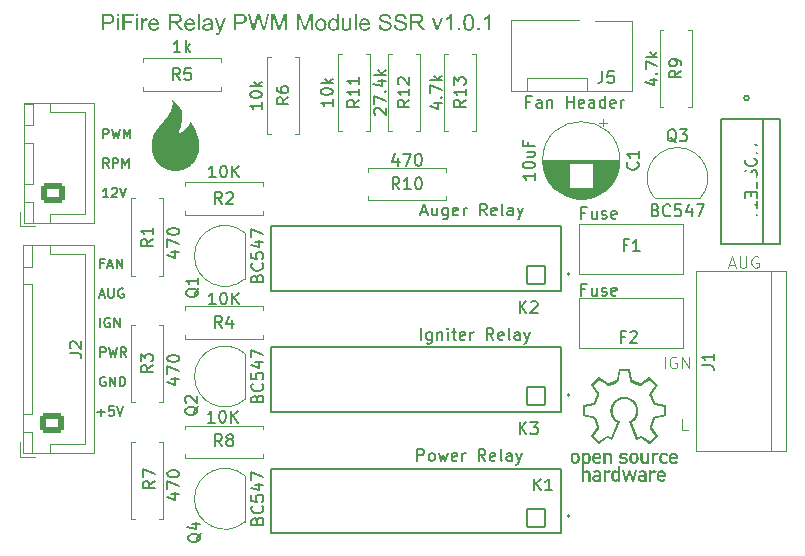
<source format=gto>
G04 #@! TF.GenerationSoftware,KiCad,Pcbnew,9.0.6*
G04 #@! TF.CreationDate,2025-12-27T08:39:55-07:00*
G04 #@! TF.ProjectId,pifire-relay-pwm-module-SSR,70696669-7265-42d7-9265-6c61792d7077,rev?*
G04 #@! TF.SameCoordinates,Original*
G04 #@! TF.FileFunction,Legend,Top*
G04 #@! TF.FilePolarity,Positive*
%FSLAX46Y46*%
G04 Gerber Fmt 4.6, Leading zero omitted, Abs format (unit mm)*
G04 Created by KiCad (PCBNEW 9.0.6) date 2025-12-27 08:39:55*
%MOMM*%
%LPD*%
G01*
G04 APERTURE LIST*
G04 Aperture macros list*
%AMRoundRect*
0 Rectangle with rounded corners*
0 $1 Rounding radius*
0 $2 $3 $4 $5 $6 $7 $8 $9 X,Y pos of 4 corners*
0 Add a 4 corners polygon primitive as box body*
4,1,4,$2,$3,$4,$5,$6,$7,$8,$9,$2,$3,0*
0 Add four circle primitives for the rounded corners*
1,1,$1+$1,$2,$3*
1,1,$1+$1,$4,$5*
1,1,$1+$1,$6,$7*
1,1,$1+$1,$8,$9*
0 Add four rect primitives between the rounded corners*
20,1,$1+$1,$2,$3,$4,$5,0*
20,1,$1+$1,$4,$5,$6,$7,0*
20,1,$1+$1,$6,$7,$8,$9,0*
20,1,$1+$1,$8,$9,$2,$3,0*%
G04 Aperture macros list end*
%ADD10C,0.000000*%
%ADD11C,0.100000*%
%ADD12C,0.150000*%
%ADD13C,0.120000*%
%ADD14C,0.127000*%
%ADD15C,0.200000*%
%ADD16C,0.152400*%
%ADD17C,1.600000*%
%ADD18O,1.600000X1.600000*%
%ADD19RoundRect,0.102000X0.754000X0.754000X-0.754000X0.754000X-0.754000X-0.754000X0.754000X-0.754000X0*%
%ADD20C,1.712000*%
%ADD21C,3.200000*%
%ADD22R,1.500000X1.050000*%
%ADD23O,1.500000X1.050000*%
%ADD24C,2.000000*%
%ADD25C,1.100000*%
%ADD26R,1.730000X2.030000*%
%ADD27O,1.730000X2.030000*%
%ADD28RoundRect,0.250000X0.725000X-0.600000X0.725000X0.600000X-0.725000X0.600000X-0.725000X-0.600000X0*%
%ADD29O,1.950000X1.700000*%
%ADD30R,3.000000X3.000000*%
%ADD31C,3.000000*%
%ADD32C,1.651000*%
%ADD33R,1.050000X1.500000*%
%ADD34O,1.050000X1.500000*%
%ADD35R,1.600000X1.600000*%
G04 APERTURE END LIST*
D10*
G36*
X76976875Y-62750000D02*
G01*
X76990238Y-62750546D01*
X77003258Y-62751439D01*
X77015940Y-62752669D01*
X77028287Y-62754221D01*
X77040305Y-62756083D01*
X77051999Y-62758242D01*
X77063371Y-62760686D01*
X77074428Y-62763402D01*
X77085173Y-62766377D01*
X77095611Y-62769599D01*
X77105747Y-62773055D01*
X77115584Y-62776731D01*
X77125128Y-62780616D01*
X77134382Y-62784697D01*
X77143352Y-62788960D01*
X77160457Y-62797985D01*
X77176476Y-62807589D01*
X77191447Y-62817671D01*
X77205405Y-62828128D01*
X77218386Y-62838860D01*
X77230425Y-62849764D01*
X77241560Y-62860738D01*
X77251825Y-62871682D01*
X77265025Y-62886802D01*
X77277233Y-62902064D01*
X77288470Y-62917655D01*
X77298753Y-62933762D01*
X77308103Y-62950571D01*
X77316538Y-62968270D01*
X77324079Y-62987045D01*
X77330743Y-63007082D01*
X77336552Y-63028570D01*
X77341523Y-63051695D01*
X77345677Y-63076643D01*
X77349032Y-63103601D01*
X77351608Y-63132756D01*
X77353424Y-63164295D01*
X77354499Y-63198405D01*
X77354854Y-63235273D01*
X77354499Y-63272449D01*
X77353424Y-63306831D01*
X77351608Y-63338609D01*
X77349032Y-63367971D01*
X77345677Y-63395106D01*
X77341523Y-63420204D01*
X77336552Y-63443454D01*
X77330743Y-63465044D01*
X77324079Y-63485164D01*
X77316538Y-63504003D01*
X77308103Y-63521749D01*
X77298753Y-63538592D01*
X77288470Y-63554722D01*
X77277233Y-63570326D01*
X77265025Y-63585594D01*
X77251825Y-63600716D01*
X77241560Y-63611658D01*
X77230425Y-63622629D01*
X77218386Y-63633528D01*
X77205405Y-63644252D01*
X77191447Y-63654702D01*
X77176476Y-63664774D01*
X77160457Y-63674369D01*
X77143352Y-63683384D01*
X77125128Y-63691718D01*
X77105746Y-63699270D01*
X77085173Y-63705938D01*
X77063371Y-63711622D01*
X77040305Y-63716218D01*
X77015940Y-63719627D01*
X76990238Y-63721747D01*
X76963164Y-63722476D01*
X76949463Y-63722292D01*
X76936109Y-63721747D01*
X76923098Y-63720855D01*
X76910424Y-63719627D01*
X76898084Y-63718078D01*
X76886072Y-63716218D01*
X76874385Y-63714062D01*
X76863019Y-63711622D01*
X76851967Y-63708910D01*
X76841227Y-63705939D01*
X76830794Y-63702721D01*
X76820662Y-63699270D01*
X76810829Y-63695598D01*
X76801288Y-63691718D01*
X76792036Y-63687643D01*
X76783069Y-63683384D01*
X76765969Y-63674369D01*
X76749953Y-63664775D01*
X76734984Y-63654702D01*
X76721028Y-63644253D01*
X76708048Y-63633528D01*
X76696009Y-63622629D01*
X76684875Y-63611658D01*
X76674610Y-63600716D01*
X76661409Y-63585595D01*
X76649197Y-63570328D01*
X76637955Y-63554726D01*
X76627665Y-63538600D01*
X76618308Y-63521759D01*
X76609863Y-63504016D01*
X76602313Y-63485181D01*
X76595638Y-63465063D01*
X76589820Y-63443475D01*
X76584839Y-63420227D01*
X76580677Y-63395129D01*
X76577314Y-63367993D01*
X76574731Y-63338628D01*
X76572910Y-63306846D01*
X76571831Y-63272458D01*
X76571475Y-63235273D01*
X76762663Y-63235273D01*
X76762798Y-63260119D01*
X76763217Y-63282759D01*
X76763938Y-63303361D01*
X76764981Y-63322093D01*
X76766365Y-63339121D01*
X76768110Y-63354614D01*
X76770234Y-63368740D01*
X76772757Y-63381667D01*
X76775697Y-63393561D01*
X76779075Y-63404592D01*
X76782909Y-63414926D01*
X76787219Y-63424731D01*
X76792024Y-63434175D01*
X76797343Y-63443427D01*
X76803195Y-63452653D01*
X76809600Y-63462021D01*
X76815218Y-63469297D01*
X76821548Y-63476321D01*
X76828553Y-63483062D01*
X76836191Y-63489492D01*
X76844426Y-63495580D01*
X76853217Y-63501296D01*
X76862525Y-63506610D01*
X76872313Y-63511492D01*
X76882540Y-63515911D01*
X76893167Y-63519839D01*
X76904157Y-63523245D01*
X76915469Y-63526099D01*
X76927065Y-63528371D01*
X76938905Y-63530031D01*
X76950951Y-63531049D01*
X76963164Y-63531395D01*
X76975394Y-63531048D01*
X76987454Y-63530029D01*
X76999303Y-63528366D01*
X77010906Y-63526092D01*
X77022221Y-63523234D01*
X77033213Y-63519825D01*
X77043841Y-63515894D01*
X77054068Y-63511472D01*
X77063856Y-63506588D01*
X77073165Y-63501272D01*
X77081958Y-63495556D01*
X77090196Y-63489470D01*
X77097841Y-63483043D01*
X77104855Y-63476305D01*
X77111199Y-63469288D01*
X77114107Y-63465684D01*
X77116834Y-63462021D01*
X77123238Y-63452653D01*
X77129086Y-63443430D01*
X77134400Y-63434188D01*
X77139198Y-63424760D01*
X77143500Y-63414982D01*
X77147325Y-63404689D01*
X77150694Y-63393716D01*
X77153625Y-63381898D01*
X77156137Y-63369070D01*
X77158252Y-63355067D01*
X77159987Y-63339723D01*
X77161364Y-63322874D01*
X77162400Y-63304355D01*
X77163116Y-63284000D01*
X77163666Y-63237125D01*
X77163531Y-63212278D01*
X77163116Y-63189634D01*
X77162400Y-63169028D01*
X77161364Y-63150291D01*
X77159987Y-63133256D01*
X77158252Y-63117756D01*
X77156137Y-63103623D01*
X77153625Y-63090691D01*
X77150694Y-63078792D01*
X77147325Y-63067759D01*
X77143500Y-63057425D01*
X77139198Y-63047622D01*
X77134400Y-63038183D01*
X77129086Y-63028940D01*
X77123238Y-63019727D01*
X77116834Y-63010377D01*
X77111199Y-63003101D01*
X77104855Y-62996077D01*
X77097841Y-62989335D01*
X77090196Y-62982905D01*
X77081958Y-62976817D01*
X77073165Y-62971102D01*
X77063856Y-62965788D01*
X77054068Y-62960906D01*
X77043841Y-62956486D01*
X77033213Y-62952558D01*
X77022221Y-62949152D01*
X77010906Y-62946298D01*
X76999303Y-62944026D01*
X76987454Y-62942367D01*
X76975394Y-62941349D01*
X76963164Y-62941003D01*
X76950951Y-62941349D01*
X76938905Y-62942369D01*
X76927065Y-62944031D01*
X76915469Y-62946306D01*
X76904157Y-62949163D01*
X76893167Y-62952572D01*
X76882540Y-62956503D01*
X76872313Y-62960926D01*
X76862525Y-62965810D01*
X76853217Y-62971125D01*
X76844426Y-62976841D01*
X76836191Y-62982928D01*
X76828553Y-62989355D01*
X76821548Y-62996092D01*
X76815218Y-63003110D01*
X76812317Y-63006714D01*
X76809600Y-63010377D01*
X76803195Y-63019727D01*
X76797343Y-63028937D01*
X76792024Y-63038171D01*
X76787219Y-63047593D01*
X76782909Y-63057369D01*
X76779075Y-63067662D01*
X76775697Y-63078637D01*
X76772757Y-63090460D01*
X76770234Y-63103294D01*
X76768110Y-63117303D01*
X76766365Y-63132654D01*
X76764981Y-63149509D01*
X76763938Y-63168034D01*
X76763217Y-63188393D01*
X76762663Y-63235273D01*
X76571475Y-63235273D01*
X76571831Y-63198406D01*
X76572910Y-63164298D01*
X76574731Y-63132761D01*
X76577314Y-63103608D01*
X76580677Y-63076653D01*
X76584839Y-63051709D01*
X76589820Y-63028587D01*
X76595638Y-63007102D01*
X76602313Y-62987066D01*
X76609863Y-62968293D01*
X76618308Y-62950594D01*
X76627665Y-62933784D01*
X76637955Y-62917674D01*
X76649197Y-62902079D01*
X76661409Y-62886810D01*
X76674610Y-62871682D01*
X76684875Y-62860738D01*
X76696009Y-62849764D01*
X76708048Y-62838860D01*
X76721028Y-62828129D01*
X76734985Y-62817671D01*
X76749953Y-62807590D01*
X76765969Y-62797985D01*
X76783069Y-62788960D01*
X76801288Y-62780616D01*
X76820662Y-62773055D01*
X76841227Y-62766378D01*
X76863019Y-62760686D01*
X76886073Y-62756083D01*
X76910424Y-62752669D01*
X76936110Y-62750546D01*
X76963164Y-62749815D01*
X76976875Y-62750000D01*
G37*
G36*
X76298902Y-64927177D02*
G01*
X76302659Y-64927177D01*
X76518135Y-64261909D01*
X76656830Y-64261909D01*
X76872306Y-64927177D01*
X76876169Y-64927177D01*
X77057832Y-64261909D01*
X77260291Y-64261909D01*
X76956761Y-65212028D01*
X76788010Y-65212028D01*
X76589361Y-64546706D01*
X76585604Y-64546706D01*
X76386955Y-65212028D01*
X76218309Y-65212028D01*
X75914726Y-64261909D01*
X76117080Y-64261909D01*
X76298902Y-64927177D01*
G37*
G36*
X77709131Y-63327030D02*
G01*
X77709366Y-63338990D01*
X77710063Y-63350628D01*
X77711213Y-63361941D01*
X77712806Y-63372925D01*
X77714833Y-63383576D01*
X77717285Y-63393890D01*
X77720150Y-63403863D01*
X77723421Y-63413491D01*
X77727087Y-63422772D01*
X77731138Y-63431700D01*
X77735566Y-63440273D01*
X77740360Y-63448485D01*
X77745510Y-63456335D01*
X77751008Y-63463817D01*
X77756844Y-63470928D01*
X77763007Y-63477663D01*
X77769488Y-63484021D01*
X77776278Y-63489995D01*
X77783368Y-63495584D01*
X77790746Y-63500782D01*
X77798405Y-63505586D01*
X77806333Y-63509992D01*
X77814522Y-63513997D01*
X77822962Y-63517596D01*
X77831643Y-63520787D01*
X77840556Y-63523564D01*
X77849692Y-63525924D01*
X77859039Y-63527864D01*
X77868589Y-63529379D01*
X77878333Y-63530466D01*
X77888260Y-63531122D01*
X77898361Y-63531341D01*
X77908303Y-63531122D01*
X77918082Y-63530466D01*
X77927686Y-63529379D01*
X77937106Y-63527864D01*
X77946333Y-63525924D01*
X77955356Y-63523564D01*
X77964165Y-63520787D01*
X77972750Y-63517596D01*
X77981102Y-63513997D01*
X77989210Y-63509992D01*
X77997064Y-63505586D01*
X78004656Y-63500782D01*
X78011973Y-63495584D01*
X78019008Y-63489995D01*
X78025749Y-63484021D01*
X78032187Y-63477663D01*
X78038312Y-63470928D01*
X78044113Y-63463817D01*
X78049582Y-63456335D01*
X78054708Y-63448485D01*
X78059481Y-63440273D01*
X78063890Y-63431700D01*
X78067928Y-63422772D01*
X78071582Y-63413491D01*
X78074843Y-63403863D01*
X78077703Y-63393890D01*
X78080149Y-63383576D01*
X78082173Y-63372925D01*
X78083764Y-63361941D01*
X78084913Y-63350628D01*
X78085610Y-63338990D01*
X78085845Y-63327030D01*
X78085845Y-62761085D01*
X78276927Y-62761085D01*
X78276927Y-63711311D01*
X78085845Y-63711311D01*
X78085845Y-63610028D01*
X78082141Y-63610028D01*
X78070593Y-63623639D01*
X78058448Y-63636373D01*
X78045725Y-63648230D01*
X78032443Y-63659209D01*
X78018623Y-63669311D01*
X78004283Y-63678535D01*
X77989443Y-63686882D01*
X77974124Y-63694350D01*
X77958345Y-63700941D01*
X77942125Y-63706653D01*
X77925485Y-63711487D01*
X77908443Y-63715442D01*
X77891020Y-63718519D01*
X77873236Y-63720717D01*
X77855109Y-63722036D01*
X77836660Y-63722475D01*
X77822557Y-63722141D01*
X77808377Y-63721139D01*
X77779928Y-63717143D01*
X77751589Y-63710507D01*
X77737545Y-63706205D01*
X77723633Y-63701249D01*
X77709884Y-63695644D01*
X77696335Y-63689390D01*
X77683018Y-63682490D01*
X77669970Y-63674947D01*
X77657223Y-63666764D01*
X77644812Y-63657941D01*
X77632772Y-63648483D01*
X77621137Y-63638391D01*
X77609941Y-63627668D01*
X77599219Y-63616316D01*
X77589004Y-63604337D01*
X77579331Y-63591735D01*
X77570236Y-63578510D01*
X77561750Y-63564667D01*
X77553911Y-63550206D01*
X77546750Y-63535131D01*
X77540304Y-63519444D01*
X77534605Y-63503148D01*
X77529689Y-63486244D01*
X77525590Y-63468735D01*
X77522342Y-63450624D01*
X77519980Y-63431912D01*
X77518537Y-63412604D01*
X77518049Y-63392699D01*
X77518049Y-62761085D01*
X77709131Y-62761085D01*
X77709131Y-63327030D01*
G37*
G36*
X79305529Y-64251038D02*
G01*
X79324924Y-64252391D01*
X79344098Y-64254631D01*
X79363022Y-64257746D01*
X79381669Y-64261725D01*
X79400010Y-64266555D01*
X79418018Y-64272224D01*
X79435664Y-64278720D01*
X79452920Y-64286032D01*
X79469758Y-64294147D01*
X79486150Y-64303053D01*
X79502068Y-64312738D01*
X79517483Y-64323190D01*
X79532368Y-64334398D01*
X79546694Y-64346349D01*
X79560433Y-64359030D01*
X79573558Y-64372432D01*
X79586039Y-64386540D01*
X79597850Y-64401343D01*
X79608961Y-64416830D01*
X79619345Y-64432988D01*
X79628974Y-64449805D01*
X79637819Y-64467269D01*
X79645852Y-64485368D01*
X79653046Y-64504091D01*
X79659372Y-64523424D01*
X79664801Y-64543357D01*
X79669307Y-64563877D01*
X79672860Y-64584971D01*
X79675433Y-64606629D01*
X79676997Y-64628839D01*
X79677525Y-64651587D01*
X79677525Y-64809120D01*
X79085440Y-64809120D01*
X79085718Y-64823470D01*
X79086545Y-64837371D01*
X79087909Y-64850821D01*
X79089801Y-64863820D01*
X79092208Y-64876369D01*
X79095120Y-64888466D01*
X79098526Y-64900111D01*
X79102415Y-64911304D01*
X79106776Y-64922044D01*
X79111598Y-64932332D01*
X79116871Y-64942166D01*
X79122582Y-64951547D01*
X79128722Y-64960473D01*
X79135279Y-64968946D01*
X79142243Y-64976963D01*
X79149602Y-64984526D01*
X79157345Y-64991633D01*
X79165462Y-64998284D01*
X79173942Y-65004479D01*
X79182773Y-65010217D01*
X79191945Y-65015498D01*
X79201447Y-65020322D01*
X79211267Y-65024689D01*
X79221395Y-65028597D01*
X79231820Y-65032047D01*
X79242531Y-65035038D01*
X79253517Y-65037570D01*
X79264767Y-65039643D01*
X79276270Y-65041255D01*
X79288015Y-65042407D01*
X79299992Y-65043099D01*
X79312188Y-65043330D01*
X79325931Y-65042937D01*
X79339768Y-65041770D01*
X79353657Y-65039840D01*
X79367557Y-65037161D01*
X79381427Y-65033747D01*
X79395225Y-65029611D01*
X79408910Y-65024766D01*
X79422440Y-65019226D01*
X79435774Y-65013004D01*
X79448871Y-65006112D01*
X79461689Y-64998566D01*
X79474187Y-64990377D01*
X79486324Y-64981559D01*
X79498057Y-64972126D01*
X79509347Y-64962090D01*
X79520150Y-64951466D01*
X79658845Y-65069576D01*
X79640950Y-65089214D01*
X79622431Y-65107385D01*
X79603320Y-65124119D01*
X79583650Y-65139441D01*
X79563454Y-65153380D01*
X79542764Y-65165963D01*
X79521614Y-65177217D01*
X79500036Y-65187170D01*
X79478063Y-65195850D01*
X79455728Y-65203283D01*
X79433063Y-65209497D01*
X79410102Y-65214520D01*
X79386876Y-65218379D01*
X79363420Y-65221102D01*
X79339766Y-65222715D01*
X79315946Y-65223247D01*
X79279084Y-65222098D01*
X79241856Y-65218456D01*
X79204639Y-65212023D01*
X79167814Y-65202504D01*
X79131758Y-65189602D01*
X79114137Y-65181789D01*
X79096850Y-65173020D01*
X79079945Y-65163256D01*
X79063470Y-65152462D01*
X79047470Y-65140600D01*
X79031995Y-65127633D01*
X79017091Y-65113523D01*
X79002805Y-65098235D01*
X78989185Y-65081730D01*
X78976278Y-65063972D01*
X78964131Y-65044923D01*
X78952793Y-65024548D01*
X78942309Y-65002808D01*
X78932728Y-64979667D01*
X78924097Y-64955087D01*
X78916463Y-64929032D01*
X78909874Y-64901464D01*
X78904377Y-64872347D01*
X78900019Y-64841643D01*
X78896847Y-64809315D01*
X78894909Y-64775327D01*
X78894253Y-64739641D01*
X78894855Y-64705759D01*
X78896634Y-64673315D01*
X78898668Y-64651639D01*
X79085440Y-64651639D01*
X79486443Y-64651639D01*
X79485698Y-64638309D01*
X79484511Y-64625375D01*
X79482890Y-64612840D01*
X79480844Y-64600704D01*
X79478382Y-64588971D01*
X79475512Y-64577642D01*
X79472243Y-64566717D01*
X79468584Y-64556200D01*
X79464542Y-64546092D01*
X79460127Y-64536395D01*
X79455347Y-64527110D01*
X79450211Y-64518239D01*
X79444727Y-64509783D01*
X79438905Y-64501746D01*
X79432752Y-64494127D01*
X79426277Y-64486930D01*
X79419489Y-64480156D01*
X79412396Y-64473805D01*
X79405008Y-64467882D01*
X79397332Y-64462386D01*
X79389378Y-64457320D01*
X79381153Y-64452685D01*
X79372667Y-64448483D01*
X79363928Y-64444717D01*
X79354944Y-64441387D01*
X79345725Y-64438495D01*
X79336279Y-64436043D01*
X79326614Y-64434034D01*
X79316739Y-64432468D01*
X79306663Y-64431347D01*
X79296394Y-64430673D01*
X79285941Y-64430448D01*
X79275483Y-64430673D01*
X79265200Y-64431347D01*
X79255100Y-64432468D01*
X79245193Y-64434034D01*
X79235490Y-64436043D01*
X79225999Y-64438495D01*
X79216731Y-64441387D01*
X79207695Y-64444716D01*
X79198901Y-64448483D01*
X79190357Y-64452685D01*
X79182075Y-64457319D01*
X79174063Y-64462386D01*
X79166331Y-64467881D01*
X79158889Y-64473805D01*
X79151746Y-64480155D01*
X79144912Y-64486930D01*
X79138397Y-64494127D01*
X79132210Y-64501745D01*
X79126361Y-64509783D01*
X79120859Y-64518238D01*
X79115714Y-64527109D01*
X79110936Y-64536395D01*
X79106534Y-64546092D01*
X79102519Y-64556200D01*
X79098898Y-64566717D01*
X79095683Y-64577641D01*
X79092883Y-64588971D01*
X79090507Y-64600704D01*
X79088565Y-64612839D01*
X79087067Y-64625375D01*
X79086022Y-64638309D01*
X79085440Y-64651639D01*
X78898668Y-64651639D01*
X78899546Y-64642283D01*
X78903550Y-64612641D01*
X78908602Y-64584365D01*
X78914660Y-64557430D01*
X78921682Y-64531814D01*
X78929625Y-64507492D01*
X78938447Y-64484441D01*
X78948104Y-64462638D01*
X78958555Y-64442058D01*
X78969756Y-64422678D01*
X78981666Y-64404474D01*
X78994242Y-64387422D01*
X79007440Y-64371500D01*
X79021220Y-64356683D01*
X79035537Y-64342947D01*
X79050350Y-64330269D01*
X79065617Y-64318625D01*
X79081293Y-64307991D01*
X79097338Y-64298345D01*
X79113707Y-64289661D01*
X79130360Y-64281917D01*
X79147253Y-64275088D01*
X79164344Y-64269152D01*
X79181590Y-64264084D01*
X79198948Y-64259860D01*
X79216377Y-64256458D01*
X79251274Y-64252021D01*
X79285941Y-64250584D01*
X79305529Y-64251038D01*
G37*
G36*
X79549249Y-62750016D02*
G01*
X79562510Y-62750616D01*
X79575595Y-62751607D01*
X79588504Y-62752980D01*
X79613793Y-62756842D01*
X79638372Y-62762140D01*
X79662239Y-62768810D01*
X79685391Y-62776791D01*
X79707824Y-62786017D01*
X79729535Y-62796427D01*
X79750521Y-62807958D01*
X79770780Y-62820547D01*
X79790307Y-62834129D01*
X79809099Y-62848644D01*
X79827154Y-62864027D01*
X79844469Y-62880215D01*
X79861039Y-62897146D01*
X79876862Y-62914756D01*
X79736315Y-63040327D01*
X79727303Y-63029637D01*
X79717819Y-63019378D01*
X79707878Y-63009586D01*
X79697492Y-63000296D01*
X79686677Y-62991545D01*
X79675446Y-62983367D01*
X79663813Y-62975799D01*
X79651794Y-62968877D01*
X79639401Y-62962635D01*
X79626648Y-62957110D01*
X79613551Y-62952337D01*
X79600122Y-62948351D01*
X79586377Y-62945190D01*
X79572329Y-62942887D01*
X79557992Y-62941480D01*
X79543381Y-62941003D01*
X79514964Y-62942042D01*
X79488082Y-62945192D01*
X79475229Y-62947573D01*
X79462775Y-62950499D01*
X79450725Y-62953977D01*
X79439085Y-62958010D01*
X79427860Y-62962607D01*
X79417054Y-62967772D01*
X79406673Y-62973511D01*
X79396722Y-62979830D01*
X79387206Y-62986735D01*
X79378130Y-62994232D01*
X79369500Y-63002327D01*
X79361321Y-63011025D01*
X79353597Y-63020332D01*
X79346335Y-63030254D01*
X79339538Y-63040798D01*
X79333213Y-63051968D01*
X79327364Y-63063770D01*
X79321997Y-63076211D01*
X79317116Y-63089297D01*
X79312727Y-63103032D01*
X79308835Y-63117423D01*
X79305446Y-63132476D01*
X79302564Y-63148197D01*
X79300194Y-63164591D01*
X79297012Y-63199423D01*
X79295943Y-63237019D01*
X79296211Y-63256006D01*
X79297013Y-63274308D01*
X79298343Y-63291929D01*
X79300196Y-63308874D01*
X79302567Y-63325150D01*
X79305450Y-63340761D01*
X79308841Y-63355713D01*
X79312735Y-63370012D01*
X79317125Y-63383663D01*
X79322007Y-63396672D01*
X79327376Y-63409043D01*
X79333227Y-63420783D01*
X79339554Y-63431897D01*
X79346352Y-63442391D01*
X79353616Y-63452269D01*
X79361341Y-63461537D01*
X79369522Y-63470202D01*
X79378153Y-63478268D01*
X79387229Y-63485740D01*
X79396745Y-63492625D01*
X79406697Y-63498928D01*
X79417077Y-63504654D01*
X79427883Y-63509808D01*
X79439108Y-63514397D01*
X79450747Y-63518426D01*
X79462795Y-63521899D01*
X79475247Y-63524823D01*
X79488097Y-63527203D01*
X79501341Y-63529045D01*
X79514973Y-63530354D01*
X79528988Y-63531135D01*
X79543381Y-63531394D01*
X79550720Y-63531274D01*
X79557992Y-63530917D01*
X79565194Y-63530327D01*
X79572327Y-63529509D01*
X79586372Y-63527207D01*
X79600115Y-63524045D01*
X79613540Y-63520060D01*
X79626634Y-63515287D01*
X79639383Y-63509762D01*
X79651774Y-63503520D01*
X79663792Y-63496598D01*
X79675423Y-63489030D01*
X79686653Y-63480852D01*
X79697470Y-63472101D01*
X79707858Y-63462811D01*
X79717804Y-63453019D01*
X79727294Y-63442760D01*
X79736315Y-63432069D01*
X79876862Y-63557640D01*
X79861048Y-63575223D01*
X79844486Y-63592131D01*
X79827178Y-63608300D01*
X79809129Y-63623668D01*
X79790340Y-63638171D01*
X79770816Y-63651746D01*
X79750560Y-63664328D01*
X79729574Y-63675856D01*
X79707862Y-63686264D01*
X79685427Y-63695491D01*
X79662273Y-63703472D01*
X79638401Y-63710144D01*
X79613817Y-63715444D01*
X79588522Y-63719308D01*
X79562519Y-63721673D01*
X79535813Y-63722475D01*
X79494844Y-63720834D01*
X79454349Y-63715843D01*
X79414628Y-63707399D01*
X79375979Y-63695401D01*
X79357151Y-63688037D01*
X79338703Y-63679746D01*
X79320672Y-63670516D01*
X79303097Y-63660333D01*
X79286015Y-63649185D01*
X79269462Y-63637059D01*
X79253477Y-63623943D01*
X79238097Y-63609822D01*
X79223360Y-63594686D01*
X79209302Y-63578521D01*
X79195961Y-63561314D01*
X79183374Y-63543052D01*
X79171580Y-63523724D01*
X79160614Y-63503315D01*
X79150516Y-63481813D01*
X79141322Y-63459206D01*
X79133069Y-63435481D01*
X79125795Y-63410624D01*
X79119538Y-63384624D01*
X79114334Y-63357467D01*
X79110222Y-63329141D01*
X79107239Y-63299633D01*
X79105421Y-63268929D01*
X79104807Y-63237019D01*
X79105421Y-63204958D01*
X79107239Y-63174114D01*
X79110222Y-63144474D01*
X79114334Y-63116024D01*
X79119538Y-63088751D01*
X79125795Y-63062642D01*
X79133069Y-63037685D01*
X79141322Y-63013866D01*
X79150516Y-62991172D01*
X79160614Y-62969590D01*
X79171580Y-62949107D01*
X79183374Y-62929711D01*
X79195961Y-62911387D01*
X79209302Y-62894124D01*
X79223360Y-62877908D01*
X79238097Y-62862726D01*
X79253477Y-62848564D01*
X79269462Y-62835411D01*
X79286015Y-62823253D01*
X79303097Y-62812077D01*
X79320672Y-62801870D01*
X79338703Y-62792618D01*
X79357151Y-62784310D01*
X79375979Y-62776931D01*
X79395151Y-62770469D01*
X79414628Y-62764911D01*
X79434373Y-62760244D01*
X79454349Y-62756455D01*
X79474519Y-62753530D01*
X79494844Y-62751457D01*
X79535813Y-62749815D01*
X79549249Y-62750016D01*
G37*
G36*
X77687398Y-64251579D02*
G01*
X77728596Y-64254479D01*
X77767825Y-64259448D01*
X77786661Y-64262744D01*
X77804956Y-64266600D01*
X77822694Y-64271030D01*
X77839859Y-64276048D01*
X77856435Y-64281667D01*
X77872406Y-64287903D01*
X77887755Y-64294768D01*
X77902467Y-64302277D01*
X77916524Y-64310445D01*
X77929912Y-64319284D01*
X77942613Y-64328810D01*
X77954613Y-64339036D01*
X77965893Y-64349976D01*
X77976439Y-64361644D01*
X77986234Y-64374055D01*
X77995263Y-64387222D01*
X78003508Y-64401160D01*
X78010954Y-64415882D01*
X78017584Y-64431403D01*
X78023383Y-64447736D01*
X78028334Y-64464896D01*
X78032421Y-64482897D01*
X78035628Y-64501752D01*
X78037939Y-64521476D01*
X78039337Y-64542083D01*
X78039807Y-64563587D01*
X78039807Y-65212028D01*
X77848566Y-65212028D01*
X77848566Y-65127679D01*
X77844862Y-65127679D01*
X77837163Y-65139575D01*
X77828792Y-65150642D01*
X77819696Y-65160889D01*
X77809820Y-65170324D01*
X77799109Y-65178956D01*
X77787508Y-65186793D01*
X77774963Y-65193843D01*
X77761419Y-65200116D01*
X77746821Y-65205618D01*
X77731115Y-65210360D01*
X77714246Y-65214349D01*
X77696160Y-65217594D01*
X77676802Y-65220103D01*
X77656116Y-65221884D01*
X77634050Y-65222947D01*
X77610547Y-65223299D01*
X77590952Y-65222934D01*
X77571880Y-65221849D01*
X77553337Y-65220059D01*
X77535329Y-65217582D01*
X77517863Y-65214431D01*
X77500946Y-65210624D01*
X77484585Y-65206175D01*
X77468784Y-65201102D01*
X77453552Y-65195419D01*
X77438895Y-65189142D01*
X77424819Y-65182287D01*
X77411331Y-65174870D01*
X77398437Y-65166907D01*
X77386144Y-65158413D01*
X77374458Y-65149404D01*
X77363386Y-65139896D01*
X77352934Y-65129905D01*
X77343110Y-65119447D01*
X77333919Y-65108537D01*
X77325368Y-65097191D01*
X77317463Y-65085425D01*
X77310212Y-65073255D01*
X77303620Y-65060696D01*
X77297695Y-65047764D01*
X77292442Y-65034476D01*
X77287868Y-65020846D01*
X77283980Y-65006891D01*
X77280784Y-64992626D01*
X77278287Y-64978068D01*
X77276496Y-64963231D01*
X77275416Y-64948133D01*
X77275055Y-64932787D01*
X77275258Y-64923420D01*
X77455077Y-64923420D01*
X77455677Y-64935257D01*
X77457506Y-64946849D01*
X77460603Y-64958125D01*
X77465010Y-64969012D01*
X77467717Y-64974287D01*
X77470768Y-64979439D01*
X77474166Y-64984458D01*
X77477918Y-64989335D01*
X77482027Y-64994062D01*
X77486500Y-64998628D01*
X77491342Y-65003026D01*
X77496557Y-65007247D01*
X77502151Y-65011281D01*
X77508129Y-65015119D01*
X77514496Y-65018754D01*
X77521257Y-65022174D01*
X77528417Y-65025373D01*
X77535981Y-65028340D01*
X77543955Y-65031068D01*
X77552344Y-65033546D01*
X77570385Y-65037719D01*
X77590147Y-65040788D01*
X77611669Y-65042682D01*
X77634994Y-65043330D01*
X77663641Y-65043104D01*
X77689904Y-65042317D01*
X77713855Y-65040800D01*
X77735569Y-65038386D01*
X77745610Y-65036790D01*
X77755120Y-65034906D01*
X77764107Y-65032715D01*
X77772582Y-65030194D01*
X77780553Y-65027324D01*
X77788029Y-65024082D01*
X77795021Y-65020448D01*
X77801536Y-65016401D01*
X77807585Y-65011921D01*
X77813176Y-65006985D01*
X77818320Y-65001574D01*
X77823024Y-64995665D01*
X77827299Y-64989239D01*
X77831153Y-64982275D01*
X77834597Y-64974750D01*
X77837639Y-64966645D01*
X77840288Y-64957939D01*
X77842554Y-64948609D01*
X77844445Y-64938637D01*
X77845973Y-64928000D01*
X77847144Y-64916677D01*
X77847970Y-64904648D01*
X77848458Y-64891892D01*
X77848619Y-64878387D01*
X77848618Y-64878387D01*
X77848618Y-64809014D01*
X77620018Y-64809014D01*
X77609652Y-64809145D01*
X77599635Y-64809537D01*
X77589967Y-64810184D01*
X77580646Y-64811085D01*
X77571671Y-64812233D01*
X77563040Y-64813627D01*
X77554753Y-64815262D01*
X77546807Y-64817134D01*
X77539202Y-64819240D01*
X77531936Y-64821576D01*
X77525007Y-64824137D01*
X77518414Y-64826921D01*
X77512157Y-64829923D01*
X77506233Y-64833140D01*
X77500641Y-64836567D01*
X77495380Y-64840202D01*
X77490448Y-64844039D01*
X77485845Y-64848077D01*
X77481568Y-64852310D01*
X77477616Y-64856735D01*
X77473989Y-64861347D01*
X77470684Y-64866145D01*
X77467700Y-64871122D01*
X77465036Y-64876277D01*
X77462691Y-64881604D01*
X77460663Y-64887101D01*
X77458950Y-64892763D01*
X77457552Y-64898586D01*
X77456467Y-64904567D01*
X77455694Y-64910703D01*
X77455231Y-64916988D01*
X77455077Y-64923420D01*
X77275258Y-64923420D01*
X77275362Y-64918628D01*
X77276284Y-64904620D01*
X77277819Y-64890782D01*
X77279967Y-64877133D01*
X77282726Y-64863695D01*
X77286094Y-64850485D01*
X77290072Y-64837524D01*
X77294658Y-64824832D01*
X77299850Y-64812427D01*
X77305649Y-64800330D01*
X77312052Y-64788560D01*
X77319059Y-64777137D01*
X77326668Y-64766080D01*
X77334879Y-64755408D01*
X77343690Y-64745143D01*
X77353100Y-64735302D01*
X77363109Y-64725906D01*
X77373715Y-64716974D01*
X77384917Y-64708525D01*
X77396714Y-64700581D01*
X77409105Y-64693159D01*
X77422089Y-64686280D01*
X77435665Y-64679963D01*
X77449831Y-64674227D01*
X77464587Y-64669094D01*
X77479932Y-64664581D01*
X77495864Y-64660708D01*
X77512383Y-64657496D01*
X77529486Y-64654964D01*
X77547175Y-64653130D01*
X77565446Y-64652016D01*
X77584300Y-64651640D01*
X77848566Y-64651640D01*
X77848566Y-64552316D01*
X77847880Y-64536132D01*
X77847017Y-64528537D01*
X77845802Y-64521267D01*
X77844232Y-64514318D01*
X77842302Y-64507685D01*
X77840009Y-64501362D01*
X77837349Y-64495346D01*
X77834319Y-64489631D01*
X77830914Y-64484213D01*
X77827131Y-64479087D01*
X77822966Y-64474248D01*
X77818415Y-64469691D01*
X77813474Y-64465412D01*
X77808140Y-64461406D01*
X77802409Y-64457668D01*
X77796277Y-64454194D01*
X77789741Y-64450978D01*
X77775439Y-64445303D01*
X77759472Y-64440606D01*
X77741812Y-64436848D01*
X77722426Y-64433991D01*
X77701286Y-64431998D01*
X77678361Y-64430830D01*
X77653621Y-64430449D01*
X77635604Y-64430674D01*
X77618760Y-64431364D01*
X77603033Y-64432546D01*
X77588363Y-64434242D01*
X77581407Y-64435290D01*
X77574694Y-64436477D01*
X77568216Y-64437804D01*
X77561967Y-64439275D01*
X77555939Y-64440894D01*
X77550125Y-64442662D01*
X77544517Y-64444584D01*
X77539109Y-64446661D01*
X77533893Y-64448898D01*
X77528863Y-64451297D01*
X77524010Y-64453862D01*
X77519327Y-64456595D01*
X77514808Y-64459499D01*
X77510445Y-64462578D01*
X77506231Y-64465834D01*
X77502158Y-64469271D01*
X77498220Y-64472891D01*
X77494409Y-64476699D01*
X77490718Y-64480696D01*
X77487140Y-64484885D01*
X77483667Y-64489271D01*
X77480293Y-64493855D01*
X77477010Y-64498642D01*
X77473810Y-64503633D01*
X77323844Y-64389333D01*
X77337922Y-64371084D01*
X77352757Y-64354294D01*
X77368357Y-64338923D01*
X77384730Y-64324933D01*
X77401883Y-64312285D01*
X77419825Y-64300940D01*
X77438564Y-64290859D01*
X77458107Y-64282004D01*
X77478462Y-64274336D01*
X77499638Y-64267816D01*
X77521642Y-64262406D01*
X77544482Y-64258066D01*
X77568165Y-64254758D01*
X77592701Y-64252443D01*
X77618097Y-64251083D01*
X77644360Y-64250638D01*
X77687398Y-64251579D01*
G37*
G36*
X73846239Y-64251579D02*
G01*
X73887443Y-64254479D01*
X73926677Y-64259448D01*
X73945514Y-64262744D01*
X73963810Y-64266600D01*
X73981549Y-64271030D01*
X73998715Y-64276048D01*
X74015291Y-64281667D01*
X74031262Y-64287903D01*
X74046610Y-64294768D01*
X74061321Y-64302277D01*
X74075378Y-64310445D01*
X74088764Y-64319284D01*
X74101464Y-64328810D01*
X74113462Y-64339036D01*
X74124741Y-64349976D01*
X74135286Y-64361644D01*
X74145079Y-64374055D01*
X74154106Y-64387222D01*
X74162349Y-64401160D01*
X74169794Y-64415882D01*
X74176422Y-64431403D01*
X74182220Y-64447736D01*
X74187170Y-64464896D01*
X74191255Y-64482897D01*
X74194462Y-64501752D01*
X74196772Y-64521476D01*
X74198169Y-64542083D01*
X74198639Y-64563587D01*
X74198639Y-65212028D01*
X74007451Y-65212028D01*
X74007451Y-65127679D01*
X74003694Y-65127679D01*
X73996005Y-65139575D01*
X73987644Y-65150642D01*
X73978558Y-65160889D01*
X73968691Y-65170324D01*
X73957988Y-65178956D01*
X73946394Y-65186793D01*
X73933856Y-65193843D01*
X73920317Y-65200116D01*
X73905724Y-65205618D01*
X73890021Y-65210360D01*
X73873154Y-65214349D01*
X73855067Y-65217594D01*
X73835706Y-65220103D01*
X73815017Y-65221884D01*
X73792944Y-65222947D01*
X73769432Y-65223299D01*
X73749838Y-65222934D01*
X73730766Y-65221849D01*
X73712223Y-65220059D01*
X73694217Y-65217582D01*
X73676752Y-65214431D01*
X73659837Y-65210624D01*
X73643477Y-65206175D01*
X73627678Y-65201102D01*
X73612448Y-65195419D01*
X73597793Y-65189142D01*
X73583719Y-65182287D01*
X73570233Y-65174870D01*
X73557341Y-65166907D01*
X73545051Y-65158413D01*
X73533367Y-65149404D01*
X73522298Y-65139896D01*
X73511849Y-65129905D01*
X73502027Y-65119447D01*
X73492838Y-65108537D01*
X73484290Y-65097191D01*
X73476388Y-65085425D01*
X73469138Y-65073255D01*
X73462549Y-65060696D01*
X73456625Y-65047764D01*
X73451374Y-65034476D01*
X73446802Y-65020846D01*
X73442915Y-65006891D01*
X73439721Y-64992626D01*
X73437225Y-64978068D01*
X73435434Y-64963231D01*
X73434355Y-64948133D01*
X73433993Y-64932787D01*
X73434197Y-64923420D01*
X73613857Y-64923420D01*
X73614457Y-64935257D01*
X73616286Y-64946849D01*
X73619383Y-64958125D01*
X73623791Y-64969012D01*
X73626498Y-64974287D01*
X73629549Y-64979439D01*
X73632948Y-64984458D01*
X73636700Y-64989335D01*
X73640811Y-64994062D01*
X73645285Y-64998628D01*
X73650127Y-65003026D01*
X73655344Y-65007247D01*
X73660939Y-65011281D01*
X73666918Y-65015119D01*
X73673287Y-65018754D01*
X73680049Y-65022174D01*
X73687212Y-65025373D01*
X73694778Y-65028340D01*
X73702755Y-65031068D01*
X73711146Y-65033546D01*
X73729194Y-65037719D01*
X73748962Y-65040788D01*
X73770493Y-65042682D01*
X73793827Y-65043330D01*
X73822474Y-65043104D01*
X73848736Y-65042317D01*
X73872687Y-65040800D01*
X73894401Y-65038386D01*
X73904443Y-65036790D01*
X73913952Y-65034906D01*
X73922940Y-65032715D01*
X73931414Y-65030194D01*
X73939385Y-65027324D01*
X73946862Y-65024082D01*
X73953853Y-65020448D01*
X73960369Y-65016401D01*
X73966417Y-65011921D01*
X73972009Y-65006985D01*
X73977152Y-65001574D01*
X73981856Y-64995665D01*
X73986131Y-64989239D01*
X73989986Y-64982275D01*
X73993429Y-64974750D01*
X73996471Y-64966645D01*
X73999120Y-64957939D01*
X74001386Y-64948609D01*
X74003278Y-64938637D01*
X74004805Y-64928000D01*
X74005977Y-64916677D01*
X74006802Y-64904648D01*
X74007290Y-64891892D01*
X74007451Y-64878387D01*
X74007451Y-64809014D01*
X73778851Y-64809014D01*
X73768480Y-64809145D01*
X73758459Y-64809537D01*
X73748786Y-64810184D01*
X73739461Y-64811085D01*
X73730483Y-64812233D01*
X73721849Y-64813627D01*
X73713558Y-64815262D01*
X73705610Y-64817134D01*
X73698001Y-64819240D01*
X73690733Y-64821576D01*
X73683802Y-64824137D01*
X73677207Y-64826921D01*
X73670948Y-64829923D01*
X73665022Y-64833140D01*
X73659429Y-64836567D01*
X73654166Y-64840202D01*
X73649234Y-64844039D01*
X73644629Y-64848077D01*
X73640351Y-64852310D01*
X73636399Y-64856735D01*
X73632771Y-64861347D01*
X73629465Y-64866145D01*
X73626481Y-64871122D01*
X73623817Y-64876277D01*
X73621471Y-64881604D01*
X73619443Y-64887101D01*
X73617730Y-64892763D01*
X73616332Y-64898586D01*
X73615247Y-64904567D01*
X73614474Y-64910703D01*
X73614011Y-64916988D01*
X73613857Y-64923420D01*
X73434197Y-64923420D01*
X73434301Y-64918628D01*
X73435222Y-64904620D01*
X73436756Y-64890782D01*
X73438901Y-64877133D01*
X73441657Y-64863695D01*
X73445024Y-64850485D01*
X73448998Y-64837524D01*
X73453581Y-64824832D01*
X73458770Y-64812427D01*
X73464564Y-64800330D01*
X73470964Y-64788560D01*
X73477966Y-64777137D01*
X73485572Y-64766080D01*
X73493779Y-64755408D01*
X73502586Y-64745143D01*
X73511992Y-64735302D01*
X73521998Y-64725906D01*
X73532600Y-64716974D01*
X73543799Y-64708525D01*
X73555593Y-64700581D01*
X73567982Y-64693159D01*
X73580963Y-64686280D01*
X73594537Y-64679963D01*
X73608703Y-64674227D01*
X73623458Y-64669094D01*
X73638803Y-64664581D01*
X73654735Y-64660708D01*
X73671255Y-64657496D01*
X73688361Y-64654964D01*
X73706052Y-64653130D01*
X73724327Y-64652016D01*
X73743185Y-64651640D01*
X74007451Y-64651640D01*
X74007451Y-64552316D01*
X74006765Y-64536132D01*
X74005902Y-64528537D01*
X74004687Y-64521267D01*
X74003117Y-64514318D01*
X74001188Y-64507685D01*
X73998895Y-64501362D01*
X73996235Y-64495346D01*
X73993205Y-64489631D01*
X73989801Y-64484213D01*
X73986018Y-64479087D01*
X73981854Y-64474248D01*
X73977304Y-64469691D01*
X73972364Y-64465412D01*
X73967031Y-64461406D01*
X73961301Y-64457668D01*
X73955171Y-64454194D01*
X73948636Y-64450978D01*
X73934337Y-64445303D01*
X73918375Y-64440606D01*
X73900719Y-64436848D01*
X73881340Y-64433991D01*
X73860207Y-64431998D01*
X73837290Y-64430830D01*
X73812559Y-64430449D01*
X73794541Y-64430674D01*
X73777694Y-64431364D01*
X73761961Y-64432546D01*
X73747285Y-64434242D01*
X73740325Y-64435290D01*
X73733607Y-64436477D01*
X73727125Y-64437804D01*
X73720872Y-64439275D01*
X73714839Y-64440894D01*
X73709020Y-64442662D01*
X73703407Y-64444584D01*
X73697994Y-64446661D01*
X73692774Y-64448898D01*
X73687738Y-64451297D01*
X73682880Y-64453862D01*
X73678193Y-64456595D01*
X73673669Y-64459499D01*
X73669302Y-64462578D01*
X73665084Y-64465834D01*
X73661007Y-64469271D01*
X73657066Y-64472891D01*
X73653252Y-64476699D01*
X73649558Y-64480696D01*
X73645977Y-64484885D01*
X73642502Y-64489271D01*
X73639127Y-64493855D01*
X73635842Y-64498642D01*
X73632642Y-64503633D01*
X73482730Y-64389333D01*
X73496806Y-64371084D01*
X73511638Y-64354294D01*
X73527233Y-64338923D01*
X73543599Y-64324933D01*
X73560746Y-64312285D01*
X73578680Y-64300940D01*
X73597411Y-64290859D01*
X73616946Y-64282004D01*
X73637294Y-64274336D01*
X73658464Y-64267816D01*
X73680463Y-64262406D01*
X73703300Y-64258066D01*
X73726983Y-64254758D01*
X73751521Y-64252443D01*
X73776921Y-64251083D01*
X73803193Y-64250638D01*
X73846239Y-64251579D01*
G37*
G36*
X75812439Y-65212028D02*
G01*
X75621304Y-65212028D01*
X75621304Y-65112703D01*
X75609737Y-65124741D01*
X75597538Y-65136264D01*
X75584734Y-65147236D01*
X75571353Y-65157621D01*
X75557422Y-65167382D01*
X75542969Y-65176485D01*
X75528021Y-65184892D01*
X75512606Y-65192567D01*
X75496752Y-65199475D01*
X75480485Y-65205579D01*
X75463834Y-65210843D01*
X75446825Y-65215230D01*
X75429487Y-65218706D01*
X75411847Y-65221233D01*
X75393932Y-65222776D01*
X75375770Y-65223299D01*
X75364970Y-65223146D01*
X75354355Y-65222692D01*
X75343927Y-65221942D01*
X75333685Y-65220904D01*
X75323629Y-65219583D01*
X75313758Y-65217985D01*
X75304071Y-65216116D01*
X75294569Y-65213984D01*
X75285251Y-65211593D01*
X75276117Y-65208950D01*
X75267166Y-65206061D01*
X75258398Y-65202933D01*
X75249813Y-65199572D01*
X75241410Y-65195983D01*
X75225150Y-65188149D01*
X75209614Y-65179480D01*
X75194801Y-65170025D01*
X75180707Y-65159835D01*
X75167329Y-65148959D01*
X75154665Y-65137446D01*
X75142711Y-65125345D01*
X75131465Y-65112707D01*
X75120923Y-65099580D01*
X75111515Y-65086952D01*
X75102953Y-65074196D01*
X75095204Y-65061052D01*
X75088236Y-65047257D01*
X75082015Y-65032552D01*
X75076508Y-65016676D01*
X75071682Y-64999367D01*
X75067504Y-64980365D01*
X75063942Y-64959409D01*
X75060961Y-64936238D01*
X75058530Y-64910592D01*
X75056615Y-64882209D01*
X75054201Y-64816190D01*
X75053455Y-64736095D01*
X75244590Y-64736095D01*
X75244739Y-64763811D01*
X75245344Y-64791309D01*
X75246640Y-64818374D01*
X75248864Y-64844788D01*
X75252253Y-64870335D01*
X75254457Y-64882716D01*
X75257041Y-64894799D01*
X75260034Y-64906556D01*
X75263466Y-64917961D01*
X75267365Y-64928987D01*
X75271762Y-64939606D01*
X75276687Y-64949791D01*
X75282168Y-64959516D01*
X75288235Y-64968753D01*
X75294917Y-64977475D01*
X75302245Y-64985655D01*
X75310248Y-64993266D01*
X75318955Y-65000280D01*
X75328395Y-65006672D01*
X75338599Y-65012413D01*
X75349595Y-65017476D01*
X75361413Y-65021835D01*
X75374084Y-65025462D01*
X75387635Y-65028330D01*
X75402098Y-65030412D01*
X75417500Y-65031681D01*
X75433873Y-65032111D01*
X75450077Y-65031655D01*
X75465322Y-65030310D01*
X75479637Y-65028107D01*
X75493050Y-65025080D01*
X75505592Y-65021259D01*
X75517292Y-65016678D01*
X75528178Y-65011368D01*
X75538280Y-65005362D01*
X75547626Y-64998692D01*
X75556247Y-64991390D01*
X75564171Y-64983488D01*
X75571428Y-64975019D01*
X75578046Y-64966015D01*
X75584055Y-64956508D01*
X75589484Y-64946530D01*
X75594362Y-64936113D01*
X75598719Y-64925291D01*
X75602583Y-64914094D01*
X75608950Y-64890706D01*
X75613697Y-64866209D01*
X75617058Y-64840860D01*
X75619266Y-64814916D01*
X75620553Y-64788635D01*
X75621304Y-64736095D01*
X75621155Y-64710238D01*
X75620553Y-64684158D01*
X75619266Y-64658114D01*
X75617058Y-64632369D01*
X75613697Y-64607183D01*
X75611511Y-64594881D01*
X75608950Y-64582817D01*
X75605983Y-64571024D01*
X75602583Y-64559533D01*
X75598719Y-64548378D01*
X75594362Y-64537592D01*
X75589484Y-64527206D01*
X75584055Y-64517254D01*
X75578046Y-64507768D01*
X75571428Y-64498781D01*
X75564171Y-64490325D01*
X75556247Y-64482433D01*
X75547626Y-64475138D01*
X75538280Y-64468472D01*
X75528178Y-64462469D01*
X75517292Y-64457160D01*
X75505592Y-64452578D01*
X75493050Y-64448756D01*
X75479637Y-64445727D01*
X75465322Y-64443522D01*
X75450077Y-64442176D01*
X75433873Y-64441720D01*
X75417500Y-64442149D01*
X75402098Y-64443419D01*
X75387635Y-64445502D01*
X75374084Y-64448370D01*
X75361413Y-64451996D01*
X75349595Y-64456353D01*
X75338599Y-64461412D01*
X75328395Y-64467148D01*
X75318955Y-64473531D01*
X75310248Y-64480536D01*
X75302245Y-64488133D01*
X75294917Y-64496297D01*
X75288235Y-64504998D01*
X75282168Y-64514211D01*
X75276687Y-64523907D01*
X75271762Y-64534059D01*
X75267365Y-64544640D01*
X75263466Y-64555621D01*
X75257041Y-64578678D01*
X75252253Y-64603009D01*
X75248864Y-64628395D01*
X75246640Y-64654616D01*
X75245344Y-64681453D01*
X75244590Y-64736095D01*
X75053455Y-64736095D01*
X75053636Y-64694447D01*
X75054201Y-64656542D01*
X75055183Y-64622123D01*
X75056615Y-64590932D01*
X75058530Y-64562709D01*
X75060961Y-64537197D01*
X75063942Y-64514138D01*
X75067504Y-64493274D01*
X75071682Y-64474345D01*
X75074012Y-64465526D01*
X75076508Y-64457094D01*
X75079174Y-64449017D01*
X75082015Y-64441263D01*
X75085034Y-64433798D01*
X75088236Y-64426592D01*
X75095204Y-64412825D01*
X75102953Y-64399702D01*
X75111515Y-64386965D01*
X75120923Y-64374357D01*
X75131465Y-64361212D01*
X75142711Y-64348561D01*
X75154665Y-64336451D01*
X75167329Y-64324933D01*
X75180707Y-64314054D01*
X75194801Y-64303865D01*
X75209614Y-64294413D01*
X75225150Y-64285748D01*
X75241410Y-64277919D01*
X75258398Y-64270975D01*
X75276117Y-64264965D01*
X75294569Y-64259938D01*
X75313758Y-64255943D01*
X75333685Y-64253028D01*
X75354355Y-64251244D01*
X75375770Y-64250638D01*
X75393808Y-64251159D01*
X75411385Y-64252702D01*
X75428521Y-64255233D01*
X75445240Y-64258720D01*
X75461563Y-64263129D01*
X75477513Y-64268428D01*
X75493111Y-64274583D01*
X75508380Y-64281561D01*
X75523340Y-64289330D01*
X75538016Y-64297857D01*
X75552427Y-64307109D01*
X75566598Y-64317053D01*
X75580548Y-64327655D01*
X75594302Y-64338883D01*
X75607879Y-64350705D01*
X75621304Y-64363086D01*
X75621304Y-63877628D01*
X75812439Y-63877628D01*
X75812439Y-65212028D01*
G37*
G36*
X38319561Y-35054304D02*
G01*
X38312472Y-35102350D01*
X38310050Y-35151632D01*
X38312050Y-35202011D01*
X38318223Y-35253350D01*
X38328326Y-35305510D01*
X38342112Y-35358353D01*
X38359334Y-35411740D01*
X38379746Y-35465533D01*
X38403104Y-35519594D01*
X38429159Y-35573785D01*
X38457667Y-35627966D01*
X38521056Y-35735748D01*
X38591301Y-35841834D01*
X38666434Y-35945117D01*
X38744486Y-36044489D01*
X38823489Y-36138845D01*
X38901474Y-36227077D01*
X38976473Y-36308079D01*
X39046516Y-36380744D01*
X39163863Y-36496633D01*
X39211785Y-36544748D01*
X39257276Y-36595020D01*
X39300245Y-36647363D01*
X39340602Y-36701688D01*
X39378255Y-36757909D01*
X39413112Y-36815938D01*
X39445083Y-36875688D01*
X39474076Y-36937071D01*
X39500000Y-37000000D01*
X39522763Y-37064387D01*
X39542275Y-37130144D01*
X39558443Y-37197185D01*
X39571178Y-37265422D01*
X39580387Y-37334767D01*
X39585979Y-37405134D01*
X39587864Y-37476434D01*
X39585980Y-37547751D01*
X39580390Y-37618131D01*
X39571184Y-37687488D01*
X39558454Y-37755734D01*
X39542290Y-37822782D01*
X39522783Y-37888545D01*
X39500025Y-37952936D01*
X39474106Y-38015868D01*
X39445117Y-38077255D01*
X39413149Y-38137008D01*
X39378292Y-38195041D01*
X39340639Y-38251267D01*
X39300280Y-38305599D01*
X39257306Y-38357950D01*
X39211808Y-38408232D01*
X39163876Y-38456359D01*
X39113602Y-38502244D01*
X39061076Y-38545799D01*
X39006391Y-38586938D01*
X38949636Y-38625573D01*
X38890902Y-38661617D01*
X38830281Y-38694984D01*
X38767863Y-38725587D01*
X38703739Y-38753337D01*
X38638001Y-38778149D01*
X38570739Y-38799935D01*
X38502045Y-38818608D01*
X38432008Y-38834081D01*
X38360721Y-38846268D01*
X38288273Y-38855080D01*
X38214757Y-38860431D01*
X38140262Y-38862234D01*
X38065777Y-38860431D01*
X37992269Y-38855080D01*
X37919830Y-38846268D01*
X37848550Y-38834081D01*
X37778521Y-38818608D01*
X37709833Y-38799935D01*
X37642577Y-38778149D01*
X37576844Y-38753337D01*
X37512726Y-38725587D01*
X37450313Y-38694984D01*
X37389696Y-38661617D01*
X37330966Y-38625573D01*
X37274215Y-38586938D01*
X37219532Y-38545799D01*
X37167010Y-38502244D01*
X37116738Y-38456359D01*
X37068809Y-38408232D01*
X37023312Y-38357950D01*
X36980340Y-38305599D01*
X36939982Y-38251267D01*
X36902330Y-38195041D01*
X36867475Y-38137008D01*
X36835508Y-38077255D01*
X36806519Y-38015868D01*
X36780601Y-37952936D01*
X36757843Y-37888545D01*
X36738336Y-37822782D01*
X36722173Y-37755734D01*
X36709442Y-37687488D01*
X36700237Y-37618131D01*
X36694647Y-37547751D01*
X36692763Y-37476434D01*
X36693374Y-37440124D01*
X36695193Y-37402956D01*
X36698200Y-37364970D01*
X36702376Y-37326201D01*
X36707700Y-37286689D01*
X36714152Y-37246472D01*
X36721713Y-37205587D01*
X36730363Y-37164072D01*
X36750849Y-37079305D01*
X36775451Y-36992474D01*
X36804009Y-36903882D01*
X36836364Y-36813835D01*
X36854021Y-36768826D01*
X36872763Y-36724453D01*
X36892540Y-36680627D01*
X36913305Y-36637261D01*
X36935009Y-36594265D01*
X36957604Y-36551553D01*
X37005275Y-36466622D01*
X37055932Y-36381761D01*
X37109189Y-36296264D01*
X37221962Y-36120535D01*
X37248350Y-36183658D01*
X37276970Y-36243299D01*
X37307578Y-36299519D01*
X37339931Y-36352379D01*
X37373786Y-36401942D01*
X37408897Y-36448267D01*
X37445023Y-36491416D01*
X37481919Y-36531450D01*
X37519342Y-36568431D01*
X37557048Y-36602419D01*
X37594793Y-36633476D01*
X37632335Y-36661663D01*
X37669429Y-36687041D01*
X37705831Y-36709671D01*
X37741299Y-36729615D01*
X37775588Y-36746934D01*
X37808455Y-36761689D01*
X37839656Y-36773941D01*
X37868949Y-36783751D01*
X37896088Y-36791181D01*
X37920831Y-36796291D01*
X37942933Y-36799143D01*
X37962152Y-36799799D01*
X37978244Y-36798318D01*
X37990965Y-36794764D01*
X38000071Y-36789195D01*
X38005319Y-36781675D01*
X38006466Y-36772264D01*
X38003267Y-36761023D01*
X37995480Y-36748014D01*
X37982859Y-36733297D01*
X37965163Y-36716934D01*
X37943707Y-36696436D01*
X37923410Y-36672359D01*
X37904256Y-36644945D01*
X37886229Y-36614435D01*
X37869315Y-36581070D01*
X37853498Y-36545093D01*
X37825093Y-36466266D01*
X37800889Y-36379886D01*
X37780763Y-36287885D01*
X37764592Y-36192194D01*
X37752251Y-36094746D01*
X37743616Y-35997473D01*
X37738565Y-35902306D01*
X37736972Y-35811177D01*
X37738715Y-35726019D01*
X37743669Y-35648764D01*
X37751711Y-35581344D01*
X37762717Y-35525689D01*
X37776563Y-35483734D01*
X37847082Y-35412966D01*
X37915805Y-35341983D01*
X37983466Y-35272501D01*
X38017128Y-35238858D01*
X38050800Y-35206233D01*
X38084574Y-35174842D01*
X38118542Y-35144898D01*
X38152796Y-35116615D01*
X38187427Y-35090208D01*
X38222528Y-35065893D01*
X38258189Y-35043882D01*
X38294504Y-35024391D01*
X38312935Y-35015657D01*
X38331563Y-35007633D01*
X38319561Y-35054304D01*
G37*
G36*
X73840296Y-62750268D02*
G01*
X73859692Y-62751621D01*
X73878866Y-62753861D01*
X73897791Y-62756977D01*
X73916439Y-62760956D01*
X73934782Y-62765786D01*
X73952792Y-62771455D01*
X73970439Y-62777952D01*
X73987697Y-62785264D01*
X74004537Y-62793380D01*
X74020931Y-62802287D01*
X74036851Y-62811974D01*
X74052269Y-62822427D01*
X74067156Y-62833637D01*
X74081485Y-62845590D01*
X74095227Y-62858274D01*
X74108354Y-62871678D01*
X74120838Y-62885789D01*
X74132651Y-62900596D01*
X74143765Y-62916086D01*
X74154151Y-62932248D01*
X74163782Y-62949069D01*
X74172629Y-62966538D01*
X74180664Y-62984643D01*
X74187859Y-63003371D01*
X74194187Y-63022711D01*
X74199618Y-63042651D01*
X74204124Y-63063178D01*
X74207678Y-63084281D01*
X74210252Y-63105947D01*
X74211817Y-63128165D01*
X74212345Y-63150923D01*
X74212345Y-63308350D01*
X73620154Y-63308350D01*
X73620432Y-63322709D01*
X73621259Y-63336619D01*
X73622624Y-63350077D01*
X73624517Y-63363085D01*
X73626925Y-63375640D01*
X73629839Y-63387744D01*
X73633246Y-63399395D01*
X73637137Y-63410594D01*
X73641500Y-63421340D01*
X73646324Y-63431632D01*
X73651599Y-63441471D01*
X73657313Y-63450856D01*
X73663455Y-63459786D01*
X73670014Y-63468262D01*
X73676980Y-63476282D01*
X73684342Y-63483847D01*
X73692088Y-63490956D01*
X73700207Y-63497610D01*
X73708689Y-63503806D01*
X73717523Y-63509546D01*
X73726697Y-63514829D01*
X73736201Y-63519654D01*
X73746023Y-63524021D01*
X73756153Y-63527930D01*
X73766580Y-63531381D01*
X73777293Y-63534372D01*
X73788280Y-63536904D01*
X73799531Y-63538977D01*
X73811035Y-63540590D01*
X73822781Y-63541742D01*
X73834758Y-63542434D01*
X73846955Y-63542664D01*
X73860716Y-63542271D01*
X73874567Y-63541100D01*
X73888468Y-63539166D01*
X73902376Y-63536481D01*
X73916251Y-63533061D01*
X73930052Y-63528918D01*
X73943738Y-63524067D01*
X73957266Y-63518521D01*
X73970597Y-63512295D01*
X73983689Y-63505401D01*
X73996501Y-63497854D01*
X74008991Y-63489667D01*
X74021119Y-63480855D01*
X74032844Y-63471430D01*
X74044124Y-63461408D01*
X74054917Y-63450801D01*
X74193612Y-63568806D01*
X74175717Y-63588443D01*
X74157198Y-63606615D01*
X74138086Y-63623348D01*
X74118416Y-63638670D01*
X74098219Y-63652609D01*
X74077528Y-63665192D01*
X74056376Y-63676446D01*
X74034796Y-63686399D01*
X74012820Y-63695079D01*
X73990481Y-63702512D01*
X73967812Y-63708726D01*
X73944846Y-63713749D01*
X73921614Y-63717608D01*
X73898151Y-63720330D01*
X73874488Y-63721944D01*
X73850659Y-63722475D01*
X73813807Y-63721327D01*
X73776586Y-63717685D01*
X73739377Y-63711253D01*
X73702558Y-63701735D01*
X73666507Y-63688834D01*
X73648888Y-63681022D01*
X73631604Y-63672254D01*
X73614701Y-63662493D01*
X73598227Y-63651700D01*
X73582229Y-63639840D01*
X73566755Y-63626875D01*
X73551851Y-63612768D01*
X73537566Y-63597483D01*
X73523947Y-63580981D01*
X73511041Y-63563227D01*
X73498895Y-63544183D01*
X73487557Y-63523812D01*
X73477074Y-63502077D01*
X73467494Y-63478941D01*
X73458863Y-63454367D01*
X73451229Y-63428318D01*
X73444640Y-63400757D01*
X73439143Y-63371647D01*
X73434785Y-63340951D01*
X73431613Y-63308632D01*
X73429676Y-63274653D01*
X73429019Y-63238976D01*
X73429621Y-63205095D01*
X73431400Y-63172649D01*
X73433433Y-63150976D01*
X73620154Y-63150976D01*
X74021210Y-63150976D01*
X74020460Y-63137637D01*
X74019269Y-63124695D01*
X74017645Y-63112152D01*
X74015596Y-63100011D01*
X74013131Y-63088273D01*
X74010259Y-63076939D01*
X74006989Y-63066012D01*
X74003328Y-63055493D01*
X73999285Y-63045383D01*
X73994870Y-63035685D01*
X73990090Y-63026400D01*
X73984954Y-63017529D01*
X73979471Y-63009075D01*
X73973649Y-63001039D01*
X73967497Y-62993422D01*
X73961023Y-62986227D01*
X73954237Y-62979455D01*
X73947146Y-62973108D01*
X73939759Y-62967187D01*
X73932085Y-62961695D01*
X73924132Y-62956632D01*
X73915909Y-62952000D01*
X73907424Y-62947802D01*
X73898687Y-62944039D01*
X73889705Y-62940712D01*
X73880487Y-62937823D01*
X73871042Y-62935374D01*
X73861378Y-62933366D01*
X73851505Y-62931802D01*
X73841429Y-62930683D01*
X73831161Y-62930010D01*
X73820708Y-62929785D01*
X73810250Y-62930010D01*
X73799966Y-62930683D01*
X73789866Y-62931802D01*
X73779960Y-62933366D01*
X73770257Y-62935374D01*
X73760766Y-62937823D01*
X73751497Y-62940712D01*
X73742461Y-62944039D01*
X73733666Y-62947802D01*
X73725122Y-62952000D01*
X73716839Y-62956632D01*
X73708827Y-62961695D01*
X73701094Y-62967187D01*
X73693651Y-62973108D01*
X73686507Y-62979455D01*
X73679672Y-62986227D01*
X73673155Y-62993422D01*
X73666967Y-63001038D01*
X73661116Y-63009075D01*
X73655612Y-63017529D01*
X73650466Y-63026399D01*
X73645685Y-63035685D01*
X73641281Y-63045383D01*
X73637263Y-63055492D01*
X73633639Y-63066012D01*
X73630421Y-63076939D01*
X73627618Y-63088273D01*
X73625238Y-63100011D01*
X73623292Y-63112152D01*
X73621790Y-63124694D01*
X73620741Y-63137636D01*
X73620154Y-63150976D01*
X73433433Y-63150976D01*
X73434311Y-63141616D01*
X73438314Y-63111972D01*
X73443365Y-63083693D01*
X73449422Y-63056756D01*
X73456443Y-63031136D01*
X73464384Y-63006811D01*
X73473204Y-62983757D01*
X73482860Y-62961949D01*
X73493309Y-62941365D01*
X73504508Y-62921980D01*
X73516417Y-62903771D01*
X73528991Y-62886715D01*
X73542188Y-62870788D01*
X73555966Y-62855966D01*
X73570283Y-62842225D01*
X73585095Y-62829542D01*
X73600360Y-62817893D01*
X73616036Y-62807255D01*
X73632080Y-62797604D01*
X73648450Y-62788916D01*
X73665103Y-62781167D01*
X73681997Y-62774335D01*
X73699089Y-62768395D01*
X73716336Y-62763324D01*
X73733697Y-62759097D01*
X73751128Y-62755692D01*
X73786032Y-62751252D01*
X73820708Y-62749815D01*
X73840296Y-62750268D01*
G37*
G36*
X74865153Y-64250964D02*
G01*
X74879118Y-64251933D01*
X74892795Y-64253527D01*
X74906195Y-64255731D01*
X74919331Y-64258527D01*
X74932212Y-64261900D01*
X74944851Y-64265833D01*
X74957259Y-64270309D01*
X74969447Y-64275313D01*
X74981425Y-64280827D01*
X74993206Y-64286835D01*
X75004800Y-64293322D01*
X75016220Y-64300269D01*
X75027475Y-64307662D01*
X75038578Y-64315483D01*
X75049539Y-64323716D01*
X74910898Y-64488657D01*
X74902610Y-64482558D01*
X74894587Y-64476932D01*
X74886783Y-64471770D01*
X74879155Y-64467058D01*
X74871659Y-64462788D01*
X74864250Y-64458947D01*
X74856885Y-64455524D01*
X74849521Y-64452509D01*
X74842112Y-64449890D01*
X74834615Y-64447656D01*
X74826987Y-64445796D01*
X74819182Y-64444299D01*
X74811158Y-64443154D01*
X74802870Y-64442350D01*
X74794274Y-64441876D01*
X74785326Y-64441721D01*
X74767798Y-64442429D01*
X74750445Y-64444572D01*
X74733400Y-64448177D01*
X74716793Y-64453270D01*
X74708696Y-64456384D01*
X74700757Y-64459880D01*
X74692995Y-64463762D01*
X74685424Y-64468032D01*
X74678062Y-64472696D01*
X74670926Y-64477755D01*
X74664031Y-64483213D01*
X74657394Y-64489074D01*
X74651031Y-64495341D01*
X74644960Y-64502018D01*
X74639196Y-64509107D01*
X74633756Y-64516612D01*
X74628656Y-64524537D01*
X74623914Y-64532885D01*
X74619545Y-64541659D01*
X74615565Y-64550863D01*
X74611993Y-64560500D01*
X74608843Y-64570574D01*
X74606132Y-64581087D01*
X74603878Y-64592044D01*
X74602095Y-64603447D01*
X74600802Y-64615300D01*
X74600014Y-64627606D01*
X74599747Y-64640369D01*
X74599747Y-65212028D01*
X74408612Y-65212028D01*
X74408612Y-64261909D01*
X74599747Y-64261909D01*
X74599747Y-64363086D01*
X74603504Y-64363086D01*
X74615051Y-64349475D01*
X74627198Y-64336741D01*
X74639928Y-64324884D01*
X74653224Y-64313905D01*
X74667070Y-64303803D01*
X74681448Y-64294578D01*
X74696344Y-64286232D01*
X74711739Y-64278763D01*
X74727617Y-64272173D01*
X74743961Y-64266460D01*
X74760756Y-64261626D01*
X74777983Y-64257671D01*
X74795627Y-64254594D01*
X74813670Y-64252396D01*
X74832097Y-64251077D01*
X74850890Y-64250638D01*
X74865153Y-64250964D01*
G37*
G36*
X72000000Y-62750000D02*
G01*
X72013355Y-62750546D01*
X72026367Y-62751439D01*
X72039042Y-62752669D01*
X72051383Y-62754221D01*
X72063396Y-62756083D01*
X72075084Y-62758242D01*
X72086453Y-62760686D01*
X72097506Y-62763402D01*
X72108248Y-62766377D01*
X72118684Y-62769599D01*
X72128818Y-62773055D01*
X72138654Y-62776731D01*
X72148197Y-62780616D01*
X72157451Y-62784697D01*
X72166421Y-62788960D01*
X72183526Y-62797985D01*
X72199547Y-62807589D01*
X72214519Y-62817671D01*
X72228480Y-62828128D01*
X72241463Y-62838860D01*
X72253505Y-62849764D01*
X72264641Y-62860738D01*
X72274907Y-62871682D01*
X72288107Y-62886802D01*
X72300317Y-62902064D01*
X72311556Y-62917655D01*
X72321843Y-62933762D01*
X72331197Y-62950571D01*
X72339637Y-62968270D01*
X72347182Y-62987045D01*
X72353852Y-63007082D01*
X72359665Y-63028570D01*
X72364641Y-63051695D01*
X72368799Y-63076643D01*
X72372158Y-63103601D01*
X72374738Y-63132756D01*
X72376556Y-63164295D01*
X72377633Y-63198405D01*
X72377988Y-63235273D01*
X72377633Y-63272449D01*
X72376556Y-63306831D01*
X72374738Y-63338609D01*
X72372158Y-63367971D01*
X72368799Y-63395106D01*
X72364641Y-63420204D01*
X72359665Y-63443454D01*
X72353852Y-63465044D01*
X72347182Y-63485164D01*
X72339637Y-63504003D01*
X72331197Y-63521749D01*
X72321843Y-63538592D01*
X72311556Y-63554722D01*
X72300317Y-63570326D01*
X72288107Y-63585594D01*
X72274907Y-63600716D01*
X72264641Y-63611658D01*
X72253505Y-63622629D01*
X72241463Y-63633528D01*
X72228480Y-63644252D01*
X72214519Y-63654702D01*
X72199547Y-63664774D01*
X72183526Y-63674369D01*
X72166421Y-63683384D01*
X72148197Y-63691718D01*
X72128818Y-63699270D01*
X72108248Y-63705938D01*
X72086453Y-63711622D01*
X72063396Y-63716218D01*
X72039042Y-63719627D01*
X72013355Y-63721747D01*
X71986299Y-63722476D01*
X71972593Y-63722292D01*
X71959234Y-63721747D01*
X71946218Y-63720855D01*
X71933539Y-63719627D01*
X71921194Y-63718078D01*
X71909178Y-63716218D01*
X71897486Y-63714062D01*
X71886115Y-63711622D01*
X71875059Y-63708910D01*
X71864314Y-63705939D01*
X71853876Y-63702721D01*
X71843740Y-63699270D01*
X71833903Y-63695598D01*
X71824358Y-63691718D01*
X71815102Y-63687643D01*
X71806131Y-63683384D01*
X71789024Y-63674369D01*
X71773002Y-63664775D01*
X71758028Y-63654702D01*
X71744067Y-63644253D01*
X71731083Y-63633528D01*
X71719041Y-63622629D01*
X71707905Y-63611658D01*
X71697639Y-63600716D01*
X71684439Y-63585595D01*
X71672230Y-63570328D01*
X71660994Y-63554726D01*
X71650711Y-63538600D01*
X71641361Y-63521759D01*
X71632925Y-63504016D01*
X71625385Y-63485181D01*
X71618720Y-63465063D01*
X71612912Y-63443475D01*
X71607940Y-63420227D01*
X71603787Y-63395129D01*
X71600432Y-63367993D01*
X71597856Y-63338628D01*
X71596040Y-63306846D01*
X71594964Y-63272458D01*
X71594610Y-63235273D01*
X71785745Y-63235273D01*
X71785880Y-63260119D01*
X71786299Y-63282759D01*
X71787020Y-63303361D01*
X71788063Y-63322093D01*
X71789446Y-63339121D01*
X71791189Y-63354614D01*
X71793312Y-63368740D01*
X71795832Y-63381667D01*
X71798770Y-63393561D01*
X71802144Y-63404592D01*
X71805974Y-63414926D01*
X71810279Y-63424731D01*
X71815078Y-63434175D01*
X71820390Y-63443427D01*
X71826234Y-63452653D01*
X71832629Y-63462021D01*
X71838265Y-63469297D01*
X71844608Y-63476321D01*
X71851622Y-63483062D01*
X71859267Y-63489492D01*
X71867505Y-63495580D01*
X71876298Y-63501296D01*
X71885607Y-63506610D01*
X71895395Y-63511492D01*
X71905622Y-63515911D01*
X71916250Y-63519839D01*
X71927242Y-63523245D01*
X71938558Y-63526099D01*
X71950160Y-63528371D01*
X71962009Y-63530031D01*
X71974069Y-63531049D01*
X71986299Y-63531395D01*
X71998520Y-63531048D01*
X72010571Y-63530029D01*
X72022414Y-63528366D01*
X72034011Y-63526092D01*
X72045322Y-63523234D01*
X72056311Y-63519825D01*
X72066937Y-63515894D01*
X72077164Y-63511472D01*
X72086952Y-63506588D01*
X72096263Y-63501272D01*
X72105059Y-63495556D01*
X72113302Y-63489470D01*
X72120952Y-63483043D01*
X72127973Y-63476305D01*
X72134324Y-63469288D01*
X72137238Y-63465684D01*
X72139969Y-63462021D01*
X72146364Y-63452653D01*
X72152206Y-63443430D01*
X72157515Y-63434188D01*
X72162311Y-63424760D01*
X72166611Y-63414982D01*
X72170437Y-63404689D01*
X72173807Y-63393716D01*
X72176740Y-63381898D01*
X72179255Y-63369070D01*
X72181373Y-63355067D01*
X72183112Y-63339723D01*
X72184491Y-63322874D01*
X72185530Y-63304355D01*
X72186249Y-63284000D01*
X72186800Y-63237125D01*
X72186666Y-63212278D01*
X72186249Y-63189634D01*
X72185530Y-63169028D01*
X72184491Y-63150291D01*
X72183112Y-63133256D01*
X72181373Y-63117756D01*
X72179255Y-63103623D01*
X72176740Y-63090691D01*
X72173807Y-63078792D01*
X72170437Y-63067759D01*
X72166611Y-63057425D01*
X72162311Y-63047622D01*
X72157515Y-63038183D01*
X72152206Y-63028940D01*
X72146364Y-63019727D01*
X72139969Y-63010377D01*
X72134324Y-63003101D01*
X72127973Y-62996077D01*
X72120952Y-62989335D01*
X72113302Y-62982905D01*
X72105059Y-62976817D01*
X72096263Y-62971102D01*
X72086952Y-62965788D01*
X72077164Y-62960906D01*
X72066937Y-62956486D01*
X72056311Y-62952558D01*
X72045322Y-62949152D01*
X72034011Y-62946298D01*
X72022414Y-62944026D01*
X72010571Y-62942367D01*
X71998520Y-62941349D01*
X71986299Y-62941003D01*
X71974069Y-62941349D01*
X71962009Y-62942369D01*
X71950160Y-62944031D01*
X71938558Y-62946306D01*
X71927242Y-62949163D01*
X71916250Y-62952572D01*
X71905622Y-62956503D01*
X71895395Y-62960926D01*
X71885607Y-62965810D01*
X71876298Y-62971125D01*
X71867505Y-62976841D01*
X71859267Y-62982928D01*
X71851622Y-62989355D01*
X71844608Y-62996092D01*
X71838265Y-63003110D01*
X71835356Y-63006714D01*
X71832629Y-63010377D01*
X71826234Y-63019727D01*
X71820390Y-63028937D01*
X71815078Y-63038171D01*
X71810279Y-63047593D01*
X71805974Y-63057369D01*
X71802144Y-63067662D01*
X71798770Y-63078637D01*
X71795832Y-63090460D01*
X71793312Y-63103294D01*
X71791189Y-63117303D01*
X71789446Y-63132654D01*
X71788063Y-63149509D01*
X71787020Y-63168034D01*
X71786299Y-63188393D01*
X71785745Y-63235273D01*
X71594610Y-63235273D01*
X71594964Y-63198406D01*
X71596040Y-63164298D01*
X71597856Y-63132761D01*
X71600432Y-63103608D01*
X71603787Y-63076653D01*
X71607940Y-63051709D01*
X71612912Y-63028587D01*
X71618720Y-63007102D01*
X71625385Y-62987066D01*
X71632925Y-62968293D01*
X71641361Y-62950594D01*
X71650711Y-62933784D01*
X71660994Y-62917674D01*
X71672230Y-62902079D01*
X71684439Y-62886810D01*
X71697639Y-62871682D01*
X71707905Y-62860738D01*
X71719041Y-62849764D01*
X71731083Y-62838860D01*
X71744067Y-62828129D01*
X71758028Y-62817671D01*
X71773002Y-62807590D01*
X71789024Y-62797985D01*
X71806131Y-62788960D01*
X71824358Y-62780616D01*
X71843740Y-62773055D01*
X71864314Y-62766378D01*
X71886115Y-62760686D01*
X71909178Y-62756083D01*
X71933539Y-62752669D01*
X71959234Y-62750546D01*
X71986299Y-62749815D01*
X72000000Y-62750000D01*
G37*
G36*
X76601490Y-55645750D02*
G01*
X76603504Y-55645900D01*
X76605509Y-55646147D01*
X76607500Y-55646487D01*
X76609476Y-55646920D01*
X76611432Y-55647442D01*
X76613367Y-55648050D01*
X76615277Y-55648744D01*
X76617159Y-55649519D01*
X76619010Y-55650373D01*
X76620827Y-55651305D01*
X76622607Y-55652311D01*
X76624348Y-55653389D01*
X76626045Y-55654537D01*
X76627697Y-55655751D01*
X76629300Y-55657031D01*
X76630851Y-55658372D01*
X76632348Y-55659774D01*
X76633786Y-55661232D01*
X76635164Y-55662745D01*
X76636478Y-55664311D01*
X76637726Y-55665926D01*
X76638904Y-55667589D01*
X76640009Y-55669297D01*
X76641038Y-55671047D01*
X76641989Y-55672837D01*
X76642859Y-55674664D01*
X76643643Y-55676526D01*
X76644340Y-55678421D01*
X76644947Y-55680346D01*
X76645460Y-55682299D01*
X76645876Y-55684276D01*
X76813358Y-56584018D01*
X76813781Y-56586012D01*
X76814295Y-56588012D01*
X76815582Y-56592020D01*
X76817198Y-56596015D01*
X76819120Y-56599972D01*
X76821324Y-56603864D01*
X76823790Y-56607664D01*
X76826493Y-56611348D01*
X76829411Y-56614889D01*
X76832523Y-56618260D01*
X76835804Y-56621436D01*
X76839234Y-56624390D01*
X76842788Y-56627097D01*
X76846446Y-56629529D01*
X76850183Y-56631662D01*
X76852075Y-56632608D01*
X76853978Y-56633469D01*
X76855890Y-56634242D01*
X76857808Y-56634924D01*
X77460846Y-56881780D01*
X77464592Y-56883430D01*
X77468565Y-56884807D01*
X77472730Y-56885916D01*
X77477052Y-56886757D01*
X77481496Y-56887334D01*
X77486026Y-56887649D01*
X77490609Y-56887704D01*
X77495208Y-56887502D01*
X77499790Y-56887045D01*
X77504318Y-56886336D01*
X77508759Y-56885376D01*
X77513077Y-56884169D01*
X77517237Y-56882717D01*
X77521204Y-56881021D01*
X77524943Y-56879086D01*
X77528420Y-56876912D01*
X78280101Y-56361080D01*
X78281794Y-56359977D01*
X78283538Y-56358960D01*
X78285327Y-56358029D01*
X78287160Y-56357182D01*
X78289030Y-56356421D01*
X78290936Y-56355743D01*
X78292872Y-56355150D01*
X78294836Y-56354641D01*
X78296823Y-56354215D01*
X78298830Y-56353872D01*
X78302886Y-56353434D01*
X78306974Y-56353324D01*
X78311064Y-56353540D01*
X78315125Y-56354078D01*
X78319126Y-56354935D01*
X78323037Y-56356109D01*
X78324948Y-56356814D01*
X78326826Y-56357598D01*
X78328666Y-56358459D01*
X78330464Y-56359398D01*
X78332217Y-56360413D01*
X78333920Y-56361506D01*
X78335570Y-56362675D01*
X78337163Y-56363920D01*
X78338695Y-56365240D01*
X78340162Y-56366637D01*
X78973204Y-56999679D01*
X78974600Y-57001146D01*
X78975920Y-57002679D01*
X78977164Y-57004272D01*
X78978331Y-57005923D01*
X78979421Y-57007627D01*
X78980434Y-57009381D01*
X78982228Y-57013023D01*
X78983710Y-57016816D01*
X78984878Y-57020731D01*
X78985729Y-57024737D01*
X78986261Y-57028803D01*
X78986472Y-57032897D01*
X78986360Y-57036991D01*
X78985922Y-57041051D01*
X78985155Y-57045049D01*
X78984058Y-57048953D01*
X78983385Y-57050859D01*
X78982628Y-57052731D01*
X78981787Y-57054564D01*
X78980863Y-57056355D01*
X78979854Y-57058099D01*
X78978760Y-57059792D01*
X78471924Y-57798509D01*
X78469744Y-57802000D01*
X78467809Y-57805746D01*
X78466122Y-57809711D01*
X78464684Y-57813862D01*
X78463498Y-57818164D01*
X78462566Y-57822584D01*
X78461890Y-57827088D01*
X78461473Y-57831641D01*
X78461316Y-57836210D01*
X78461421Y-57840760D01*
X78461791Y-57845257D01*
X78462428Y-57849668D01*
X78463335Y-57853959D01*
X78464512Y-57858094D01*
X78465964Y-57862041D01*
X78467690Y-57865766D01*
X78734338Y-58487854D01*
X78735861Y-58491674D01*
X78737733Y-58495459D01*
X78739929Y-58499186D01*
X78742420Y-58502834D01*
X78745182Y-58506378D01*
X78748188Y-58509798D01*
X78751410Y-58513070D01*
X78754824Y-58516171D01*
X78758402Y-58519080D01*
X78762117Y-58521773D01*
X78765944Y-58524228D01*
X78769856Y-58526423D01*
X78773827Y-58528334D01*
X78777830Y-58529940D01*
X78781838Y-58531218D01*
X78785826Y-58532145D01*
X79655723Y-58693911D01*
X79657696Y-58694337D01*
X79659644Y-58694859D01*
X79661564Y-58695473D01*
X79663455Y-58696177D01*
X79665314Y-58696968D01*
X79667138Y-58697843D01*
X79668924Y-58698799D01*
X79670671Y-58699832D01*
X79674035Y-58702122D01*
X79677211Y-58704689D01*
X79680177Y-58707510D01*
X79682915Y-58710560D01*
X79685405Y-58713817D01*
X79687625Y-58717257D01*
X79689557Y-58720857D01*
X79690409Y-58722709D01*
X79691181Y-58724592D01*
X79691871Y-58726504D01*
X79692477Y-58728440D01*
X79692995Y-58730399D01*
X79693424Y-58732377D01*
X79693760Y-58734372D01*
X79694003Y-58736380D01*
X79694148Y-58738399D01*
X79694193Y-58740425D01*
X79694087Y-59635722D01*
X79694037Y-59637744D01*
X79693887Y-59639759D01*
X79693640Y-59641765D01*
X79693298Y-59643759D01*
X79692864Y-59645736D01*
X79692341Y-59647696D01*
X79691731Y-59649633D01*
X79691036Y-59651546D01*
X79690260Y-59653432D01*
X79689404Y-59655287D01*
X79688470Y-59657107D01*
X79687463Y-59658892D01*
X79686383Y-59660636D01*
X79685234Y-59662338D01*
X79684018Y-59663993D01*
X79682737Y-59665600D01*
X79681394Y-59667155D01*
X79679992Y-59668655D01*
X79678533Y-59670097D01*
X79677019Y-59671477D01*
X79675453Y-59672794D01*
X79673838Y-59674044D01*
X79672175Y-59675223D01*
X79670469Y-59676330D01*
X79668720Y-59677360D01*
X79666931Y-59678311D01*
X79665106Y-59679179D01*
X79663246Y-59679963D01*
X79661354Y-59680658D01*
X79659433Y-59681261D01*
X79657485Y-59681771D01*
X79655512Y-59682183D01*
X78806993Y-59840086D01*
X78804995Y-59840495D01*
X78802993Y-59840997D01*
X78800990Y-59841589D01*
X78798989Y-59842268D01*
X78795007Y-59843873D01*
X78791070Y-59845791D01*
X78787205Y-59847998D01*
X78783437Y-59850471D01*
X78779792Y-59853186D01*
X78776294Y-59856120D01*
X78772969Y-59859250D01*
X78769842Y-59862553D01*
X78766939Y-59866006D01*
X78764286Y-59869584D01*
X78761906Y-59873266D01*
X78759827Y-59877027D01*
X78758072Y-59880844D01*
X78757325Y-59882767D01*
X78756668Y-59884695D01*
X78491768Y-60546418D01*
X78490129Y-60550181D01*
X78488763Y-60554168D01*
X78487667Y-60558342D01*
X78486837Y-60562669D01*
X78486273Y-60567115D01*
X78485970Y-60571645D01*
X78485926Y-60576225D01*
X78486139Y-60580820D01*
X78486605Y-60585396D01*
X78487322Y-60589918D01*
X78488287Y-60594352D01*
X78489498Y-60598664D01*
X78490952Y-60602818D01*
X78492645Y-60606780D01*
X78494576Y-60610517D01*
X78496742Y-60613992D01*
X78978759Y-61316355D01*
X78979862Y-61318049D01*
X78980879Y-61319793D01*
X78981811Y-61321584D01*
X78982657Y-61323418D01*
X78983419Y-61325291D01*
X78984096Y-61327200D01*
X78984689Y-61329139D01*
X78985198Y-61331107D01*
X78985624Y-61333098D01*
X78985967Y-61335108D01*
X78986405Y-61339173D01*
X78986515Y-61343271D01*
X78986300Y-61347371D01*
X78985762Y-61351442D01*
X78984905Y-61355452D01*
X78983730Y-61359372D01*
X78983025Y-61361288D01*
X78982242Y-61363169D01*
X78981381Y-61365013D01*
X78980442Y-61366814D01*
X78979427Y-61368569D01*
X78978334Y-61370275D01*
X78977165Y-61371927D01*
X78975920Y-61373521D01*
X78974600Y-61375054D01*
X78973203Y-61376522D01*
X78340055Y-62009563D01*
X78338597Y-62010950D01*
X78337073Y-62012262D01*
X78335487Y-62013498D01*
X78333843Y-62014660D01*
X78332145Y-62015745D01*
X78330397Y-62016754D01*
X78326764Y-62018543D01*
X78322977Y-62020023D01*
X78319066Y-62021191D01*
X78315062Y-62022045D01*
X78310997Y-62022581D01*
X78306902Y-62022798D01*
X78302807Y-62022691D01*
X78298745Y-62022260D01*
X78294745Y-62021500D01*
X78290839Y-62020408D01*
X78288931Y-62019738D01*
X78287058Y-62018983D01*
X78285224Y-62018144D01*
X78283433Y-62017221D01*
X78281689Y-62016213D01*
X78279995Y-62015120D01*
X77590014Y-61541569D01*
X77586546Y-61539410D01*
X77582831Y-61537516D01*
X77578904Y-61535890D01*
X77574798Y-61534531D01*
X77570546Y-61533439D01*
X77566183Y-61532617D01*
X77561743Y-61532063D01*
X77557259Y-61531779D01*
X77552765Y-61531766D01*
X77548295Y-61532023D01*
X77543883Y-61532552D01*
X77539562Y-61533354D01*
X77535366Y-61534428D01*
X77531329Y-61535775D01*
X77527486Y-61537397D01*
X77523869Y-61539294D01*
X77219598Y-61701747D01*
X77217778Y-61702613D01*
X77215944Y-61703373D01*
X77214098Y-61704030D01*
X77212242Y-61704585D01*
X77210381Y-61705039D01*
X77208518Y-61705393D01*
X77206656Y-61705648D01*
X77204797Y-61705806D01*
X77202945Y-61705867D01*
X77201104Y-61705833D01*
X77199276Y-61705704D01*
X77197464Y-61705483D01*
X77195673Y-61705170D01*
X77193904Y-61704767D01*
X77192161Y-61704274D01*
X77190447Y-61703692D01*
X77188766Y-61703024D01*
X77187121Y-61702269D01*
X77185514Y-61701430D01*
X77183949Y-61700507D01*
X77182429Y-61699502D01*
X77180957Y-61698415D01*
X77179537Y-61697249D01*
X77178172Y-61696003D01*
X77176864Y-61694679D01*
X77175617Y-61693279D01*
X77174434Y-61691803D01*
X77173318Y-61690253D01*
X77172273Y-61688630D01*
X77171301Y-61686935D01*
X77170407Y-61685169D01*
X77169592Y-61683333D01*
X76542264Y-60167376D01*
X76541539Y-60165490D01*
X76540910Y-60163576D01*
X76540375Y-60161636D01*
X76539935Y-60159675D01*
X76539586Y-60157697D01*
X76539329Y-60155704D01*
X76539162Y-60153700D01*
X76539084Y-60151689D01*
X76539094Y-60149675D01*
X76539190Y-60147662D01*
X76539371Y-60145652D01*
X76539636Y-60143649D01*
X76539983Y-60141657D01*
X76540412Y-60139680D01*
X76540922Y-60137722D01*
X76541510Y-60135785D01*
X76542176Y-60133873D01*
X76542919Y-60131991D01*
X76543738Y-60130141D01*
X76544630Y-60128327D01*
X76545595Y-60126553D01*
X76546632Y-60124823D01*
X76547740Y-60123140D01*
X76548917Y-60121507D01*
X76550162Y-60119929D01*
X76551474Y-60118408D01*
X76552851Y-60116949D01*
X76554293Y-60115555D01*
X76555798Y-60114230D01*
X76557365Y-60112977D01*
X76558992Y-60111800D01*
X76560679Y-60110702D01*
X76636826Y-60064083D01*
X76642307Y-60060592D01*
X76648159Y-60056608D01*
X76654271Y-60052218D01*
X76660533Y-60047507D01*
X76666835Y-60042563D01*
X76673066Y-60037472D01*
X76679116Y-60032322D01*
X76684875Y-60027200D01*
X76735283Y-59992697D01*
X76783390Y-59955234D01*
X76829066Y-59914944D01*
X76872178Y-59871955D01*
X76912597Y-59826400D01*
X76950189Y-59778408D01*
X76984824Y-59728109D01*
X77016371Y-59675635D01*
X77044699Y-59621115D01*
X77069675Y-59564681D01*
X77091169Y-59506463D01*
X77109050Y-59446592D01*
X77123186Y-59385197D01*
X77133445Y-59322410D01*
X77139697Y-59258361D01*
X77141810Y-59193180D01*
X77140522Y-59142228D01*
X77136699Y-59091944D01*
X77130402Y-59042392D01*
X77121695Y-58993633D01*
X77110640Y-58945729D01*
X77097298Y-58898744D01*
X77081732Y-58852738D01*
X77064004Y-58807775D01*
X77044176Y-58763916D01*
X77022312Y-58721224D01*
X76998471Y-58679761D01*
X76972718Y-58639588D01*
X76945114Y-58600769D01*
X76915722Y-58563365D01*
X76884603Y-58527439D01*
X76851820Y-58493053D01*
X76817436Y-58460269D01*
X76781511Y-58429149D01*
X76744109Y-58399756D01*
X76705292Y-58372151D01*
X76665121Y-58346398D01*
X76623660Y-58322557D01*
X76580970Y-58300692D01*
X76537114Y-58280864D01*
X76492154Y-58263136D01*
X76446151Y-58247570D01*
X76399169Y-58234228D01*
X76351270Y-58223172D01*
X76302515Y-58214465D01*
X76252966Y-58208168D01*
X76202687Y-58204345D01*
X76151740Y-58203057D01*
X76100792Y-58204345D01*
X76050512Y-58208168D01*
X76000963Y-58214465D01*
X75952207Y-58223172D01*
X75904306Y-58234228D01*
X75857323Y-58247570D01*
X75811319Y-58263136D01*
X75766357Y-58280864D01*
X75722498Y-58300692D01*
X75679807Y-58322557D01*
X75638343Y-58346398D01*
X75598171Y-58372151D01*
X75559351Y-58399756D01*
X75521947Y-58429149D01*
X75486020Y-58460269D01*
X75451632Y-58493053D01*
X75418847Y-58527439D01*
X75387726Y-58563365D01*
X75358331Y-58600769D01*
X75330725Y-58639588D01*
X75304969Y-58679761D01*
X75281127Y-58721224D01*
X75259260Y-58763916D01*
X75239431Y-58807775D01*
X75221701Y-58852738D01*
X75206134Y-58898744D01*
X75192790Y-58945729D01*
X75181733Y-58993633D01*
X75173025Y-59042392D01*
X75166728Y-59091944D01*
X75162904Y-59142228D01*
X75161616Y-59193180D01*
X75162147Y-59225904D01*
X75163730Y-59258361D01*
X75166347Y-59290535D01*
X75169983Y-59322410D01*
X75174621Y-59353969D01*
X75180245Y-59385197D01*
X75186838Y-59416077D01*
X75194384Y-59446592D01*
X75202866Y-59476726D01*
X75212268Y-59506463D01*
X75222573Y-59535787D01*
X75233765Y-59564681D01*
X75245828Y-59593130D01*
X75258745Y-59621115D01*
X75287075Y-59675635D01*
X75318624Y-59728109D01*
X75353261Y-59778408D01*
X75390853Y-59826400D01*
X75431270Y-59871956D01*
X75474380Y-59914944D01*
X75520051Y-59955234D01*
X75568152Y-59992697D01*
X75618551Y-60027200D01*
X75624343Y-60032322D01*
X75630414Y-60037472D01*
X75636658Y-60042563D01*
X75642966Y-60047506D01*
X75649233Y-60052217D01*
X75655349Y-60056608D01*
X75661210Y-60060592D01*
X75666706Y-60064083D01*
X75742853Y-60110702D01*
X75744550Y-60111800D01*
X75746186Y-60112977D01*
X75747760Y-60114230D01*
X75749272Y-60115555D01*
X75750720Y-60116949D01*
X75752103Y-60118408D01*
X75754667Y-60121507D01*
X75756957Y-60124823D01*
X75758963Y-60128327D01*
X75760674Y-60131991D01*
X75762082Y-60135785D01*
X75763176Y-60139680D01*
X75763948Y-60143649D01*
X75764387Y-60147662D01*
X75764485Y-60151689D01*
X75764232Y-60155704D01*
X75763970Y-60157697D01*
X75763617Y-60159675D01*
X75763172Y-60161636D01*
X75762633Y-60163576D01*
X75761998Y-60165490D01*
X75761268Y-60167376D01*
X75133888Y-61683280D01*
X75133073Y-61685116D01*
X75132178Y-61686883D01*
X75131206Y-61688579D01*
X75130160Y-61690203D01*
X75129043Y-61691754D01*
X75127859Y-61693231D01*
X75126610Y-61694633D01*
X75125301Y-61695958D01*
X75123934Y-61697205D01*
X75122512Y-61698374D01*
X75121039Y-61699462D01*
X75119517Y-61700469D01*
X75117951Y-61701393D01*
X75116342Y-61702234D01*
X75114695Y-61702990D01*
X75113013Y-61703660D01*
X75111298Y-61704242D01*
X75109554Y-61704736D01*
X75107785Y-61705140D01*
X75105992Y-61705454D01*
X75104180Y-61705675D01*
X75102353Y-61705804D01*
X75100511Y-61705837D01*
X75098661Y-61705775D01*
X75096803Y-61705617D01*
X75094942Y-61705360D01*
X75093081Y-61705004D01*
X75091222Y-61704548D01*
X75089370Y-61703990D01*
X75087527Y-61703330D01*
X75085697Y-61702565D01*
X75083882Y-61701695D01*
X74779611Y-61539241D01*
X74776003Y-61537345D01*
X74772166Y-61535725D01*
X74768133Y-61534380D01*
X74763940Y-61533308D01*
X74759621Y-61532510D01*
X74755208Y-61531985D01*
X74750737Y-61531730D01*
X74746241Y-61531747D01*
X74741754Y-61532033D01*
X74737310Y-61532588D01*
X74732944Y-61533410D01*
X74728690Y-61534501D01*
X74724580Y-61535857D01*
X74720651Y-61537479D01*
X74716934Y-61539366D01*
X74713465Y-61541516D01*
X74023538Y-62015068D01*
X74021840Y-62016161D01*
X74020091Y-62017169D01*
X74018297Y-62018092D01*
X74016460Y-62018931D01*
X74014584Y-62019685D01*
X74012674Y-62020356D01*
X74010733Y-62020943D01*
X74008765Y-62021447D01*
X74006774Y-62021868D01*
X74004763Y-62022207D01*
X74000699Y-62022639D01*
X73996604Y-62022745D01*
X73992509Y-62022529D01*
X73988444Y-62021992D01*
X73984440Y-62021138D01*
X73980528Y-62019970D01*
X73978616Y-62019269D01*
X73976739Y-62018490D01*
X73974900Y-62017635D01*
X73973103Y-62016702D01*
X73971352Y-62015693D01*
X73969652Y-62014607D01*
X73968005Y-62013446D01*
X73966415Y-62012209D01*
X73964887Y-62010898D01*
X73963424Y-62009511D01*
X73330276Y-61376469D01*
X73328885Y-61375001D01*
X73327569Y-61373468D01*
X73326328Y-61371874D01*
X73325163Y-61370222D01*
X73324074Y-61368517D01*
X73323062Y-61366761D01*
X73321267Y-61363117D01*
X73319783Y-61359319D01*
X73318612Y-61355400D01*
X73317757Y-61351389D01*
X73317219Y-61347319D01*
X73317003Y-61343219D01*
X73317112Y-61339121D01*
X73317546Y-61335056D01*
X73318311Y-61331054D01*
X73319408Y-61327147D01*
X73320082Y-61325239D01*
X73320840Y-61323366D01*
X73321682Y-61321532D01*
X73322610Y-61319741D01*
X73323622Y-61317996D01*
X73324720Y-61316303D01*
X73806685Y-60613940D01*
X73808869Y-60610464D01*
X73810814Y-60606728D01*
X73812520Y-60602765D01*
X73813982Y-60598611D01*
X73815199Y-60594300D01*
X73816168Y-60589866D01*
X73816888Y-60585344D01*
X73817355Y-60580768D01*
X73817567Y-60576172D01*
X73817521Y-60571592D01*
X73817216Y-60567062D01*
X73816649Y-60562616D01*
X73815818Y-60558289D01*
X73814719Y-60554115D01*
X73813352Y-60550129D01*
X73811712Y-60546365D01*
X73546811Y-59884642D01*
X73546159Y-59882714D01*
X73545415Y-59880792D01*
X73543664Y-59876974D01*
X73541584Y-59873213D01*
X73539201Y-59869531D01*
X73536541Y-59865953D01*
X73533630Y-59862500D01*
X73530494Y-59859198D01*
X73527160Y-59856067D01*
X73523652Y-59853133D01*
X73519997Y-59850418D01*
X73516221Y-59847946D01*
X73512350Y-59845739D01*
X73508410Y-59843821D01*
X73504427Y-59842215D01*
X73500426Y-59840945D01*
X73498428Y-59840443D01*
X73496435Y-59840034D01*
X72647916Y-59682130D01*
X72645938Y-59681718D01*
X72643986Y-59681209D01*
X72642061Y-59680605D01*
X72640166Y-59679910D01*
X72638304Y-59679127D01*
X72636476Y-59678258D01*
X72634687Y-59677307D01*
X72632937Y-59676277D01*
X72631229Y-59675171D01*
X72629566Y-59673991D01*
X72626385Y-59671425D01*
X72623414Y-59668602D01*
X72620671Y-59665547D01*
X72618176Y-59662285D01*
X72615951Y-59658839D01*
X72614013Y-59655234D01*
X72612383Y-59651494D01*
X72611690Y-59649581D01*
X72611082Y-59647643D01*
X72610560Y-59645684D01*
X72610127Y-59643706D01*
X72609786Y-59641712D01*
X72609540Y-59639707D01*
X72609390Y-59637691D01*
X72609340Y-59635669D01*
X72609295Y-58880654D01*
X72799840Y-58880654D01*
X72799893Y-59537826D01*
X73530725Y-59673822D01*
X73540979Y-59676033D01*
X73550781Y-59678513D01*
X73560154Y-59681249D01*
X73569121Y-59684229D01*
X73577706Y-59687440D01*
X73585931Y-59690871D01*
X73593820Y-59694509D01*
X73601395Y-59698342D01*
X73608680Y-59702358D01*
X73615699Y-59706545D01*
X73622473Y-59710890D01*
X73629026Y-59715382D01*
X73635381Y-59720008D01*
X73641562Y-59724756D01*
X73647591Y-59729614D01*
X73653492Y-59734570D01*
X73663774Y-59744346D01*
X73668803Y-59749421D01*
X73673749Y-59754645D01*
X73678604Y-59760039D01*
X73683361Y-59765619D01*
X73688015Y-59771407D01*
X73692557Y-59777419D01*
X73696982Y-59783676D01*
X73701282Y-59790197D01*
X73705450Y-59796999D01*
X73709481Y-59804103D01*
X73713366Y-59811526D01*
X73717099Y-59819288D01*
X73720673Y-59827409D01*
X73724082Y-59835905D01*
X73987555Y-60494295D01*
X73990449Y-60501350D01*
X73993068Y-60508290D01*
X73995426Y-60515121D01*
X73997534Y-60521845D01*
X73999406Y-60528468D01*
X74001055Y-60534994D01*
X74002493Y-60541428D01*
X74003734Y-60547773D01*
X74004790Y-60554035D01*
X74005673Y-60560218D01*
X74006398Y-60566325D01*
X74006977Y-60572362D01*
X74007747Y-60584243D01*
X74008086Y-60595895D01*
X74007307Y-60613651D01*
X74006601Y-60622491D01*
X74005645Y-60631327D01*
X74004407Y-60640175D01*
X74002860Y-60649050D01*
X74000971Y-60657970D01*
X73998713Y-60666948D01*
X73996055Y-60676003D01*
X73992967Y-60685149D01*
X73989420Y-60694403D01*
X73985382Y-60703780D01*
X73980826Y-60713297D01*
X73975720Y-60722969D01*
X73970036Y-60732813D01*
X73963742Y-60742844D01*
X73549140Y-61347152D01*
X74013960Y-61811814D01*
X74605410Y-61405837D01*
X74615056Y-61399689D01*
X74624574Y-61394123D01*
X74633971Y-61389114D01*
X74643256Y-61384634D01*
X74652435Y-61380656D01*
X74661517Y-61377154D01*
X74670509Y-61374100D01*
X74679420Y-61371468D01*
X74688257Y-61369230D01*
X74697028Y-61367359D01*
X74705741Y-61365829D01*
X74714404Y-61364612D01*
X74723024Y-61363681D01*
X74731610Y-61363011D01*
X74740168Y-61362572D01*
X74748708Y-61362340D01*
X74762687Y-61362767D01*
X74769776Y-61363224D01*
X74776936Y-61363866D01*
X74784170Y-61364711D01*
X74791480Y-61365776D01*
X74798869Y-61367079D01*
X74806341Y-61368637D01*
X74813897Y-61370468D01*
X74821541Y-61372589D01*
X74829276Y-61375019D01*
X74837104Y-61377773D01*
X74845029Y-61380871D01*
X74853053Y-61384329D01*
X74861180Y-61388165D01*
X74869411Y-61392396D01*
X75023028Y-61474470D01*
X75538595Y-60228389D01*
X75533944Y-60224990D01*
X75529388Y-60221575D01*
X75524913Y-60218139D01*
X75520504Y-60214677D01*
X75516147Y-60211182D01*
X75511828Y-60207650D01*
X75503246Y-60200449D01*
X75444531Y-60159239D01*
X75388499Y-60114589D01*
X75335305Y-60066653D01*
X75285099Y-60015584D01*
X75238034Y-59961537D01*
X75194262Y-59904664D01*
X75153936Y-59845119D01*
X75117206Y-59783055D01*
X75084226Y-59718627D01*
X75055146Y-59651986D01*
X75030121Y-59583287D01*
X75009301Y-59512684D01*
X74992838Y-59440330D01*
X74980885Y-59366377D01*
X74973594Y-59290981D01*
X74971116Y-59214294D01*
X74972671Y-59153530D01*
X74977247Y-59093565D01*
X74984770Y-59034473D01*
X74995165Y-58976329D01*
X75008360Y-58919206D01*
X75024278Y-58863178D01*
X75042848Y-58808319D01*
X75063993Y-58754704D01*
X75087641Y-58702407D01*
X75113718Y-58651501D01*
X75142148Y-58602061D01*
X75172858Y-58554161D01*
X75205775Y-58507875D01*
X75240823Y-58463277D01*
X75277929Y-58420441D01*
X75317019Y-58379441D01*
X75358019Y-58340351D01*
X75400854Y-58303246D01*
X75445451Y-58268199D01*
X75491735Y-58235285D01*
X75539632Y-58204577D01*
X75589068Y-58176150D01*
X75639970Y-58150078D01*
X75692263Y-58126435D01*
X75745873Y-58105294D01*
X75800725Y-58086731D01*
X75856747Y-58070819D01*
X75913863Y-58057632D01*
X75971999Y-58047244D01*
X76031083Y-58039729D01*
X76091039Y-58035163D01*
X76151793Y-58033617D01*
X76212552Y-58035163D01*
X76272511Y-58039729D01*
X76331598Y-58047244D01*
X76389738Y-58057632D01*
X76446856Y-58070819D01*
X76502879Y-58086731D01*
X76557733Y-58105294D01*
X76611343Y-58126435D01*
X76663636Y-58150078D01*
X76714537Y-58176150D01*
X76763973Y-58204577D01*
X76811869Y-58235285D01*
X76858151Y-58268199D01*
X76902745Y-58303246D01*
X76945577Y-58340351D01*
X76986573Y-58379441D01*
X77025659Y-58420441D01*
X77062761Y-58463277D01*
X77097804Y-58507875D01*
X77130715Y-58554161D01*
X77161420Y-58602061D01*
X77189844Y-58651501D01*
X77215914Y-58702407D01*
X77239555Y-58754704D01*
X77260693Y-58808319D01*
X77279255Y-58863178D01*
X77295166Y-58919206D01*
X77308351Y-58976329D01*
X77318738Y-59034473D01*
X77326252Y-59093565D01*
X77330818Y-59153530D01*
X77332363Y-59214294D01*
X77331745Y-59252789D01*
X77329904Y-59290981D01*
X77326858Y-59328851D01*
X77322627Y-59366380D01*
X77317230Y-59403547D01*
X77310686Y-59440335D01*
X77303014Y-59476723D01*
X77294233Y-59512692D01*
X77284362Y-59548225D01*
X77273420Y-59583300D01*
X77248399Y-59652003D01*
X77219324Y-59718648D01*
X77186346Y-59783082D01*
X77149619Y-59845150D01*
X77109294Y-59904700D01*
X77065525Y-59961578D01*
X77018462Y-60015629D01*
X76968260Y-60066701D01*
X76915071Y-60114639D01*
X76859046Y-60159291D01*
X76800339Y-60200502D01*
X76791691Y-60207740D01*
X76787350Y-60211286D01*
X76782983Y-60214789D01*
X76778575Y-60218252D01*
X76774116Y-60221680D01*
X76769592Y-60225075D01*
X76764991Y-60228442D01*
X77280611Y-61474470D01*
X77434228Y-61392397D01*
X77434281Y-61392397D01*
X77442394Y-61388218D01*
X77450404Y-61384423D01*
X77458316Y-61380994D01*
X77466137Y-61377915D01*
X77473871Y-61375170D01*
X77481523Y-61372743D01*
X77489099Y-61370617D01*
X77496604Y-61368776D01*
X77504043Y-61367204D01*
X77511421Y-61365883D01*
X77518745Y-61364799D01*
X77526019Y-61363933D01*
X77533248Y-61363271D01*
X77540437Y-61362796D01*
X77554719Y-61362340D01*
X77563170Y-61362563D01*
X77571659Y-61362991D01*
X77580192Y-61363652D01*
X77588775Y-61364572D01*
X77597415Y-61365778D01*
X77606116Y-61367297D01*
X77614886Y-61369156D01*
X77623729Y-61371382D01*
X77632653Y-61374002D01*
X77641663Y-61377042D01*
X77650764Y-61380531D01*
X77659963Y-61384493D01*
X77669267Y-61388957D01*
X77678680Y-61393949D01*
X77688208Y-61399496D01*
X77697859Y-61405626D01*
X78289679Y-61811814D01*
X78754393Y-61347153D01*
X78339843Y-60743056D01*
X78333496Y-60733004D01*
X78327769Y-60723136D01*
X78322632Y-60713437D01*
X78318052Y-60703893D01*
X78314001Y-60694487D01*
X78310445Y-60685206D01*
X78307355Y-60676034D01*
X78304700Y-60666956D01*
X78302449Y-60657957D01*
X78300570Y-60649021D01*
X78299033Y-60640133D01*
X78297807Y-60631279D01*
X78296861Y-60622444D01*
X78296164Y-60613611D01*
X78295685Y-60604767D01*
X78295394Y-60595895D01*
X78295683Y-60584488D01*
X78296393Y-60572784D01*
X78297640Y-60560742D01*
X78298501Y-60554582D01*
X78299541Y-60548323D01*
X78300773Y-60541960D01*
X78302213Y-60535488D01*
X78303875Y-60528901D01*
X78305774Y-60522196D01*
X78307925Y-60515366D01*
X78310341Y-60508408D01*
X78313038Y-60501315D01*
X78316031Y-60494084D01*
X78579080Y-59837123D01*
X78582470Y-59828574D01*
X78586027Y-59820398D01*
X78589745Y-59812575D01*
X78593617Y-59805089D01*
X78597638Y-59797920D01*
X78601801Y-59791050D01*
X78606099Y-59784461D01*
X78610526Y-59778134D01*
X78615076Y-59772052D01*
X78619742Y-59766196D01*
X78624519Y-59760548D01*
X78629399Y-59755089D01*
X78634377Y-59749801D01*
X78639445Y-59744667D01*
X78644598Y-59739666D01*
X78649830Y-59734782D01*
X78661720Y-59724927D01*
X78667892Y-59720157D01*
X78674245Y-59715510D01*
X78680799Y-59710997D01*
X78687576Y-59706632D01*
X78694596Y-59702427D01*
X78701880Y-59698395D01*
X78709451Y-59694549D01*
X78717328Y-59690900D01*
X78725534Y-59687462D01*
X78734089Y-59684248D01*
X78743015Y-59681269D01*
X78752332Y-59678539D01*
X78762062Y-59676070D01*
X78772226Y-59673875D01*
X79503641Y-59537774D01*
X79503641Y-58880655D01*
X78750743Y-58740637D01*
X78740714Y-58738436D01*
X78731132Y-58735989D01*
X78721973Y-58733304D01*
X78713212Y-58730395D01*
X78704826Y-58727270D01*
X78696791Y-58723943D01*
X78689084Y-58720422D01*
X78681679Y-58716719D01*
X78674555Y-58712845D01*
X78667686Y-58708811D01*
X78661050Y-58704627D01*
X78654621Y-58700305D01*
X78648378Y-58695855D01*
X78642295Y-58691288D01*
X78636348Y-58686615D01*
X78630515Y-58681847D01*
X78620286Y-58672460D01*
X78615276Y-58667589D01*
X78610343Y-58662573D01*
X78605492Y-58657394D01*
X78600730Y-58652032D01*
X78596060Y-58646469D01*
X78591490Y-58640684D01*
X78587023Y-58634660D01*
X78582667Y-58628377D01*
X78578425Y-58621815D01*
X78574304Y-58614956D01*
X78570308Y-58607780D01*
X78566444Y-58600269D01*
X78562716Y-58592403D01*
X78559131Y-58584163D01*
X78559078Y-58584163D01*
X78292484Y-57962074D01*
X78289495Y-57955102D01*
X78286772Y-57948210D01*
X78284305Y-57941396D01*
X78282082Y-57934654D01*
X78280093Y-57927980D01*
X78278328Y-57921370D01*
X78276775Y-57914819D01*
X78275425Y-57908324D01*
X78274266Y-57901880D01*
X78273289Y-57895482D01*
X78272481Y-57889126D01*
X78271834Y-57882808D01*
X78271336Y-57876524D01*
X78270976Y-57870269D01*
X78270629Y-57857828D01*
X78271380Y-57840339D01*
X78272066Y-57831574D01*
X78273001Y-57822784D01*
X78274214Y-57813960D01*
X78275738Y-57805091D01*
X78277602Y-57796169D01*
X78279837Y-57787185D01*
X78282474Y-57778128D01*
X78285543Y-57768991D01*
X78289076Y-57759762D01*
X78293102Y-57750434D01*
X78297653Y-57740997D01*
X78302760Y-57731441D01*
X78308452Y-57721758D01*
X78314762Y-57711937D01*
X78754234Y-57071487D01*
X78289573Y-56606720D01*
X77635947Y-57055347D01*
X77625833Y-57061680D01*
X77615918Y-57067386D01*
X77606188Y-57072496D01*
X77596625Y-57077043D01*
X77587214Y-57081059D01*
X77577939Y-57084577D01*
X77568784Y-57087628D01*
X77559734Y-57090246D01*
X77550771Y-57092461D01*
X77541880Y-57094307D01*
X77533046Y-57095816D01*
X77524251Y-57097019D01*
X77515481Y-57097950D01*
X77506719Y-57098640D01*
X77489156Y-57099427D01*
X77477399Y-57099087D01*
X77465507Y-57098320D01*
X77453424Y-57097022D01*
X77447294Y-57096143D01*
X77441094Y-57095094D01*
X77434819Y-57093862D01*
X77428462Y-57092434D01*
X77422015Y-57090798D01*
X77415471Y-57088942D01*
X77408824Y-57086852D01*
X77402066Y-57084515D01*
X77395191Y-57081920D01*
X77388191Y-57079054D01*
X76787269Y-56833044D01*
X76778672Y-56829520D01*
X76770467Y-56825837D01*
X76762636Y-56822002D01*
X76755158Y-56818022D01*
X76748013Y-56813902D01*
X76741182Y-56809649D01*
X76734644Y-56805270D01*
X76728380Y-56800772D01*
X76722369Y-56796159D01*
X76716592Y-56791440D01*
X76711029Y-56786620D01*
X76705659Y-56781706D01*
X76700464Y-56776704D01*
X76695423Y-56771621D01*
X76690515Y-56766463D01*
X76685722Y-56761236D01*
X76676132Y-56749427D01*
X76671496Y-56743320D01*
X76666981Y-56737048D01*
X76662596Y-56730584D01*
X76658352Y-56723906D01*
X76654259Y-56716988D01*
X76650328Y-56709808D01*
X76646568Y-56702340D01*
X76642991Y-56694562D01*
X76639606Y-56686448D01*
X76636423Y-56677974D01*
X76633454Y-56669117D01*
X76630707Y-56659853D01*
X76628195Y-56650156D01*
X76625926Y-56640004D01*
X76480300Y-55857367D01*
X75823181Y-55857367D01*
X75677448Y-56640745D01*
X75675226Y-56650722D01*
X75672754Y-56660267D01*
X75670043Y-56669403D01*
X75667104Y-56678152D01*
X75663946Y-56686538D01*
X75660581Y-56694582D01*
X75657020Y-56702307D01*
X75653272Y-56709735D01*
X75649349Y-56716890D01*
X75645261Y-56723792D01*
X75641018Y-56730466D01*
X75636632Y-56736933D01*
X75632113Y-56743215D01*
X75627472Y-56749337D01*
X75622718Y-56755318D01*
X75617864Y-56761183D01*
X75608234Y-56771498D01*
X75603223Y-56776553D01*
X75598056Y-56781530D01*
X75592713Y-56786423D01*
X75587177Y-56791224D01*
X75581427Y-56795928D01*
X75575445Y-56800527D01*
X75569212Y-56805014D01*
X75562708Y-56809383D01*
X75555916Y-56813627D01*
X75548815Y-56817738D01*
X75541388Y-56821711D01*
X75533614Y-56825538D01*
X75525475Y-56829212D01*
X75516952Y-56832727D01*
X74916136Y-57078630D01*
X74909053Y-57081553D01*
X74902090Y-57084199D01*
X74895240Y-57086579D01*
X74888499Y-57088708D01*
X74881861Y-57090597D01*
X74875322Y-57092259D01*
X74868876Y-57093708D01*
X74862518Y-57094955D01*
X74856244Y-57096014D01*
X74850047Y-57096897D01*
X74843923Y-57097617D01*
X74837867Y-57098186D01*
X74825938Y-57098925D01*
X74814219Y-57099215D01*
X74796536Y-57098476D01*
X74787741Y-57097801D01*
X74778952Y-57096882D01*
X74770152Y-57095685D01*
X74761322Y-57094179D01*
X74752445Y-57092332D01*
X74743502Y-57090113D01*
X74734475Y-57087490D01*
X74725347Y-57084430D01*
X74716099Y-57080903D01*
X74706713Y-57076876D01*
X74697170Y-57072317D01*
X74687454Y-57067196D01*
X74677546Y-57061479D01*
X74667428Y-57055135D01*
X74014013Y-56606667D01*
X73549299Y-57071381D01*
X73989354Y-57712572D01*
X73995541Y-57722519D01*
X74001126Y-57732285D01*
X74006138Y-57741885D01*
X74010606Y-57751333D01*
X74014561Y-57760641D01*
X74018033Y-57769824D01*
X74021050Y-57778894D01*
X74023644Y-57787866D01*
X74025843Y-57796753D01*
X74027677Y-57805568D01*
X74029176Y-57814326D01*
X74030371Y-57823040D01*
X74031290Y-57831723D01*
X74031963Y-57840388D01*
X74032421Y-57849050D01*
X74032693Y-57857722D01*
X74032337Y-57870471D01*
X74031444Y-57883345D01*
X74030766Y-57889841D01*
X74029919Y-57896383D01*
X74028889Y-57902977D01*
X74027665Y-57909627D01*
X74026236Y-57916339D01*
X74024589Y-57923116D01*
X74022712Y-57929966D01*
X74020593Y-57936892D01*
X74018220Y-57943899D01*
X74015582Y-57950993D01*
X74012667Y-57958178D01*
X74009462Y-57965461D01*
X73744349Y-58584057D01*
X73744244Y-58584004D01*
X73740677Y-58592235D01*
X73736966Y-58600095D01*
X73733116Y-58607602D01*
X73729134Y-58614775D01*
X73725023Y-58621633D01*
X73720791Y-58628194D01*
X73716443Y-58634479D01*
X73711984Y-58640505D01*
X73707421Y-58646292D01*
X73702758Y-58651859D01*
X73698002Y-58657224D01*
X73693158Y-58662406D01*
X73688232Y-58667425D01*
X73683230Y-58672299D01*
X73678156Y-58677047D01*
X73673018Y-58681688D01*
X73661190Y-58691164D01*
X73655078Y-58695744D01*
X73648803Y-58700205D01*
X73642343Y-58704536D01*
X73635675Y-58708726D01*
X73628776Y-58712764D01*
X73621622Y-58716639D01*
X73614193Y-58720341D01*
X73606464Y-58723858D01*
X73598412Y-58727180D01*
X73590016Y-58730295D01*
X73581252Y-58733194D01*
X73572098Y-58735864D01*
X73562530Y-58738296D01*
X73552527Y-58740478D01*
X72799840Y-58880654D01*
X72609295Y-58880654D01*
X72609287Y-58740372D01*
X72609337Y-58738351D01*
X72609486Y-58736337D01*
X72609732Y-58734333D01*
X72610072Y-58732342D01*
X72610503Y-58730368D01*
X72611024Y-58728412D01*
X72611631Y-58726479D01*
X72612323Y-58724570D01*
X72613097Y-58722689D01*
X72613949Y-58720840D01*
X72614879Y-58719024D01*
X72615884Y-58717244D01*
X72616960Y-58715505D01*
X72618106Y-58713808D01*
X72619320Y-58712157D01*
X72620598Y-58710554D01*
X72621938Y-58709002D01*
X72623339Y-58707505D01*
X72624796Y-58706066D01*
X72626309Y-58704687D01*
X72627875Y-58703371D01*
X72629490Y-58702121D01*
X72631153Y-58700940D01*
X72632861Y-58699832D01*
X72634612Y-58698798D01*
X72636404Y-58697842D01*
X72638233Y-58696968D01*
X72640098Y-58696177D01*
X72641996Y-58695473D01*
X72643924Y-58694859D01*
X72645881Y-58694337D01*
X72647863Y-58693911D01*
X73517707Y-58532145D01*
X73519707Y-58531727D01*
X73521713Y-58531218D01*
X73525736Y-58529940D01*
X73529751Y-58528334D01*
X73533730Y-58526423D01*
X73537647Y-58524228D01*
X73541477Y-58521773D01*
X73545193Y-58519080D01*
X73548769Y-58516171D01*
X73552179Y-58513070D01*
X73555397Y-58509798D01*
X73558396Y-58506378D01*
X73561150Y-58502834D01*
X73563633Y-58499186D01*
X73565819Y-58495459D01*
X73567682Y-58491674D01*
X73568484Y-58489767D01*
X73569195Y-58487854D01*
X73835895Y-57865766D01*
X73837613Y-57862041D01*
X73839056Y-57858094D01*
X73840227Y-57853959D01*
X73841128Y-57849668D01*
X73841762Y-57845257D01*
X73842130Y-57840760D01*
X73842236Y-57836210D01*
X73842080Y-57831641D01*
X73841666Y-57827088D01*
X73840995Y-57822584D01*
X73840071Y-57818164D01*
X73838894Y-57813862D01*
X73837468Y-57809711D01*
X73835795Y-57805746D01*
X73833876Y-57802000D01*
X73831715Y-57798509D01*
X73324826Y-57059792D01*
X73323723Y-57058099D01*
X73322707Y-57056355D01*
X73321776Y-57054564D01*
X73320930Y-57052731D01*
X73320170Y-57050859D01*
X73319494Y-57048953D01*
X73318902Y-57047014D01*
X73318394Y-57045049D01*
X73317970Y-57043060D01*
X73317629Y-57041051D01*
X73317194Y-57036991D01*
X73317087Y-57032897D01*
X73317305Y-57028803D01*
X73317845Y-57024737D01*
X73318704Y-57020731D01*
X73319879Y-57016816D01*
X73320583Y-57014902D01*
X73321366Y-57013023D01*
X73322226Y-57011181D01*
X73323163Y-57009381D01*
X73324177Y-57007627D01*
X73325267Y-57005923D01*
X73326433Y-57004272D01*
X73327674Y-57002679D01*
X73328991Y-57001146D01*
X73330382Y-56999679D01*
X73963478Y-56366637D01*
X73964940Y-56365241D01*
X73966468Y-56363920D01*
X73968058Y-56362675D01*
X73969705Y-56361506D01*
X73971406Y-56360413D01*
X73973156Y-56359398D01*
X73976792Y-56357598D01*
X73980581Y-56356109D01*
X73984493Y-56354935D01*
X73988497Y-56354078D01*
X73992562Y-56353540D01*
X73996657Y-56353325D01*
X74000752Y-56353434D01*
X74004816Y-56353872D01*
X74008818Y-56354641D01*
X74012727Y-56355744D01*
X74014638Y-56356421D01*
X74016513Y-56357182D01*
X74018350Y-56358029D01*
X74020145Y-56358960D01*
X74021893Y-56359978D01*
X74023591Y-56361080D01*
X74775219Y-56876912D01*
X74778687Y-56879086D01*
X74782418Y-56881022D01*
X74786379Y-56882717D01*
X74790533Y-56884169D01*
X74794846Y-56885376D01*
X74799284Y-56886336D01*
X74803811Y-56887045D01*
X74808391Y-56887502D01*
X74812991Y-56887704D01*
X74817576Y-56887649D01*
X74822109Y-56887334D01*
X74826557Y-56886757D01*
X74830885Y-56885916D01*
X74835057Y-56884807D01*
X74839038Y-56883430D01*
X74842794Y-56881780D01*
X75445885Y-56634924D01*
X75449724Y-56633469D01*
X75453525Y-56631662D01*
X75457267Y-56629529D01*
X75460927Y-56627097D01*
X75464482Y-56624390D01*
X75467911Y-56621436D01*
X75471192Y-56618260D01*
X75474301Y-56614889D01*
X75477217Y-56611348D01*
X75479917Y-56607664D01*
X75482379Y-56603864D01*
X75484580Y-56599972D01*
X75486499Y-56596015D01*
X75488112Y-56592020D01*
X75489399Y-56588012D01*
X75490335Y-56584018D01*
X75657763Y-55684276D01*
X75658180Y-55682299D01*
X75658693Y-55680346D01*
X75659299Y-55678421D01*
X75659996Y-55676526D01*
X75660781Y-55674664D01*
X75661650Y-55672837D01*
X75662600Y-55671047D01*
X75663630Y-55669297D01*
X75664734Y-55667589D01*
X75665912Y-55665926D01*
X75668472Y-55662745D01*
X75671287Y-55659774D01*
X75674333Y-55657031D01*
X75677585Y-55654537D01*
X75681019Y-55652311D01*
X75684612Y-55650373D01*
X75686461Y-55649519D01*
X75688340Y-55648744D01*
X75690247Y-55648050D01*
X75692178Y-55647442D01*
X75694132Y-55646920D01*
X75696104Y-55646487D01*
X75698091Y-55646147D01*
X75700091Y-55645900D01*
X75702101Y-55645750D01*
X75704118Y-55645700D01*
X76599468Y-55645700D01*
X76601490Y-55645750D01*
G37*
G36*
X78706303Y-64250964D02*
G01*
X78720255Y-64251933D01*
X78733923Y-64253527D01*
X78747318Y-64255731D01*
X78760452Y-64258527D01*
X78773334Y-64261900D01*
X78785975Y-64265833D01*
X78798387Y-64270309D01*
X78810580Y-64275313D01*
X78822565Y-64280827D01*
X78834352Y-64286835D01*
X78845953Y-64293322D01*
X78857378Y-64300269D01*
X78868638Y-64307662D01*
X78879744Y-64315483D01*
X78890707Y-64323716D01*
X78752012Y-64488657D01*
X78743725Y-64482558D01*
X78735703Y-64476932D01*
X78727902Y-64471770D01*
X78720277Y-64467058D01*
X78712783Y-64462788D01*
X78705378Y-64458947D01*
X78698017Y-64455524D01*
X78690655Y-64452509D01*
X78683248Y-64449890D01*
X78675753Y-64447656D01*
X78668124Y-64445796D01*
X78660319Y-64444299D01*
X78652292Y-64443154D01*
X78643999Y-64442350D01*
X78635397Y-64441876D01*
X78626441Y-64441721D01*
X78608905Y-64442429D01*
X78591547Y-64444572D01*
X78574500Y-64448177D01*
X78557894Y-64453270D01*
X78549797Y-64456384D01*
X78541861Y-64459880D01*
X78534100Y-64463762D01*
X78526532Y-64468032D01*
X78519173Y-64472696D01*
X78512040Y-64477755D01*
X78505148Y-64483213D01*
X78498515Y-64489074D01*
X78492156Y-64495341D01*
X78486088Y-64502018D01*
X78480328Y-64509107D01*
X78474892Y-64516612D01*
X78469797Y-64524537D01*
X78465058Y-64532885D01*
X78460693Y-64541659D01*
X78456717Y-64550863D01*
X78453148Y-64560500D01*
X78450001Y-64570574D01*
X78447293Y-64581087D01*
X78445041Y-64592044D01*
X78443261Y-64603447D01*
X78441968Y-64615300D01*
X78441181Y-64627606D01*
X78440915Y-64640369D01*
X78440915Y-65212028D01*
X78249833Y-65212028D01*
X78249833Y-64261909D01*
X78440915Y-64261909D01*
X78440915Y-64363086D01*
X78444725Y-64363086D01*
X78456271Y-64349475D01*
X78468416Y-64336741D01*
X78481143Y-64324884D01*
X78494436Y-64313905D01*
X78508278Y-64303803D01*
X78522652Y-64294578D01*
X78537543Y-64286232D01*
X78552933Y-64278763D01*
X78568806Y-64272173D01*
X78585146Y-64266460D01*
X78601935Y-64261626D01*
X78619159Y-64257671D01*
X78636799Y-64254594D01*
X78654840Y-64252396D01*
X78673265Y-64251077D01*
X78692057Y-64250638D01*
X78706303Y-64250964D01*
G37*
G36*
X78943176Y-62750142D02*
G01*
X78957137Y-62751110D01*
X78970809Y-62752705D01*
X78984204Y-62754908D01*
X78997333Y-62757705D01*
X79010208Y-62761078D01*
X79022841Y-62765011D01*
X79035243Y-62769487D01*
X79047426Y-62774490D01*
X79059402Y-62780005D01*
X79071182Y-62786013D01*
X79082779Y-62792499D01*
X79094204Y-62799447D01*
X79105468Y-62806839D01*
X79116583Y-62814660D01*
X79127562Y-62822893D01*
X78988867Y-62987835D01*
X78980581Y-62981754D01*
X78972559Y-62976145D01*
X78964757Y-62970996D01*
X78957132Y-62966297D01*
X78949639Y-62962037D01*
X78942234Y-62958204D01*
X78934872Y-62954789D01*
X78927510Y-62951779D01*
X78920104Y-62949164D01*
X78912608Y-62946933D01*
X78904980Y-62945076D01*
X78897174Y-62943581D01*
X78889147Y-62942437D01*
X78880855Y-62941633D01*
X78872252Y-62941159D01*
X78863296Y-62941003D01*
X78845760Y-62941711D01*
X78828402Y-62943850D01*
X78811355Y-62947451D01*
X78794749Y-62952538D01*
X78786653Y-62955649D01*
X78778716Y-62959142D01*
X78770956Y-62963020D01*
X78763388Y-62967287D01*
X78756029Y-62971948D01*
X78748895Y-62977004D01*
X78742003Y-62982459D01*
X78735370Y-62988318D01*
X78729011Y-62994582D01*
X78722944Y-63001257D01*
X78717184Y-63008345D01*
X78711748Y-63015849D01*
X78706652Y-63023774D01*
X78701914Y-63032122D01*
X78697548Y-63040897D01*
X78693573Y-63050102D01*
X78690003Y-63059741D01*
X78686856Y-63069818D01*
X78684149Y-63080335D01*
X78681896Y-63091297D01*
X78680116Y-63102706D01*
X78678824Y-63114566D01*
X78678036Y-63126880D01*
X78677770Y-63139653D01*
X78677770Y-63711205D01*
X78486582Y-63711205D01*
X78486582Y-62761086D01*
X78677770Y-62761086D01*
X78677770Y-62862263D01*
X78681475Y-62862263D01*
X78693023Y-62848653D01*
X78705171Y-62835919D01*
X78717903Y-62824062D01*
X78731203Y-62813082D01*
X78745052Y-62802980D01*
X78759436Y-62793756D01*
X78774336Y-62785409D01*
X78789736Y-62777941D01*
X78805619Y-62771350D01*
X78821968Y-62765638D01*
X78838767Y-62760804D01*
X78855998Y-62756848D01*
X78873645Y-62753772D01*
X78891691Y-62751574D01*
X78910120Y-62750255D01*
X78928913Y-62749815D01*
X78943176Y-62750142D01*
G37*
G36*
X38263096Y-37673498D02*
G01*
X38372961Y-37681610D01*
X38479002Y-37694801D01*
X38580662Y-37712801D01*
X38677386Y-37735342D01*
X38768617Y-37762156D01*
X38853799Y-37792971D01*
X38932376Y-37827520D01*
X39003792Y-37865534D01*
X39067490Y-37906743D01*
X39122914Y-37950879D01*
X39169508Y-37997672D01*
X39189320Y-38021980D01*
X39206717Y-38046853D01*
X39221627Y-38072255D01*
X39233982Y-38098153D01*
X39243713Y-38124514D01*
X39250750Y-38151303D01*
X39255023Y-38178488D01*
X39256463Y-38206034D01*
X39255023Y-38233581D01*
X39250750Y-38260766D01*
X39243713Y-38287555D01*
X39233982Y-38313916D01*
X39221627Y-38339814D01*
X39206717Y-38365216D01*
X39189320Y-38390088D01*
X39169508Y-38414397D01*
X39147350Y-38438109D01*
X39122914Y-38461190D01*
X39096271Y-38483607D01*
X39067490Y-38505325D01*
X39036640Y-38526313D01*
X39003792Y-38546534D01*
X38969014Y-38565958D01*
X38932376Y-38584548D01*
X38893948Y-38602273D01*
X38853799Y-38619097D01*
X38811999Y-38634989D01*
X38768617Y-38649913D01*
X38723723Y-38663837D01*
X38677386Y-38676726D01*
X38629676Y-38688548D01*
X38580662Y-38699267D01*
X38530414Y-38708852D01*
X38479002Y-38717268D01*
X38426494Y-38724481D01*
X38372961Y-38730459D01*
X38318471Y-38735166D01*
X38263096Y-38738570D01*
X38206903Y-38740637D01*
X38149962Y-38741334D01*
X38036829Y-38738570D01*
X37926964Y-38730459D01*
X37820923Y-38717268D01*
X37719262Y-38699267D01*
X37622538Y-38676726D01*
X37531307Y-38649913D01*
X37446125Y-38619097D01*
X37367548Y-38584548D01*
X37296133Y-38546534D01*
X37232435Y-38505325D01*
X37177011Y-38461190D01*
X37130416Y-38414397D01*
X37110604Y-38390088D01*
X37093208Y-38365216D01*
X37078298Y-38339814D01*
X37065942Y-38313916D01*
X37056211Y-38287555D01*
X37049175Y-38260766D01*
X37044902Y-38233581D01*
X37043462Y-38206034D01*
X37044902Y-38178488D01*
X37049175Y-38151303D01*
X37056211Y-38124514D01*
X37065942Y-38098153D01*
X37078298Y-38072255D01*
X37093208Y-38046853D01*
X37110604Y-38021980D01*
X37130416Y-37997672D01*
X37152575Y-37973960D01*
X37177011Y-37950879D01*
X37203654Y-37928462D01*
X37232435Y-37906743D01*
X37263284Y-37885756D01*
X37296133Y-37865534D01*
X37330911Y-37846111D01*
X37367548Y-37827520D01*
X37405976Y-37809796D01*
X37446125Y-37792971D01*
X37487925Y-37777080D01*
X37531307Y-37762156D01*
X37576201Y-37748232D01*
X37622538Y-37735342D01*
X37670248Y-37723521D01*
X37719262Y-37712801D01*
X37769510Y-37703217D01*
X37820923Y-37694801D01*
X37873430Y-37687587D01*
X37926964Y-37681610D01*
X37981453Y-37676903D01*
X38036829Y-37673498D01*
X38093022Y-37671431D01*
X38149962Y-37670735D01*
X38263096Y-37673498D01*
G37*
G36*
X72999205Y-62750475D02*
G01*
X73019871Y-62752263D01*
X73039797Y-62755182D01*
X73058986Y-62759183D01*
X73077441Y-62764217D01*
X73095164Y-62770233D01*
X73112159Y-62777183D01*
X73128426Y-62785018D01*
X73143969Y-62793687D01*
X73158790Y-62803141D01*
X73172892Y-62813331D01*
X73186277Y-62824208D01*
X73198948Y-62835721D01*
X73210906Y-62847821D01*
X73222156Y-62860460D01*
X73232698Y-62873587D01*
X73242097Y-62886214D01*
X73250651Y-62898970D01*
X73258393Y-62912115D01*
X73265355Y-62925910D01*
X73268554Y-62933134D01*
X73271571Y-62940617D01*
X73274410Y-62948394D01*
X73277074Y-62956496D01*
X73279568Y-62964957D01*
X73281896Y-62973808D01*
X73286071Y-62992814D01*
X73289631Y-63013776D01*
X73292610Y-63036954D01*
X73295040Y-63062609D01*
X73296955Y-63091002D01*
X73298386Y-63122395D01*
X73299368Y-63157047D01*
X73299933Y-63195221D01*
X73300114Y-63237177D01*
X73299368Y-63316665D01*
X73296955Y-63382235D01*
X73295040Y-63410445D01*
X73292610Y-63435949D01*
X73289631Y-63459003D01*
X73286071Y-63479867D01*
X73281896Y-63498797D01*
X73277074Y-63516051D01*
X73271571Y-63531886D01*
X73265355Y-63546562D01*
X73258393Y-63560334D01*
X73250651Y-63573461D01*
X73242097Y-63586200D01*
X73232698Y-63598810D01*
X73222156Y-63611937D01*
X73210906Y-63624575D01*
X73198948Y-63636676D01*
X73186277Y-63648189D01*
X73172892Y-63659066D01*
X73158790Y-63669256D01*
X73143969Y-63678710D01*
X73128426Y-63687379D01*
X73112158Y-63695213D01*
X73103752Y-63698802D01*
X73095164Y-63702164D01*
X73086394Y-63705292D01*
X73077441Y-63708180D01*
X73068305Y-63710823D01*
X73058986Y-63713214D01*
X73049483Y-63715347D01*
X73039797Y-63717215D01*
X73029926Y-63718813D01*
X73019870Y-63720134D01*
X73009630Y-63721172D01*
X72999205Y-63721922D01*
X72988595Y-63722376D01*
X72977798Y-63722529D01*
X72959761Y-63722007D01*
X72942184Y-63720464D01*
X72925048Y-63717933D01*
X72908329Y-63714447D01*
X72892006Y-63710038D01*
X72876056Y-63704739D01*
X72860458Y-63698584D01*
X72845189Y-63691606D01*
X72830228Y-63683836D01*
X72815553Y-63675309D01*
X72801141Y-63666058D01*
X72786971Y-63656114D01*
X72773020Y-63645512D01*
X72759267Y-63634283D01*
X72745689Y-63622462D01*
X72732265Y-63610081D01*
X72731577Y-64363085D01*
X72743785Y-64349474D01*
X72756509Y-64336740D01*
X72769737Y-64324883D01*
X72783460Y-64313904D01*
X72797666Y-64303802D01*
X72812344Y-64294577D01*
X72827484Y-64286231D01*
X72843073Y-64278762D01*
X72859101Y-64272172D01*
X72875557Y-64266459D01*
X72892430Y-64261625D01*
X72909710Y-64257670D01*
X72927384Y-64254593D01*
X72945442Y-64252395D01*
X72963873Y-64251077D01*
X72982667Y-64250637D01*
X72996602Y-64250971D01*
X73010623Y-64251973D01*
X73024696Y-64253640D01*
X73038785Y-64255969D01*
X73052856Y-64258959D01*
X73066875Y-64262606D01*
X73080806Y-64266908D01*
X73094615Y-64271863D01*
X73108268Y-64277469D01*
X73121730Y-64283723D01*
X73134965Y-64290623D01*
X73147940Y-64298165D01*
X73160620Y-64306349D01*
X73172970Y-64315171D01*
X73184956Y-64324630D01*
X73196543Y-64334722D01*
X73207695Y-64345445D01*
X73218380Y-64356797D01*
X73228561Y-64368776D01*
X73238205Y-64381379D01*
X73247276Y-64394603D01*
X73255740Y-64408447D01*
X73263563Y-64422907D01*
X73270709Y-64437982D01*
X73277144Y-64453669D01*
X73282834Y-64469966D01*
X73287743Y-64486870D01*
X73291837Y-64504378D01*
X73295082Y-64522490D01*
X73297443Y-64541201D01*
X73298885Y-64560510D01*
X73299373Y-64580414D01*
X73299373Y-65212027D01*
X73108238Y-65212027D01*
X73108238Y-64646084D01*
X73108004Y-64634114D01*
X73107307Y-64622468D01*
X73106158Y-64611148D01*
X73104566Y-64600158D01*
X73102543Y-64589502D01*
X73100096Y-64579185D01*
X73097238Y-64569208D01*
X73093976Y-64559577D01*
X73090322Y-64550295D01*
X73086286Y-64541366D01*
X73081876Y-64532794D01*
X73077104Y-64524581D01*
X73071979Y-64516733D01*
X73066511Y-64509253D01*
X73060711Y-64502144D01*
X73054587Y-64495410D01*
X73048151Y-64489056D01*
X73041411Y-64483084D01*
X73034378Y-64477499D01*
X73027062Y-64472304D01*
X73019473Y-64467503D01*
X73011621Y-64463100D01*
X73003515Y-64459099D01*
X72995166Y-64455502D01*
X72986583Y-64452315D01*
X72977778Y-64449541D01*
X72968758Y-64447183D01*
X72959535Y-64445245D01*
X72950119Y-64443732D01*
X72940519Y-64442646D01*
X72930745Y-64441992D01*
X72920807Y-64441773D01*
X72910702Y-64441992D01*
X72900770Y-64442646D01*
X72891023Y-64443732D01*
X72881470Y-64445245D01*
X72872120Y-64447183D01*
X72862983Y-64449541D01*
X72854069Y-64452315D01*
X72845386Y-64455503D01*
X72836945Y-64459099D01*
X72828756Y-64463100D01*
X72820827Y-64467503D01*
X72813169Y-64472304D01*
X72805791Y-64477499D01*
X72798703Y-64483084D01*
X72791914Y-64489056D01*
X72785433Y-64495411D01*
X72779271Y-64502144D01*
X72773437Y-64509253D01*
X72767941Y-64516734D01*
X72762792Y-64524582D01*
X72758000Y-64532794D01*
X72753574Y-64541367D01*
X72749524Y-64550296D01*
X72745860Y-64559578D01*
X72742591Y-64569209D01*
X72739726Y-64579185D01*
X72737276Y-64589503D01*
X72735250Y-64600158D01*
X72733658Y-64611148D01*
X72732508Y-64622468D01*
X72731812Y-64634114D01*
X72731577Y-64646084D01*
X72731577Y-65212028D01*
X72540390Y-65212028D01*
X72540390Y-63237124D01*
X72732265Y-63237124D01*
X72733016Y-63289057D01*
X72734303Y-63315096D01*
X72736511Y-63340835D01*
X72739872Y-63366013D01*
X72744619Y-63390369D01*
X72750986Y-63413644D01*
X72754850Y-63424794D01*
X72759207Y-63435575D01*
X72764085Y-63445956D01*
X72769514Y-63455903D01*
X72775523Y-63465385D01*
X72782141Y-63474367D01*
X72789397Y-63482818D01*
X72797322Y-63490705D01*
X72805942Y-63497996D01*
X72815289Y-63504658D01*
X72825391Y-63510658D01*
X72836277Y-63515964D01*
X72847976Y-63520543D01*
X72860519Y-63524362D01*
X72873932Y-63527390D01*
X72888247Y-63529593D01*
X72903492Y-63530938D01*
X72919696Y-63531394D01*
X72936069Y-63530965D01*
X72951471Y-63529695D01*
X72965934Y-63527612D01*
X72979485Y-63524744D01*
X72992156Y-63521118D01*
X73003974Y-63516762D01*
X73014970Y-63511703D01*
X73025174Y-63505968D01*
X73034614Y-63499585D01*
X73043321Y-63492581D01*
X73051324Y-63484985D01*
X73058651Y-63476822D01*
X73065334Y-63468122D01*
X73071401Y-63458911D01*
X73076882Y-63449217D01*
X73081806Y-63439068D01*
X73086204Y-63428490D01*
X73090103Y-63417511D01*
X73093535Y-63406159D01*
X73096528Y-63394462D01*
X73099112Y-63382446D01*
X73101316Y-63370139D01*
X73104704Y-63344763D01*
X73106929Y-63318554D01*
X73108225Y-63291731D01*
X73108830Y-63264514D01*
X73108979Y-63237124D01*
X73108225Y-63181875D01*
X73106929Y-63154796D01*
X73104704Y-63128370D01*
X73101316Y-63102812D01*
X73096528Y-63078340D01*
X73090103Y-63055171D01*
X73086204Y-63044142D01*
X73081806Y-63033521D01*
X73076882Y-63023333D01*
X73071401Y-63013606D01*
X73065334Y-63004367D01*
X73058651Y-62995644D01*
X73051324Y-62987463D01*
X73043321Y-62979851D01*
X73034614Y-62972835D01*
X73025174Y-62966443D01*
X73014970Y-62960702D01*
X73003974Y-62955638D01*
X72992156Y-62951279D01*
X72979485Y-62947652D01*
X72965934Y-62944783D01*
X72951471Y-62942701D01*
X72936069Y-62941432D01*
X72919696Y-62941003D01*
X72903497Y-62941458D01*
X72888256Y-62942804D01*
X72873945Y-62945008D01*
X72860534Y-62948038D01*
X72847994Y-62951861D01*
X72836297Y-62956445D01*
X72825412Y-62961758D01*
X72815311Y-62967768D01*
X72805965Y-62974442D01*
X72797345Y-62981748D01*
X72789421Y-62989654D01*
X72782164Y-62998128D01*
X72775545Y-63007137D01*
X72769536Y-63016649D01*
X72764106Y-63026632D01*
X72759226Y-63037053D01*
X72754869Y-63047881D01*
X72751003Y-63059083D01*
X72747601Y-63070627D01*
X72744633Y-63082480D01*
X72742070Y-63094611D01*
X72739882Y-63106986D01*
X72736519Y-63132344D01*
X72734308Y-63158294D01*
X72733018Y-63184580D01*
X72732415Y-63210942D01*
X72732265Y-63237124D01*
X72540390Y-63237124D01*
X72540390Y-62761139D01*
X72732265Y-62761139D01*
X72732265Y-62860464D01*
X72743841Y-62848408D01*
X72756046Y-62836872D01*
X72768855Y-62825891D01*
X72782238Y-62815501D01*
X72796170Y-62805737D01*
X72810623Y-62796635D01*
X72825570Y-62788230D01*
X72840983Y-62780559D01*
X72856834Y-62773657D01*
X72873098Y-62767560D01*
X72889746Y-62762302D01*
X72906751Y-62757921D01*
X72924087Y-62754451D01*
X72941724Y-62751929D01*
X72959637Y-62750389D01*
X72977799Y-62749868D01*
X72999205Y-62750475D01*
G37*
G36*
X80336760Y-62750268D02*
G01*
X80356148Y-62751621D01*
X80375316Y-62753861D01*
X80394237Y-62756977D01*
X80412881Y-62760956D01*
X80431221Y-62765786D01*
X80449229Y-62771455D01*
X80466876Y-62777952D01*
X80484135Y-62785264D01*
X80500976Y-62793380D01*
X80517372Y-62802287D01*
X80533295Y-62811974D01*
X80548716Y-62822427D01*
X80563607Y-62833637D01*
X80577940Y-62845590D01*
X80591687Y-62858274D01*
X80604819Y-62871678D01*
X80617308Y-62885789D01*
X80629127Y-62900596D01*
X80640246Y-62916086D01*
X80650638Y-62932248D01*
X80660274Y-62949069D01*
X80669127Y-62966538D01*
X80677167Y-62984643D01*
X80684367Y-63003371D01*
X80690699Y-63022711D01*
X80696134Y-63042651D01*
X80700644Y-63063178D01*
X80704201Y-63084281D01*
X80706777Y-63105947D01*
X80708343Y-63128165D01*
X80708871Y-63150923D01*
X80708871Y-63308350D01*
X80116680Y-63308350D01*
X80116958Y-63322709D01*
X80117785Y-63336619D01*
X80119150Y-63350077D01*
X80121041Y-63363085D01*
X80123448Y-63375640D01*
X80126360Y-63387744D01*
X80129766Y-63399395D01*
X80133655Y-63410594D01*
X80138016Y-63421340D01*
X80142838Y-63431632D01*
X80148111Y-63441471D01*
X80153822Y-63450856D01*
X80159962Y-63459786D01*
X80166520Y-63468262D01*
X80173483Y-63476282D01*
X80180842Y-63483847D01*
X80188586Y-63490956D01*
X80196703Y-63497610D01*
X80205182Y-63503806D01*
X80214013Y-63509546D01*
X80223185Y-63514829D01*
X80232687Y-63519654D01*
X80242507Y-63524021D01*
X80252635Y-63527930D01*
X80263061Y-63531381D01*
X80273772Y-63534372D01*
X80284758Y-63536904D01*
X80296008Y-63538977D01*
X80307511Y-63540590D01*
X80319256Y-63541742D01*
X80331232Y-63542434D01*
X80343429Y-63542664D01*
X80357189Y-63542271D01*
X80371039Y-63541100D01*
X80384937Y-63539166D01*
X80398842Y-63536481D01*
X80412714Y-63533061D01*
X80426512Y-63528918D01*
X80440194Y-63524067D01*
X80453720Y-63518521D01*
X80467049Y-63512295D01*
X80480139Y-63505401D01*
X80492951Y-63497854D01*
X80505443Y-63489667D01*
X80517573Y-63480855D01*
X80529302Y-63471430D01*
X80540589Y-63461408D01*
X80551391Y-63450801D01*
X80690086Y-63568806D01*
X80672208Y-63588443D01*
X80653702Y-63606615D01*
X80634600Y-63623348D01*
X80614935Y-63638670D01*
X80594741Y-63652609D01*
X80574051Y-63665192D01*
X80552898Y-63676446D01*
X80531316Y-63686399D01*
X80509338Y-63695079D01*
X80486996Y-63702512D01*
X80464325Y-63708726D01*
X80441357Y-63713749D01*
X80418126Y-63717608D01*
X80394665Y-63720330D01*
X80371007Y-63721944D01*
X80347186Y-63722475D01*
X80310324Y-63721327D01*
X80273096Y-63717685D01*
X80235879Y-63711253D01*
X80199054Y-63701735D01*
X80162998Y-63688834D01*
X80145377Y-63681022D01*
X80128090Y-63672254D01*
X80111186Y-63662493D01*
X80094710Y-63651700D01*
X80078711Y-63639840D01*
X80063235Y-63626875D01*
X80048331Y-63612768D01*
X80034045Y-63597483D01*
X80020425Y-63580981D01*
X80007518Y-63563227D01*
X79995371Y-63544183D01*
X79984033Y-63523812D01*
X79973549Y-63502077D01*
X79963968Y-63478941D01*
X79955337Y-63454367D01*
X79947704Y-63428318D01*
X79941114Y-63400757D01*
X79935617Y-63371647D01*
X79931259Y-63340951D01*
X79928087Y-63308632D01*
X79926149Y-63274653D01*
X79925493Y-63238976D01*
X79926095Y-63205095D01*
X79927873Y-63172649D01*
X79929906Y-63150976D01*
X80116680Y-63150976D01*
X80517683Y-63150976D01*
X80516929Y-63137637D01*
X80515733Y-63124695D01*
X80514106Y-63112152D01*
X80512054Y-63100011D01*
X80509587Y-63088273D01*
X80506713Y-63076939D01*
X80503441Y-63066012D01*
X80499779Y-63055493D01*
X80495735Y-63045383D01*
X80491319Y-63035685D01*
X80486539Y-63026400D01*
X80481404Y-63017529D01*
X80475921Y-63009075D01*
X80470100Y-63001039D01*
X80463949Y-62993422D01*
X80457476Y-62986227D01*
X80450691Y-62979455D01*
X80443601Y-62973108D01*
X80436216Y-62967187D01*
X80428544Y-62961695D01*
X80420592Y-62956632D01*
X80412371Y-62952000D01*
X80403888Y-62947802D01*
X80395152Y-62944039D01*
X80386172Y-62940712D01*
X80376955Y-62937823D01*
X80367511Y-62935374D01*
X80357849Y-62933366D01*
X80347976Y-62931802D01*
X80337901Y-62930683D01*
X80327633Y-62930010D01*
X80317181Y-62929785D01*
X80306723Y-62930010D01*
X80296439Y-62930683D01*
X80286339Y-62931802D01*
X80276433Y-62933366D01*
X80266730Y-62935374D01*
X80257239Y-62937823D01*
X80247971Y-62940712D01*
X80238935Y-62944039D01*
X80230140Y-62947802D01*
X80221597Y-62952000D01*
X80213314Y-62956632D01*
X80205302Y-62961695D01*
X80197571Y-62967187D01*
X80190128Y-62973108D01*
X80182986Y-62979455D01*
X80176152Y-62986227D01*
X80169636Y-62993422D01*
X80163449Y-63001038D01*
X80157600Y-63009075D01*
X80152098Y-63017529D01*
X80146954Y-63026399D01*
X80142175Y-63035685D01*
X80137774Y-63045383D01*
X80133758Y-63055492D01*
X80130138Y-63066012D01*
X80126923Y-63076939D01*
X80124122Y-63088273D01*
X80121746Y-63100011D01*
X80119805Y-63112152D01*
X80118306Y-63124694D01*
X80117262Y-63137636D01*
X80116680Y-63150976D01*
X79929906Y-63150976D01*
X79930784Y-63141616D01*
X79934786Y-63111972D01*
X79939836Y-63083693D01*
X79945891Y-63056756D01*
X79952910Y-63031136D01*
X79960850Y-63006811D01*
X79969669Y-62983757D01*
X79979323Y-62961949D01*
X79989770Y-62941365D01*
X80000968Y-62921980D01*
X80012875Y-62903771D01*
X80025447Y-62886715D01*
X80038643Y-62870788D01*
X80052420Y-62855966D01*
X80066735Y-62842225D01*
X80081546Y-62829542D01*
X80096811Y-62817893D01*
X80112486Y-62807255D01*
X80128530Y-62797604D01*
X80144900Y-62788916D01*
X80161554Y-62781167D01*
X80178448Y-62774335D01*
X80195541Y-62768395D01*
X80212790Y-62763324D01*
X80230153Y-62759097D01*
X80247586Y-62755692D01*
X80282497Y-62751252D01*
X80317182Y-62749815D01*
X80336760Y-62750268D01*
G37*
G36*
X74831699Y-62750150D02*
G01*
X74845720Y-62751152D01*
X74873882Y-62755148D01*
X74901972Y-62761785D01*
X74929712Y-62771043D01*
X74943365Y-62776650D01*
X74956827Y-62782904D01*
X74970062Y-62789805D01*
X74983037Y-62797349D01*
X74995717Y-62805534D01*
X75008068Y-62814358D01*
X75020053Y-62823819D01*
X75031640Y-62833913D01*
X75042793Y-62844639D01*
X75053477Y-62855994D01*
X75063658Y-62867976D01*
X75073302Y-62880582D01*
X75082373Y-62893811D01*
X75090837Y-62907659D01*
X75098660Y-62922124D01*
X75105806Y-62937205D01*
X75112241Y-62952897D01*
X75117931Y-62969200D01*
X75122840Y-62986111D01*
X75126934Y-63003627D01*
X75130179Y-63021746D01*
X75132540Y-63040466D01*
X75133982Y-63059784D01*
X75134470Y-63079697D01*
X75134470Y-63711205D01*
X74943335Y-63711205D01*
X74943335Y-63145368D01*
X74943101Y-63133399D01*
X74942404Y-63121752D01*
X74941255Y-63110432D01*
X74939664Y-63099443D01*
X74937640Y-63088787D01*
X74935193Y-63078469D01*
X74932335Y-63068493D01*
X74929073Y-63058862D01*
X74925419Y-63049580D01*
X74921383Y-63040651D01*
X74916973Y-63032078D01*
X74912201Y-63023866D01*
X74907076Y-63016018D01*
X74901609Y-63008537D01*
X74895808Y-63001428D01*
X74889684Y-62994695D01*
X74883248Y-62988340D01*
X74876508Y-62982368D01*
X74869475Y-62976783D01*
X74862159Y-62971588D01*
X74854570Y-62966787D01*
X74846718Y-62962384D01*
X74838612Y-62958382D01*
X74830263Y-62954786D01*
X74821681Y-62951599D01*
X74812875Y-62948825D01*
X74803855Y-62946467D01*
X74794632Y-62944529D01*
X74785216Y-62943016D01*
X74775616Y-62941930D01*
X74765842Y-62941276D01*
X74755904Y-62941057D01*
X74745799Y-62941276D01*
X74735867Y-62941930D01*
X74726119Y-62943016D01*
X74716565Y-62944529D01*
X74707214Y-62946467D01*
X74698075Y-62948824D01*
X74689159Y-62951599D01*
X74680475Y-62954786D01*
X74672032Y-62958382D01*
X74663841Y-62962384D01*
X74655910Y-62966787D01*
X74648249Y-62971588D01*
X74640869Y-62976783D01*
X74633778Y-62982368D01*
X74626987Y-62988340D01*
X74620504Y-62994694D01*
X74614339Y-63001428D01*
X74608503Y-63008537D01*
X74603004Y-63016017D01*
X74597853Y-63023865D01*
X74593058Y-63032078D01*
X74588630Y-63040650D01*
X74584578Y-63049579D01*
X74580912Y-63058861D01*
X74577641Y-63068492D01*
X74574775Y-63078469D01*
X74572324Y-63088787D01*
X74570297Y-63099442D01*
X74568703Y-63110432D01*
X74567553Y-63121752D01*
X74566856Y-63133399D01*
X74566621Y-63145368D01*
X74566621Y-63711205D01*
X74375486Y-63711205D01*
X74375486Y-62761086D01*
X74566621Y-62761086D01*
X74566621Y-62862263D01*
X74570431Y-62862263D01*
X74581969Y-62848653D01*
X74594107Y-62835919D01*
X74606830Y-62824062D01*
X74620120Y-62813082D01*
X74633961Y-62802980D01*
X74648335Y-62793756D01*
X74663227Y-62785409D01*
X74678619Y-62777941D01*
X74694495Y-62771350D01*
X74710838Y-62765638D01*
X74727631Y-62760804D01*
X74744858Y-62756848D01*
X74762501Y-62753772D01*
X74780544Y-62751574D01*
X74798971Y-62750255D01*
X74817764Y-62749815D01*
X74831699Y-62750150D01*
G37*
G36*
X37899895Y-32926997D02*
G01*
X37925650Y-32940565D01*
X37976395Y-32970850D01*
X38026227Y-33005055D01*
X38075274Y-33042847D01*
X38123664Y-33083891D01*
X38171526Y-33127855D01*
X38218987Y-33174406D01*
X38266175Y-33223209D01*
X38313220Y-33273932D01*
X38360249Y-33326241D01*
X38454771Y-33434284D01*
X38550767Y-33544671D01*
X38649263Y-33654734D01*
X38668616Y-33719937D01*
X38683997Y-33806443D01*
X38695235Y-33911246D01*
X38702155Y-34031344D01*
X38704587Y-34163731D01*
X38702358Y-34305403D01*
X38695295Y-34453355D01*
X38683226Y-34604584D01*
X38665978Y-34756085D01*
X38643379Y-34904853D01*
X38615257Y-35047884D01*
X38581440Y-35182174D01*
X38541754Y-35304719D01*
X38496027Y-35412513D01*
X38470845Y-35459940D01*
X38444087Y-35502552D01*
X38415734Y-35539975D01*
X38385762Y-35571833D01*
X38361043Y-35597276D01*
X38343414Y-35620160D01*
X38332536Y-35640390D01*
X38328068Y-35657870D01*
X38329669Y-35672506D01*
X38337001Y-35684202D01*
X38349721Y-35692863D01*
X38367491Y-35698394D01*
X38389970Y-35700701D01*
X38416817Y-35699686D01*
X38447693Y-35695257D01*
X38482256Y-35687317D01*
X38520168Y-35675771D01*
X38561087Y-35660524D01*
X38604674Y-35641481D01*
X38650588Y-35618546D01*
X38698489Y-35591626D01*
X38748036Y-35560623D01*
X38798890Y-35525444D01*
X38850710Y-35485993D01*
X38903156Y-35442175D01*
X38955888Y-35393895D01*
X39008565Y-35341057D01*
X39060848Y-35283567D01*
X39112395Y-35221329D01*
X39162867Y-35154248D01*
X39211923Y-35082229D01*
X39259224Y-35005177D01*
X39304428Y-34922997D01*
X39347197Y-34835593D01*
X39387189Y-34742870D01*
X39424064Y-34644734D01*
X39581598Y-34917878D01*
X39655986Y-35050796D01*
X39726739Y-35182734D01*
X39793319Y-35314785D01*
X39855192Y-35448040D01*
X39884194Y-35515461D01*
X39911819Y-35583592D01*
X39937997Y-35652571D01*
X39962664Y-35722534D01*
X40007865Y-35862527D01*
X40047769Y-36000264D01*
X40082152Y-36135270D01*
X40110788Y-36267071D01*
X40133452Y-36395193D01*
X40149919Y-36519160D01*
X40155758Y-36579438D01*
X40159964Y-36638499D01*
X40162508Y-36696284D01*
X40163363Y-36752734D01*
X40160731Y-36863604D01*
X40152922Y-36973019D01*
X40140062Y-37080844D01*
X40122277Y-37186942D01*
X40099696Y-37291178D01*
X40072446Y-37393417D01*
X40040653Y-37493524D01*
X40004444Y-37591364D01*
X39963946Y-37686800D01*
X39919288Y-37779698D01*
X39870595Y-37869922D01*
X39817995Y-37957336D01*
X39761614Y-38041807D01*
X39701581Y-38123197D01*
X39638021Y-38201372D01*
X39571063Y-38276196D01*
X39500832Y-38347535D01*
X39427457Y-38415252D01*
X39351064Y-38479212D01*
X39271780Y-38539280D01*
X39189733Y-38595320D01*
X39105050Y-38647198D01*
X39017857Y-38694777D01*
X38928281Y-38737923D01*
X38836451Y-38776500D01*
X38742492Y-38810372D01*
X38646532Y-38839404D01*
X38548698Y-38863462D01*
X38449117Y-38882409D01*
X38347916Y-38896110D01*
X38245222Y-38904430D01*
X38141163Y-38907234D01*
X38037103Y-38904430D01*
X37934409Y-38896110D01*
X37833208Y-38882409D01*
X37733627Y-38863462D01*
X37635793Y-38839404D01*
X37539833Y-38810372D01*
X37445875Y-38776500D01*
X37354044Y-38737923D01*
X37264469Y-38694777D01*
X37177276Y-38647198D01*
X37092592Y-38595320D01*
X37010545Y-38539280D01*
X36931261Y-38479212D01*
X36854868Y-38415252D01*
X36781493Y-38347535D01*
X36711263Y-38276196D01*
X36644304Y-38201372D01*
X36580745Y-38123197D01*
X36520711Y-38041807D01*
X36464331Y-37957336D01*
X36411731Y-37869922D01*
X36363038Y-37779698D01*
X36318379Y-37686800D01*
X36277882Y-37591364D01*
X36241673Y-37493524D01*
X36209880Y-37393417D01*
X36182629Y-37291178D01*
X36160048Y-37186942D01*
X36142264Y-37080844D01*
X36129404Y-36973019D01*
X36121595Y-36863604D01*
X36118963Y-36752734D01*
X36121595Y-36641872D01*
X36129406Y-36532466D01*
X36142269Y-36424649D01*
X36160055Y-36318559D01*
X36182639Y-36214329D01*
X36209893Y-36112096D01*
X36241689Y-36011994D01*
X36277901Y-35914159D01*
X36318400Y-35818727D01*
X36363060Y-35725832D01*
X36411753Y-35635610D01*
X36464352Y-35548197D01*
X36520730Y-35463727D01*
X36580759Y-35382337D01*
X36644313Y-35304161D01*
X36711263Y-35229334D01*
X36875160Y-35049168D01*
X37077757Y-34810272D01*
X37186691Y-34673102D01*
X37297050Y-34526413D01*
X37406083Y-34371925D01*
X37511038Y-34211359D01*
X37609166Y-34046436D01*
X37697716Y-33878877D01*
X37737540Y-33794647D01*
X37773938Y-33710403D01*
X37806567Y-33626360D01*
X37835082Y-33542734D01*
X37859140Y-33459739D01*
X37878397Y-33377592D01*
X37892509Y-33296506D01*
X37901132Y-33216697D01*
X37903923Y-33138380D01*
X37900538Y-33061771D01*
X37890633Y-32987083D01*
X37873864Y-32914533D01*
X37899895Y-32926997D01*
G37*
G36*
X76097949Y-62750509D02*
G01*
X76127388Y-62752251D01*
X76155654Y-62755114D01*
X76182800Y-62759064D01*
X76208879Y-62764070D01*
X76233942Y-62770097D01*
X76258043Y-62777113D01*
X76281234Y-62785084D01*
X76303568Y-62793979D01*
X76325096Y-62803763D01*
X76345871Y-62814404D01*
X76365946Y-62825868D01*
X76385374Y-62838124D01*
X76404206Y-62851136D01*
X76422496Y-62864874D01*
X76440295Y-62879303D01*
X76322291Y-63017892D01*
X76308212Y-63008269D01*
X76294053Y-62999067D01*
X76279776Y-62990312D01*
X76265347Y-62982032D01*
X76250729Y-62974255D01*
X76235888Y-62967009D01*
X76220787Y-62960321D01*
X76205391Y-62954220D01*
X76189665Y-62948732D01*
X76173573Y-62943886D01*
X76157079Y-62939709D01*
X76140147Y-62936230D01*
X76122743Y-62933475D01*
X76104831Y-62931473D01*
X76086374Y-62930252D01*
X76067338Y-62929838D01*
X76056158Y-62929980D01*
X76045442Y-62930402D01*
X76035184Y-62931099D01*
X76025376Y-62932063D01*
X76016011Y-62933290D01*
X76007083Y-62934773D01*
X75998583Y-62936507D01*
X75990504Y-62938485D01*
X75982840Y-62940703D01*
X75975582Y-62943154D01*
X75968725Y-62945831D01*
X75962261Y-62948730D01*
X75956182Y-62951845D01*
X75950481Y-62955169D01*
X75945151Y-62958696D01*
X75940186Y-62962422D01*
X75935577Y-62966339D01*
X75931318Y-62970443D01*
X75927401Y-62974726D01*
X75923819Y-62979184D01*
X75920565Y-62983811D01*
X75917631Y-62988600D01*
X75915012Y-62993545D01*
X75912698Y-62998642D01*
X75910684Y-63003883D01*
X75908961Y-63009264D01*
X75907524Y-63014777D01*
X75906364Y-63020418D01*
X75905474Y-63026181D01*
X75904847Y-63032059D01*
X75904477Y-63038047D01*
X75904355Y-63044138D01*
X75904714Y-63051859D01*
X75905828Y-63059531D01*
X75907749Y-63067104D01*
X75910528Y-63074529D01*
X75914218Y-63081757D01*
X75918871Y-63088738D01*
X75924540Y-63095424D01*
X75927771Y-63098641D01*
X75931276Y-63101765D01*
X75935061Y-63104790D01*
X75939132Y-63107711D01*
X75943497Y-63110521D01*
X75948161Y-63113213D01*
X75953131Y-63115783D01*
X75958414Y-63118223D01*
X75969943Y-63122690D01*
X75982802Y-63126565D01*
X75997041Y-63129800D01*
X76012714Y-63132345D01*
X76029873Y-63134150D01*
X76187300Y-63145315D01*
X76205410Y-63146857D01*
X76222834Y-63149010D01*
X76239580Y-63151763D01*
X76255655Y-63155100D01*
X76271066Y-63159009D01*
X76285821Y-63163475D01*
X76299927Y-63168485D01*
X76313391Y-63174025D01*
X76326220Y-63180081D01*
X76338421Y-63186640D01*
X76350003Y-63193687D01*
X76360971Y-63201209D01*
X76371334Y-63209192D01*
X76381099Y-63217622D01*
X76390272Y-63226486D01*
X76398861Y-63235770D01*
X76406874Y-63245459D01*
X76414317Y-63255541D01*
X76421197Y-63266002D01*
X76427523Y-63276827D01*
X76433301Y-63288003D01*
X76438539Y-63299516D01*
X76443244Y-63311353D01*
X76447422Y-63323500D01*
X76451082Y-63335942D01*
X76454230Y-63348666D01*
X76459021Y-63374906D01*
X76461853Y-63402109D01*
X76462784Y-63430166D01*
X76462283Y-63447332D01*
X76460794Y-63464032D01*
X76458340Y-63480259D01*
X76454945Y-63496010D01*
X76450629Y-63511278D01*
X76445416Y-63526059D01*
X76439330Y-63540347D01*
X76432391Y-63554138D01*
X76424624Y-63567427D01*
X76416050Y-63580207D01*
X76406692Y-63592475D01*
X76396574Y-63604224D01*
X76385716Y-63615451D01*
X76374144Y-63626149D01*
X76361878Y-63636313D01*
X76348941Y-63645939D01*
X76335356Y-63655022D01*
X76321147Y-63663555D01*
X76290942Y-63678956D01*
X76258509Y-63692099D01*
X76224027Y-63702945D01*
X76187679Y-63711452D01*
X76149644Y-63717579D01*
X76110106Y-63721285D01*
X76069243Y-63722530D01*
X76040564Y-63721870D01*
X76012161Y-63719889D01*
X75984049Y-63716585D01*
X75956241Y-63711954D01*
X75928752Y-63705995D01*
X75901594Y-63698704D01*
X75874782Y-63690079D01*
X75848330Y-63680117D01*
X75822250Y-63668815D01*
X75796558Y-63656172D01*
X75771267Y-63642183D01*
X75746391Y-63626848D01*
X75721943Y-63610162D01*
X75697937Y-63592124D01*
X75674387Y-63572730D01*
X75651307Y-63551979D01*
X75784340Y-63420852D01*
X75799894Y-63435509D01*
X75815668Y-63449238D01*
X75831705Y-63462035D01*
X75848050Y-63473899D01*
X75864747Y-63484827D01*
X75881840Y-63494817D01*
X75899371Y-63503867D01*
X75917386Y-63511974D01*
X75935928Y-63519136D01*
X75955041Y-63525350D01*
X75974769Y-63530615D01*
X75995155Y-63534928D01*
X76016245Y-63538286D01*
X76038080Y-63540688D01*
X76060706Y-63542131D01*
X76084166Y-63542612D01*
X76094262Y-63542492D01*
X76104174Y-63542130D01*
X76113893Y-63541528D01*
X76123411Y-63540686D01*
X76132718Y-63539604D01*
X76141805Y-63538282D01*
X76150663Y-63536721D01*
X76159284Y-63534920D01*
X76167658Y-63532882D01*
X76175777Y-63530604D01*
X76183631Y-63528089D01*
X76191212Y-63525336D01*
X76198510Y-63522346D01*
X76205517Y-63519119D01*
X76212224Y-63515655D01*
X76218621Y-63511954D01*
X76224700Y-63508017D01*
X76230452Y-63503845D01*
X76235867Y-63499437D01*
X76240938Y-63494794D01*
X76245654Y-63489916D01*
X76250007Y-63484804D01*
X76253988Y-63479457D01*
X76257588Y-63473876D01*
X76260798Y-63468062D01*
X76263610Y-63462015D01*
X76266013Y-63455735D01*
X76267999Y-63449222D01*
X76269560Y-63442477D01*
X76270686Y-63435500D01*
X76271368Y-63428292D01*
X76271597Y-63420852D01*
X76271450Y-63414663D01*
X76271014Y-63408742D01*
X76270294Y-63403084D01*
X76269297Y-63397682D01*
X76268031Y-63392531D01*
X76266501Y-63387626D01*
X76264713Y-63382960D01*
X76262675Y-63378527D01*
X76260392Y-63374322D01*
X76257872Y-63370339D01*
X76255121Y-63366572D01*
X76252144Y-63363016D01*
X76248950Y-63359664D01*
X76245543Y-63356510D01*
X76241931Y-63353550D01*
X76238121Y-63350777D01*
X76234117Y-63348185D01*
X76229928Y-63345769D01*
X76221019Y-63341441D01*
X76211443Y-63337745D01*
X76201253Y-63334636D01*
X76190501Y-63332066D01*
X76179239Y-63329991D01*
X76167519Y-63328363D01*
X76155392Y-63327136D01*
X75986693Y-63312160D01*
X75957687Y-63308758D01*
X75929755Y-63303481D01*
X75916226Y-63300146D01*
X75903007Y-63296348D01*
X75890112Y-63292091D01*
X75877555Y-63287376D01*
X75865348Y-63282204D01*
X75853506Y-63276580D01*
X75842043Y-63270503D01*
X75830973Y-63263977D01*
X75820308Y-63257004D01*
X75810064Y-63249585D01*
X75800252Y-63241723D01*
X75790889Y-63233420D01*
X75781986Y-63224678D01*
X75773558Y-63215499D01*
X75765619Y-63205885D01*
X75758181Y-63195839D01*
X75751260Y-63185361D01*
X75744869Y-63174456D01*
X75739021Y-63163123D01*
X75733730Y-63151366D01*
X75729011Y-63139187D01*
X75724876Y-63126588D01*
X75721339Y-63113571D01*
X75718415Y-63100137D01*
X75716117Y-63086290D01*
X75714458Y-63072031D01*
X75713452Y-63057362D01*
X75713114Y-63042285D01*
X75713561Y-63024462D01*
X75714889Y-63007190D01*
X75717078Y-62990468D01*
X75720109Y-62974299D01*
X75723962Y-62958683D01*
X75728617Y-62943621D01*
X75734056Y-62929115D01*
X75740258Y-62915165D01*
X75747204Y-62901772D01*
X75754874Y-62888937D01*
X75763250Y-62876662D01*
X75772310Y-62864947D01*
X75782036Y-62853794D01*
X75792408Y-62843203D01*
X75803406Y-62833176D01*
X75815012Y-62823713D01*
X75827205Y-62814816D01*
X75839966Y-62806485D01*
X75853275Y-62798722D01*
X75867113Y-62791528D01*
X75881460Y-62784903D01*
X75896296Y-62778849D01*
X75927360Y-62768457D01*
X75960147Y-62760360D01*
X75994502Y-62754566D01*
X76030267Y-62751084D01*
X76067286Y-62749921D01*
X76097949Y-62750509D01*
G37*
D11*
X85006265Y-46836704D02*
X85482455Y-46836704D01*
X84911027Y-47122419D02*
X85244360Y-46122419D01*
X85244360Y-46122419D02*
X85577693Y-47122419D01*
X85911027Y-46122419D02*
X85911027Y-46931942D01*
X85911027Y-46931942D02*
X85958646Y-47027180D01*
X85958646Y-47027180D02*
X86006265Y-47074800D01*
X86006265Y-47074800D02*
X86101503Y-47122419D01*
X86101503Y-47122419D02*
X86291979Y-47122419D01*
X86291979Y-47122419D02*
X86387217Y-47074800D01*
X86387217Y-47074800D02*
X86434836Y-47027180D01*
X86434836Y-47027180D02*
X86482455Y-46931942D01*
X86482455Y-46931942D02*
X86482455Y-46122419D01*
X87482455Y-46170038D02*
X87387217Y-46122419D01*
X87387217Y-46122419D02*
X87244360Y-46122419D01*
X87244360Y-46122419D02*
X87101503Y-46170038D01*
X87101503Y-46170038D02*
X87006265Y-46265276D01*
X87006265Y-46265276D02*
X86958646Y-46360514D01*
X86958646Y-46360514D02*
X86911027Y-46550990D01*
X86911027Y-46550990D02*
X86911027Y-46693847D01*
X86911027Y-46693847D02*
X86958646Y-46884323D01*
X86958646Y-46884323D02*
X87006265Y-46979561D01*
X87006265Y-46979561D02*
X87101503Y-47074800D01*
X87101503Y-47074800D02*
X87244360Y-47122419D01*
X87244360Y-47122419D02*
X87339598Y-47122419D01*
X87339598Y-47122419D02*
X87482455Y-47074800D01*
X87482455Y-47074800D02*
X87530074Y-47027180D01*
X87530074Y-47027180D02*
X87530074Y-46693847D01*
X87530074Y-46693847D02*
X87339598Y-46693847D01*
D12*
X32496303Y-38644295D02*
X32229636Y-38263342D01*
X32039160Y-38644295D02*
X32039160Y-37844295D01*
X32039160Y-37844295D02*
X32343922Y-37844295D01*
X32343922Y-37844295D02*
X32420112Y-37882390D01*
X32420112Y-37882390D02*
X32458207Y-37920485D01*
X32458207Y-37920485D02*
X32496303Y-37996676D01*
X32496303Y-37996676D02*
X32496303Y-38110961D01*
X32496303Y-38110961D02*
X32458207Y-38187152D01*
X32458207Y-38187152D02*
X32420112Y-38225247D01*
X32420112Y-38225247D02*
X32343922Y-38263342D01*
X32343922Y-38263342D02*
X32039160Y-38263342D01*
X32839160Y-38644295D02*
X32839160Y-37844295D01*
X32839160Y-37844295D02*
X33143922Y-37844295D01*
X33143922Y-37844295D02*
X33220112Y-37882390D01*
X33220112Y-37882390D02*
X33258207Y-37920485D01*
X33258207Y-37920485D02*
X33296303Y-37996676D01*
X33296303Y-37996676D02*
X33296303Y-38110961D01*
X33296303Y-38110961D02*
X33258207Y-38187152D01*
X33258207Y-38187152D02*
X33220112Y-38225247D01*
X33220112Y-38225247D02*
X33143922Y-38263342D01*
X33143922Y-38263342D02*
X32839160Y-38263342D01*
X33639160Y-38644295D02*
X33639160Y-37844295D01*
X33639160Y-37844295D02*
X33905826Y-38415723D01*
X33905826Y-38415723D02*
X34172493Y-37844295D01*
X34172493Y-37844295D02*
X34172493Y-38644295D01*
D11*
X81530074Y-60872419D02*
X81053884Y-60872419D01*
X81053884Y-60872419D02*
X81053884Y-59872419D01*
D12*
X31539160Y-59339533D02*
X32148684Y-59339533D01*
X31843922Y-59644295D02*
X31843922Y-59034771D01*
X32910588Y-58844295D02*
X32529636Y-58844295D01*
X32529636Y-58844295D02*
X32491540Y-59225247D01*
X32491540Y-59225247D02*
X32529636Y-59187152D01*
X32529636Y-59187152D02*
X32605826Y-59149057D01*
X32605826Y-59149057D02*
X32796302Y-59149057D01*
X32796302Y-59149057D02*
X32872493Y-59187152D01*
X32872493Y-59187152D02*
X32910588Y-59225247D01*
X32910588Y-59225247D02*
X32948683Y-59301438D01*
X32948683Y-59301438D02*
X32948683Y-59491914D01*
X32948683Y-59491914D02*
X32910588Y-59568104D01*
X32910588Y-59568104D02*
X32872493Y-59606200D01*
X32872493Y-59606200D02*
X32796302Y-59644295D01*
X32796302Y-59644295D02*
X32605826Y-59644295D01*
X32605826Y-59644295D02*
X32529636Y-59606200D01*
X32529636Y-59606200D02*
X32491540Y-59568104D01*
X33177255Y-58844295D02*
X33443922Y-59644295D01*
X33443922Y-59644295D02*
X33710588Y-58844295D01*
X31751064Y-49415723D02*
X32132017Y-49415723D01*
X31674874Y-49644295D02*
X31941541Y-48844295D01*
X31941541Y-48844295D02*
X32208207Y-49644295D01*
X32474874Y-48844295D02*
X32474874Y-49491914D01*
X32474874Y-49491914D02*
X32512969Y-49568104D01*
X32512969Y-49568104D02*
X32551064Y-49606200D01*
X32551064Y-49606200D02*
X32627255Y-49644295D01*
X32627255Y-49644295D02*
X32779636Y-49644295D01*
X32779636Y-49644295D02*
X32855826Y-49606200D01*
X32855826Y-49606200D02*
X32893921Y-49568104D01*
X32893921Y-49568104D02*
X32932017Y-49491914D01*
X32932017Y-49491914D02*
X32932017Y-48844295D01*
X33732016Y-48882390D02*
X33655826Y-48844295D01*
X33655826Y-48844295D02*
X33541540Y-48844295D01*
X33541540Y-48844295D02*
X33427254Y-48882390D01*
X33427254Y-48882390D02*
X33351064Y-48958580D01*
X33351064Y-48958580D02*
X33312969Y-49034771D01*
X33312969Y-49034771D02*
X33274873Y-49187152D01*
X33274873Y-49187152D02*
X33274873Y-49301438D01*
X33274873Y-49301438D02*
X33312969Y-49453819D01*
X33312969Y-49453819D02*
X33351064Y-49530009D01*
X33351064Y-49530009D02*
X33427254Y-49606200D01*
X33427254Y-49606200D02*
X33541540Y-49644295D01*
X33541540Y-49644295D02*
X33617731Y-49644295D01*
X33617731Y-49644295D02*
X33732016Y-49606200D01*
X33732016Y-49606200D02*
X33770112Y-49568104D01*
X33770112Y-49568104D02*
X33770112Y-49301438D01*
X33770112Y-49301438D02*
X33617731Y-49301438D01*
X32055826Y-46725247D02*
X31789160Y-46725247D01*
X31789160Y-47144295D02*
X31789160Y-46344295D01*
X31789160Y-46344295D02*
X32170112Y-46344295D01*
X32436778Y-46915723D02*
X32817731Y-46915723D01*
X32360588Y-47144295D02*
X32627255Y-46344295D01*
X32627255Y-46344295D02*
X32893921Y-47144295D01*
X33160588Y-47144295D02*
X33160588Y-46344295D01*
X33160588Y-46344295D02*
X33617731Y-47144295D01*
X33617731Y-47144295D02*
X33617731Y-46344295D01*
D11*
X79553884Y-55622419D02*
X79553884Y-54622419D01*
X80553883Y-54670038D02*
X80458645Y-54622419D01*
X80458645Y-54622419D02*
X80315788Y-54622419D01*
X80315788Y-54622419D02*
X80172931Y-54670038D01*
X80172931Y-54670038D02*
X80077693Y-54765276D01*
X80077693Y-54765276D02*
X80030074Y-54860514D01*
X80030074Y-54860514D02*
X79982455Y-55050990D01*
X79982455Y-55050990D02*
X79982455Y-55193847D01*
X79982455Y-55193847D02*
X80030074Y-55384323D01*
X80030074Y-55384323D02*
X80077693Y-55479561D01*
X80077693Y-55479561D02*
X80172931Y-55574800D01*
X80172931Y-55574800D02*
X80315788Y-55622419D01*
X80315788Y-55622419D02*
X80411026Y-55622419D01*
X80411026Y-55622419D02*
X80553883Y-55574800D01*
X80553883Y-55574800D02*
X80601502Y-55527180D01*
X80601502Y-55527180D02*
X80601502Y-55193847D01*
X80601502Y-55193847D02*
X80411026Y-55193847D01*
X81030074Y-55622419D02*
X81030074Y-54622419D01*
X81030074Y-54622419D02*
X81601502Y-55622419D01*
X81601502Y-55622419D02*
X81601502Y-54622419D01*
D12*
X32208207Y-56382390D02*
X32132017Y-56344295D01*
X32132017Y-56344295D02*
X32017731Y-56344295D01*
X32017731Y-56344295D02*
X31903445Y-56382390D01*
X31903445Y-56382390D02*
X31827255Y-56458580D01*
X31827255Y-56458580D02*
X31789160Y-56534771D01*
X31789160Y-56534771D02*
X31751064Y-56687152D01*
X31751064Y-56687152D02*
X31751064Y-56801438D01*
X31751064Y-56801438D02*
X31789160Y-56953819D01*
X31789160Y-56953819D02*
X31827255Y-57030009D01*
X31827255Y-57030009D02*
X31903445Y-57106200D01*
X31903445Y-57106200D02*
X32017731Y-57144295D01*
X32017731Y-57144295D02*
X32093922Y-57144295D01*
X32093922Y-57144295D02*
X32208207Y-57106200D01*
X32208207Y-57106200D02*
X32246303Y-57068104D01*
X32246303Y-57068104D02*
X32246303Y-56801438D01*
X32246303Y-56801438D02*
X32093922Y-56801438D01*
X32589160Y-57144295D02*
X32589160Y-56344295D01*
X32589160Y-56344295D02*
X33046303Y-57144295D01*
X33046303Y-57144295D02*
X33046303Y-56344295D01*
X33427255Y-57144295D02*
X33427255Y-56344295D01*
X33427255Y-56344295D02*
X33617731Y-56344295D01*
X33617731Y-56344295D02*
X33732017Y-56382390D01*
X33732017Y-56382390D02*
X33808207Y-56458580D01*
X33808207Y-56458580D02*
X33846302Y-56534771D01*
X33846302Y-56534771D02*
X33884398Y-56687152D01*
X33884398Y-56687152D02*
X33884398Y-56801438D01*
X33884398Y-56801438D02*
X33846302Y-56953819D01*
X33846302Y-56953819D02*
X33808207Y-57030009D01*
X33808207Y-57030009D02*
X33732017Y-57106200D01*
X33732017Y-57106200D02*
X33617731Y-57144295D01*
X33617731Y-57144295D02*
X33427255Y-57144295D01*
D11*
G36*
X32561357Y-25609843D02*
G01*
X32643232Y-25619363D01*
X32740413Y-25645200D01*
X32816254Y-25684845D01*
X32858993Y-25720505D01*
X32896415Y-25765178D01*
X32928667Y-25820082D01*
X32952125Y-25879332D01*
X32966375Y-25942762D01*
X32971238Y-26011227D01*
X32963830Y-26098836D01*
X32942326Y-26177412D01*
X32907061Y-26248637D01*
X32857372Y-26313758D01*
X32810919Y-26353992D01*
X32750095Y-26387521D01*
X32671748Y-26413728D01*
X32571961Y-26431139D01*
X32446189Y-26437540D01*
X32086639Y-26437540D01*
X32086639Y-27012000D01*
X31901137Y-27012000D01*
X31901137Y-26273409D01*
X32086639Y-26273409D01*
X32449096Y-26273409D01*
X32541921Y-26268101D01*
X32612552Y-26253908D01*
X32665481Y-26232882D01*
X32704439Y-26206218D01*
X32745545Y-26156763D01*
X32770936Y-26094921D01*
X32780008Y-26016954D01*
X32774803Y-25959444D01*
X32759863Y-25909491D01*
X32735556Y-25865646D01*
X32702500Y-25828200D01*
X32663749Y-25800774D01*
X32618356Y-25782554D01*
X32561642Y-25773978D01*
X32445249Y-25770073D01*
X32086639Y-25770073D01*
X32086639Y-26273409D01*
X31901137Y-26273409D01*
X31901137Y-25605942D01*
X32429947Y-25605942D01*
X32561357Y-25609843D01*
G37*
G36*
X33186318Y-25797429D02*
G01*
X33186318Y-25605942D01*
X33358400Y-25605942D01*
X33358400Y-25797429D01*
X33186318Y-25797429D01*
G37*
G36*
X33186318Y-27012000D02*
G01*
X33186318Y-25994386D01*
X33358400Y-25994386D01*
X33358400Y-27012000D01*
X33186318Y-27012000D01*
G37*
G36*
X33651870Y-27012000D02*
G01*
X33651870Y-25605942D01*
X34597676Y-25605942D01*
X34597676Y-25770073D01*
X33837372Y-25770073D01*
X33837372Y-26207757D01*
X34495350Y-26207757D01*
X34495350Y-26371888D01*
X33837372Y-26371888D01*
X33837372Y-27012000D01*
X33651870Y-27012000D01*
G37*
G36*
X34818056Y-25797429D02*
G01*
X34818056Y-25605942D01*
X34990137Y-25605942D01*
X34990137Y-25797429D01*
X34818056Y-25797429D01*
G37*
G36*
X34818056Y-27012000D02*
G01*
X34818056Y-25994386D01*
X34990137Y-25994386D01*
X34990137Y-27012000D01*
X34818056Y-27012000D01*
G37*
G36*
X35250097Y-27012000D02*
G01*
X35250097Y-25994386D01*
X35404996Y-25994386D01*
X35404996Y-26152106D01*
X35467187Y-26054443D01*
X35514502Y-26007465D01*
X35567305Y-25981211D01*
X35624949Y-25972502D01*
X35681553Y-25978280D01*
X35740181Y-25996188D01*
X35801903Y-26027725D01*
X35742662Y-26186642D01*
X35678524Y-26161185D01*
X35616400Y-26153046D01*
X35562834Y-26161534D01*
X35515015Y-26186984D01*
X35476965Y-26226726D01*
X35450901Y-26280932D01*
X35429647Y-26375313D01*
X35422264Y-26481394D01*
X35422264Y-27012000D01*
X35250097Y-27012000D01*
G37*
G36*
X36420871Y-25981602D02*
G01*
X36508020Y-26007824D01*
X36585236Y-26050674D01*
X36654188Y-26111159D01*
X36708454Y-26183671D01*
X36748632Y-26270748D01*
X36774213Y-26375305D01*
X36783356Y-26501056D01*
X36782330Y-26546961D01*
X36024933Y-26546961D01*
X36035429Y-26630633D01*
X36055314Y-26699628D01*
X36083484Y-26756400D01*
X36119565Y-26802903D01*
X36181017Y-26852209D01*
X36250885Y-26881542D01*
X36331910Y-26891637D01*
X36393410Y-26885845D01*
X36446757Y-26869206D01*
X36493562Y-26842055D01*
X36533051Y-26804870D01*
X36568549Y-26753192D01*
X36599734Y-26683737D01*
X36777629Y-26705621D01*
X36740513Y-26804062D01*
X36688627Y-26883818D01*
X36621704Y-26947800D01*
X36563092Y-26984343D01*
X36496123Y-27011161D01*
X36419341Y-27027977D01*
X36330969Y-27033884D01*
X36221117Y-27024572D01*
X36127447Y-26998110D01*
X36046987Y-26955612D01*
X35977575Y-26896680D01*
X35922582Y-26824702D01*
X35882003Y-26738582D01*
X35856233Y-26635500D01*
X35847039Y-26511827D01*
X35854840Y-26404714D01*
X36034508Y-26404714D01*
X36601615Y-26404714D01*
X36587921Y-26321322D01*
X36565697Y-26259167D01*
X36536561Y-26213655D01*
X36491986Y-26170061D01*
X36442395Y-26139593D01*
X36386732Y-26121127D01*
X36323361Y-26114749D01*
X36247475Y-26123764D01*
X36181807Y-26149919D01*
X36123925Y-26193652D01*
X36078931Y-26250740D01*
X36048992Y-26320068D01*
X36034508Y-26404714D01*
X35854840Y-26404714D01*
X35856376Y-26383619D01*
X35882507Y-26276972D01*
X35923560Y-26188108D01*
X35979028Y-26114065D01*
X36049503Y-26052425D01*
X36128758Y-26008665D01*
X36218553Y-25981830D01*
X36321395Y-25972502D01*
X36420871Y-25981602D01*
G37*
G36*
X38309842Y-25611072D02*
G01*
X38402540Y-25624524D01*
X38469035Y-25643812D01*
X38529259Y-25675209D01*
X38580899Y-25719303D01*
X38624874Y-25777596D01*
X38657239Y-25843535D01*
X38676666Y-25913739D01*
X38683260Y-25989428D01*
X38676976Y-26062646D01*
X38658742Y-26128167D01*
X38628836Y-26187437D01*
X38586662Y-26241523D01*
X38535730Y-26285413D01*
X38470930Y-26322209D01*
X38389574Y-26351439D01*
X38288319Y-26371888D01*
X38356455Y-26409332D01*
X38400134Y-26441986D01*
X38477385Y-26523924D01*
X38554092Y-26629112D01*
X38797981Y-27012000D01*
X38564692Y-27012000D01*
X38379105Y-26719299D01*
X38245235Y-26525419D01*
X38191996Y-26465082D01*
X38151031Y-26431813D01*
X38108550Y-26409091D01*
X38066400Y-26394883D01*
X37963135Y-26388301D01*
X37747969Y-26388301D01*
X37747969Y-27012000D01*
X37562381Y-27012000D01*
X37562381Y-26224170D01*
X37747969Y-26224170D01*
X38146756Y-26224170D01*
X38266749Y-26216667D01*
X38345680Y-26197840D01*
X38390518Y-26176201D01*
X38426437Y-26148172D01*
X38454673Y-26113467D01*
X38482658Y-26052815D01*
X38491945Y-25987376D01*
X38483721Y-25924105D01*
X38459878Y-25870227D01*
X38419710Y-25823416D01*
X38367562Y-25790022D01*
X38293924Y-25767619D01*
X38191721Y-25759131D01*
X37747969Y-25759131D01*
X37747969Y-26224170D01*
X37562381Y-26224170D01*
X37562381Y-25605942D01*
X38184028Y-25605942D01*
X38309842Y-25611072D01*
G37*
G36*
X39468240Y-25981602D02*
G01*
X39555389Y-26007824D01*
X39632605Y-26050674D01*
X39701557Y-26111159D01*
X39755823Y-26183671D01*
X39796001Y-26270748D01*
X39821582Y-26375305D01*
X39830725Y-26501056D01*
X39829699Y-26546961D01*
X39072302Y-26546961D01*
X39082798Y-26630633D01*
X39102683Y-26699628D01*
X39130854Y-26756400D01*
X39166934Y-26802903D01*
X39228386Y-26852209D01*
X39298255Y-26881542D01*
X39379279Y-26891637D01*
X39440779Y-26885845D01*
X39494126Y-26869206D01*
X39540931Y-26842055D01*
X39580420Y-26804870D01*
X39615918Y-26753192D01*
X39647103Y-26683737D01*
X39824998Y-26705621D01*
X39787882Y-26804062D01*
X39735996Y-26883818D01*
X39669073Y-26947800D01*
X39610461Y-26984343D01*
X39543492Y-27011161D01*
X39466710Y-27027977D01*
X39378339Y-27033884D01*
X39268486Y-27024572D01*
X39174816Y-26998110D01*
X39094356Y-26955612D01*
X39024944Y-26896680D01*
X38969951Y-26824702D01*
X38929372Y-26738582D01*
X38903603Y-26635500D01*
X38894408Y-26511827D01*
X38902209Y-26404714D01*
X39081877Y-26404714D01*
X39648984Y-26404714D01*
X39635291Y-26321322D01*
X39613066Y-26259167D01*
X39583930Y-26213655D01*
X39539355Y-26170061D01*
X39489764Y-26139593D01*
X39434101Y-26121127D01*
X39370730Y-26114749D01*
X39294844Y-26123764D01*
X39229177Y-26149919D01*
X39171294Y-26193652D01*
X39126301Y-26250740D01*
X39096361Y-26320068D01*
X39081877Y-26404714D01*
X38902209Y-26404714D01*
X38903745Y-26383619D01*
X38929876Y-26276972D01*
X38970930Y-26188108D01*
X39026397Y-26114065D01*
X39096872Y-26052425D01*
X39176127Y-26008665D01*
X39265922Y-25981830D01*
X39368764Y-25972502D01*
X39468240Y-25981602D01*
G37*
G36*
X40036744Y-27012000D02*
G01*
X40036744Y-25605942D01*
X40208825Y-25605942D01*
X40208825Y-27012000D01*
X40036744Y-27012000D01*
G37*
G36*
X41028384Y-25980969D02*
G01*
X41116249Y-26003020D01*
X41189637Y-26039335D01*
X41235757Y-26079786D01*
X41267679Y-26130769D01*
X41289356Y-26196644D01*
X41295307Y-26249299D01*
X41297990Y-26354962D01*
X41297990Y-26583976D01*
X41301633Y-26802163D01*
X41308932Y-26888132D01*
X41325245Y-26951187D01*
X41352444Y-27012000D01*
X41172669Y-27012000D01*
X41151089Y-26955145D01*
X41138218Y-26886166D01*
X41041051Y-26957360D01*
X40954169Y-27000545D01*
X40863271Y-27025407D01*
X40764307Y-27033884D01*
X40680192Y-27028020D01*
X40610918Y-27011700D01*
X40553879Y-26986252D01*
X40506997Y-26952160D01*
X40467621Y-26908323D01*
X40439882Y-26859626D01*
X40422992Y-26805060D01*
X40417152Y-26743149D01*
X40417767Y-26738020D01*
X40600774Y-26738020D01*
X40606611Y-26781155D01*
X40623701Y-26818546D01*
X40652834Y-26851715D01*
X40690234Y-26875695D01*
X40739892Y-26891328D01*
X40805425Y-26897108D01*
X40870609Y-26892066D01*
X40929219Y-26877452D01*
X40982379Y-26853596D01*
X41030065Y-26820603D01*
X41067635Y-26781410D01*
X41096160Y-26735456D01*
X41115851Y-26670523D01*
X41123857Y-26565511D01*
X41123857Y-26503193D01*
X41017887Y-26535611D01*
X40842697Y-26567563D01*
X40744594Y-26585398D01*
X40692500Y-26601672D01*
X40653165Y-26625334D01*
X40624624Y-26657066D01*
X40606771Y-26695398D01*
X40600774Y-26738020D01*
X40417767Y-26738020D01*
X40425758Y-26671350D01*
X40451090Y-26606972D01*
X40490606Y-26551007D01*
X40539994Y-26507980D01*
X40597955Y-26475439D01*
X40663862Y-26451560D01*
X40816880Y-26425743D01*
X41011175Y-26395843D01*
X41123857Y-26366417D01*
X41124883Y-26321452D01*
X41118399Y-26253002D01*
X41101436Y-26205438D01*
X41076071Y-26173135D01*
X41028614Y-26142365D01*
X40964909Y-26122225D01*
X40880054Y-26114749D01*
X40799674Y-26120403D01*
X40741681Y-26135240D01*
X40700706Y-26156979D01*
X40667790Y-26189267D01*
X40639025Y-26237456D01*
X40615136Y-26306235D01*
X40446816Y-26284351D01*
X40466475Y-26214152D01*
X40491856Y-26156793D01*
X40522384Y-26110304D01*
X40561067Y-26070829D01*
X40611045Y-26036779D01*
X40674377Y-26008320D01*
X40778621Y-25981953D01*
X40904930Y-25972502D01*
X41028384Y-25980969D01*
G37*
G36*
X41556582Y-27401726D02*
G01*
X41537433Y-27242894D01*
X41592402Y-27254697D01*
X41635912Y-27258196D01*
X41689843Y-27252901D01*
X41727723Y-27238962D01*
X41758946Y-27216110D01*
X41784228Y-27185363D01*
X41801609Y-27149608D01*
X41836802Y-27056794D01*
X41852103Y-27014650D01*
X41466652Y-25994386D01*
X41652240Y-25994386D01*
X41863558Y-26579616D01*
X41902204Y-26692845D01*
X41937161Y-26813760D01*
X41969558Y-26701463D01*
X42007943Y-26588250D01*
X42225075Y-25994386D01*
X42397241Y-25994386D01*
X42010849Y-27029866D01*
X41950402Y-27182524D01*
X41914251Y-27258880D01*
X41862943Y-27334529D01*
X41809019Y-27382833D01*
X41767902Y-27404406D01*
X41721167Y-27417696D01*
X41667541Y-27422327D01*
X41616800Y-27417520D01*
X41556582Y-27401726D01*
G37*
G36*
X43770149Y-25609843D02*
G01*
X43852025Y-25619363D01*
X43949205Y-25645200D01*
X44025047Y-25684845D01*
X44067785Y-25720505D01*
X44105208Y-25765178D01*
X44137459Y-25820082D01*
X44160917Y-25879332D01*
X44175168Y-25942762D01*
X44180031Y-26011227D01*
X44172623Y-26098836D01*
X44151119Y-26177412D01*
X44115854Y-26248637D01*
X44066165Y-26313758D01*
X44019712Y-26353992D01*
X43958888Y-26387521D01*
X43880541Y-26413728D01*
X43780754Y-26431139D01*
X43654982Y-26437540D01*
X43295432Y-26437540D01*
X43295432Y-27012000D01*
X43109930Y-27012000D01*
X43109930Y-26273409D01*
X43295432Y-26273409D01*
X43657889Y-26273409D01*
X43750714Y-26268101D01*
X43821344Y-26253908D01*
X43874273Y-26232882D01*
X43913232Y-26206218D01*
X43954338Y-26156763D01*
X43979728Y-26094921D01*
X43988801Y-26016954D01*
X43983596Y-25959444D01*
X43968656Y-25909491D01*
X43944349Y-25865646D01*
X43911293Y-25828200D01*
X43872542Y-25800774D01*
X43827149Y-25782554D01*
X43770435Y-25773978D01*
X43654042Y-25770073D01*
X43295432Y-25770073D01*
X43295432Y-26273409D01*
X43109930Y-26273409D01*
X43109930Y-25605942D01*
X43638740Y-25605942D01*
X43770149Y-25609843D01*
G37*
G36*
X44660969Y-27012000D02*
G01*
X44288939Y-25605942D01*
X44479228Y-25605942D01*
X44692513Y-26528924D01*
X44751755Y-26815384D01*
X44814928Y-26557219D01*
X45081727Y-25605942D01*
X45305526Y-25605942D01*
X45506331Y-26319827D01*
X45572560Y-26581320D01*
X45615409Y-26815384D01*
X45685165Y-26511656D01*
X45905204Y-25605942D01*
X46091646Y-25605942D01*
X45707220Y-27012000D01*
X45528386Y-27012000D01*
X45232864Y-25943266D01*
X45188839Y-25775715D01*
X45147721Y-25942497D01*
X44850319Y-27012000D01*
X44660969Y-27012000D01*
G37*
G36*
X46259624Y-27012000D02*
G01*
X46259624Y-25605942D01*
X46538818Y-25605942D01*
X46870671Y-26598680D01*
X46937606Y-26806152D01*
X47012234Y-26581412D01*
X47347934Y-25605942D01*
X47597550Y-25605942D01*
X47597550Y-27012000D01*
X47418715Y-27012000D01*
X47418715Y-25835726D01*
X47011294Y-27012000D01*
X46843914Y-27012000D01*
X46438459Y-25819313D01*
X46438459Y-27012000D01*
X46259624Y-27012000D01*
G37*
G36*
X48435730Y-27012000D02*
G01*
X48435730Y-25605942D01*
X48714924Y-25605942D01*
X49046777Y-26598680D01*
X49113712Y-26806152D01*
X49188340Y-26581412D01*
X49524040Y-25605942D01*
X49773656Y-25605942D01*
X49773656Y-27012000D01*
X49594822Y-27012000D01*
X49594822Y-25835726D01*
X49187400Y-27012000D01*
X49020020Y-27012000D01*
X48614565Y-25819313D01*
X48614565Y-27012000D01*
X48435730Y-27012000D01*
G37*
G36*
X50565936Y-25981562D02*
G01*
X50655699Y-26007626D01*
X50735051Y-26050072D01*
X50805717Y-26109705D01*
X50862047Y-26181887D01*
X50903334Y-26267272D01*
X50929392Y-26368459D01*
X50938646Y-26488831D01*
X50931039Y-26619006D01*
X50910532Y-26719915D01*
X50879832Y-26797261D01*
X50834619Y-26866631D01*
X50777922Y-26924454D01*
X50708606Y-26971736D01*
X50631702Y-27006168D01*
X50550352Y-27026867D01*
X50463349Y-27033884D01*
X50358646Y-27024768D01*
X50267890Y-26998660D01*
X50188492Y-26956354D01*
X50118588Y-26897193D01*
X50063557Y-26825437D01*
X50022664Y-26738139D01*
X49996505Y-26632090D01*
X49987112Y-26503193D01*
X49987145Y-26502680D01*
X50163981Y-26502680D01*
X50170304Y-26601681D01*
X50187657Y-26681087D01*
X50214228Y-26744456D01*
X50249124Y-26794697D01*
X50294987Y-26837520D01*
X50345245Y-26867399D01*
X50400874Y-26885437D01*
X50463349Y-26891637D01*
X50525296Y-26885428D01*
X50580604Y-26867336D01*
X50630731Y-26837309D01*
X50676634Y-26794184D01*
X50711381Y-26743784D01*
X50737965Y-26679636D01*
X50755402Y-26598624D01*
X50761777Y-26496952D01*
X50755505Y-26401764D01*
X50738191Y-26324538D01*
X50711481Y-26262074D01*
X50676121Y-26211774D01*
X50630030Y-26168793D01*
X50579908Y-26138898D01*
X50524820Y-26120912D01*
X50463349Y-26114749D01*
X50400849Y-26120926D01*
X50345210Y-26138896D01*
X50294961Y-26168647D01*
X50249124Y-26211262D01*
X50214244Y-26261259D01*
X50187673Y-26324429D01*
X50170311Y-26403706D01*
X50163981Y-26502680D01*
X49987145Y-26502680D01*
X49994432Y-26388143D01*
X50014941Y-26291518D01*
X50047045Y-26210366D01*
X50090005Y-26142244D01*
X50143977Y-26085342D01*
X50212434Y-26036333D01*
X50287552Y-26001334D01*
X50370628Y-25979901D01*
X50463349Y-25972502D01*
X50565936Y-25981562D01*
G37*
G36*
X51958567Y-27012000D02*
G01*
X51798881Y-27012000D01*
X51798881Y-26882062D01*
X51744417Y-26948946D01*
X51680356Y-26995504D01*
X51604896Y-27023921D01*
X51514815Y-27033884D01*
X51435818Y-27026410D01*
X51361814Y-27004244D01*
X51291442Y-26966949D01*
X51229294Y-26917047D01*
X51176845Y-26855237D01*
X51133637Y-26779993D01*
X51103210Y-26698224D01*
X51084306Y-26606813D01*
X51077730Y-26504133D01*
X51077755Y-26503706D01*
X51254684Y-26503706D01*
X51260827Y-26602900D01*
X51277654Y-26682242D01*
X51303338Y-26745328D01*
X51336920Y-26795124D01*
X51396822Y-26849975D01*
X51460758Y-26881228D01*
X51531057Y-26891637D01*
X51602133Y-26881512D01*
X51665243Y-26851481D01*
X51722800Y-26799484D01*
X51754932Y-26751900D01*
X51779579Y-26691212D01*
X51795775Y-26614441D01*
X51801702Y-26517982D01*
X51795541Y-26411114D01*
X51778840Y-26327285D01*
X51753700Y-26262184D01*
X51721346Y-26212202D01*
X51677697Y-26168610D01*
X51630812Y-26138659D01*
X51579846Y-26120822D01*
X51523449Y-26114749D01*
X51468321Y-26120624D01*
X51418784Y-26137834D01*
X51373496Y-26166639D01*
X51331620Y-26208441D01*
X51300700Y-26256417D01*
X51276625Y-26319139D01*
X51260602Y-26400156D01*
X51254684Y-26503706D01*
X51077755Y-26503706D01*
X51083618Y-26403808D01*
X51100704Y-26312272D01*
X51128422Y-26228359D01*
X51168764Y-26150803D01*
X51219304Y-26088157D01*
X51280500Y-26038496D01*
X51350543Y-26001912D01*
X51425597Y-25979963D01*
X51507121Y-25972502D01*
X51595120Y-25982450D01*
X51670654Y-26011141D01*
X51736122Y-26056013D01*
X51787341Y-26111842D01*
X51787341Y-25605942D01*
X51958567Y-25605942D01*
X51958567Y-27012000D01*
G37*
G36*
X52894286Y-27012000D02*
G01*
X52894286Y-26862230D01*
X52842134Y-26925355D01*
X52784747Y-26972802D01*
X52721490Y-27006364D01*
X52651144Y-27026821D01*
X52572008Y-27033884D01*
X52484521Y-27025158D01*
X52404115Y-26999433D01*
X52334198Y-26958999D01*
X52288454Y-26912837D01*
X52256889Y-26856202D01*
X52235368Y-26785037D01*
X52227997Y-26726849D01*
X52224853Y-26624240D01*
X52224853Y-25994386D01*
X52396934Y-25994386D01*
X52396934Y-26558587D01*
X52400266Y-26682722D01*
X52407449Y-26740585D01*
X52422614Y-26783267D01*
X52445436Y-26818463D01*
X52476264Y-26847355D01*
X52513121Y-26868487D01*
X52556008Y-26881570D01*
X52606372Y-26886166D01*
X52681290Y-26876266D01*
X52751697Y-26846415D01*
X52793102Y-26816258D01*
X52824820Y-26780398D01*
X52847868Y-26738191D01*
X52867928Y-26661628D01*
X52876078Y-26539438D01*
X52876078Y-25994386D01*
X53048244Y-25994386D01*
X53048244Y-27012000D01*
X52894286Y-27012000D01*
G37*
G36*
X53313590Y-27012000D02*
G01*
X53313590Y-25605942D01*
X53485671Y-25605942D01*
X53485671Y-27012000D01*
X53313590Y-27012000D01*
G37*
G36*
X54268770Y-25981602D02*
G01*
X54355919Y-26007824D01*
X54433135Y-26050674D01*
X54502088Y-26111159D01*
X54556353Y-26183671D01*
X54596531Y-26270748D01*
X54622113Y-26375305D01*
X54631256Y-26501056D01*
X54630230Y-26546961D01*
X53872833Y-26546961D01*
X53883329Y-26630633D01*
X53903213Y-26699628D01*
X53931384Y-26756400D01*
X53967465Y-26802903D01*
X54028916Y-26852209D01*
X54098785Y-26881542D01*
X54179809Y-26891637D01*
X54241310Y-26885845D01*
X54294656Y-26869206D01*
X54341461Y-26842055D01*
X54380950Y-26804870D01*
X54416448Y-26753192D01*
X54447634Y-26683737D01*
X54625528Y-26705621D01*
X54588412Y-26804062D01*
X54536526Y-26883818D01*
X54469603Y-26947800D01*
X54410992Y-26984343D01*
X54344022Y-27011161D01*
X54267240Y-27027977D01*
X54178869Y-27033884D01*
X54069016Y-27024572D01*
X53975346Y-26998110D01*
X53894887Y-26955612D01*
X53825474Y-26896680D01*
X53770482Y-26824702D01*
X53729902Y-26738582D01*
X53704133Y-26635500D01*
X53694938Y-26511827D01*
X53702740Y-26404714D01*
X53882407Y-26404714D01*
X54449515Y-26404714D01*
X54435821Y-26321322D01*
X54413596Y-26259167D01*
X54384460Y-26213655D01*
X54339885Y-26170061D01*
X54290295Y-26139593D01*
X54234632Y-26121127D01*
X54171261Y-26114749D01*
X54095375Y-26123764D01*
X54029707Y-26149919D01*
X53971824Y-26193652D01*
X53926831Y-26250740D01*
X53896892Y-26320068D01*
X53882407Y-26404714D01*
X53702740Y-26404714D01*
X53704276Y-26383619D01*
X53730406Y-26276972D01*
X53771460Y-26188108D01*
X53826927Y-26114065D01*
X53897402Y-26052425D01*
X53976658Y-26008665D01*
X54066452Y-25981830D01*
X54169295Y-25972502D01*
X54268770Y-25981602D01*
G37*
G36*
X55344286Y-26557903D02*
G01*
X55519359Y-26541490D01*
X55532049Y-26611476D01*
X55551565Y-26669275D01*
X55577147Y-26716820D01*
X55611482Y-26758044D01*
X55657784Y-26794954D01*
X55718283Y-26827523D01*
X55783295Y-26850598D01*
X55854670Y-26864836D01*
X55933449Y-26869752D01*
X56035691Y-26861337D01*
X56120832Y-26837696D01*
X56172401Y-26812489D01*
X56212084Y-26783165D01*
X56241793Y-26749817D01*
X56271758Y-26691375D01*
X56281543Y-26629540D01*
X56271842Y-26567911D01*
X56243246Y-26515332D01*
X56196028Y-26472621D01*
X56117070Y-26433010D01*
X56043446Y-26409590D01*
X55867454Y-26364536D01*
X55689614Y-26314871D01*
X55596809Y-26276829D01*
X55533476Y-26237372D01*
X55484233Y-26193808D01*
X55447124Y-26146036D01*
X55419875Y-26092149D01*
X55403472Y-26034214D01*
X55397885Y-25971134D01*
X55404541Y-25901993D01*
X55424427Y-25836125D01*
X55458152Y-25772382D01*
X55503559Y-25716593D01*
X55561554Y-25669909D01*
X55634080Y-25632015D01*
X55712568Y-25605772D01*
X55797979Y-25589618D01*
X55891390Y-25584058D01*
X55994327Y-25590045D01*
X56085431Y-25607183D01*
X56166310Y-25634580D01*
X56240896Y-25674374D01*
X56301340Y-25723753D01*
X56349419Y-25783153D01*
X56385368Y-25850972D01*
X56408338Y-25924585D01*
X56418319Y-26005328D01*
X56240425Y-26016270D01*
X56222146Y-25931843D01*
X56189572Y-25866392D01*
X56143314Y-25815979D01*
X56084332Y-25780403D01*
X56004914Y-25756932D01*
X55898998Y-25748189D01*
X55787891Y-25756490D01*
X55708763Y-25778195D01*
X55653656Y-25809995D01*
X55609918Y-25855347D01*
X55585029Y-25904350D01*
X55576720Y-25958910D01*
X55582931Y-26006914D01*
X55600938Y-26047818D01*
X55631259Y-26083376D01*
X55672320Y-26109745D01*
X55757585Y-26142897D01*
X55910966Y-26183564D01*
X56118682Y-26236521D01*
X56221277Y-26272982D01*
X56298884Y-26315949D01*
X56358158Y-26363553D01*
X56401992Y-26415742D01*
X56434176Y-26475611D01*
X56453679Y-26541444D01*
X56460378Y-26614751D01*
X56453336Y-26687391D01*
X56432217Y-26757177D01*
X56396264Y-26825300D01*
X56348238Y-26885399D01*
X56287485Y-26936515D01*
X56212215Y-26979002D01*
X56130548Y-27009011D01*
X56040924Y-27027502D01*
X55941997Y-27033884D01*
X55815833Y-27027007D01*
X55710597Y-27007868D01*
X55623053Y-26978233D01*
X55542639Y-26934346D01*
X55475876Y-26878771D01*
X55421222Y-26810768D01*
X55380399Y-26733484D01*
X55354757Y-26649720D01*
X55344286Y-26557903D01*
G37*
G36*
X56650497Y-26557903D02*
G01*
X56825570Y-26541490D01*
X56838260Y-26611476D01*
X56857776Y-26669275D01*
X56883358Y-26716820D01*
X56917693Y-26758044D01*
X56963994Y-26794954D01*
X57024494Y-26827523D01*
X57089505Y-26850598D01*
X57160881Y-26864836D01*
X57239659Y-26869752D01*
X57341902Y-26861337D01*
X57427042Y-26837696D01*
X57478612Y-26812489D01*
X57518294Y-26783165D01*
X57548004Y-26749817D01*
X57577968Y-26691375D01*
X57587754Y-26629540D01*
X57578052Y-26567911D01*
X57549457Y-26515332D01*
X57502239Y-26472621D01*
X57423281Y-26433010D01*
X57349656Y-26409590D01*
X57173665Y-26364536D01*
X56995825Y-26314871D01*
X56903019Y-26276829D01*
X56839687Y-26237372D01*
X56790444Y-26193808D01*
X56753335Y-26146036D01*
X56726086Y-26092149D01*
X56709683Y-26034214D01*
X56704096Y-25971134D01*
X56710751Y-25901993D01*
X56730638Y-25836125D01*
X56764363Y-25772382D01*
X56809770Y-25716593D01*
X56867765Y-25669909D01*
X56940291Y-25632015D01*
X57018779Y-25605772D01*
X57104189Y-25589618D01*
X57197601Y-25584058D01*
X57300538Y-25590045D01*
X57391642Y-25607183D01*
X57472520Y-25634580D01*
X57547106Y-25674374D01*
X57607551Y-25723753D01*
X57655629Y-25783153D01*
X57691579Y-25850972D01*
X57714548Y-25924585D01*
X57724530Y-26005328D01*
X57546636Y-26016270D01*
X57528357Y-25931843D01*
X57495782Y-25866392D01*
X57449525Y-25815979D01*
X57390542Y-25780403D01*
X57311125Y-25756932D01*
X57205209Y-25748189D01*
X57094101Y-25756490D01*
X57014974Y-25778195D01*
X56959867Y-25809995D01*
X56916129Y-25855347D01*
X56891240Y-25904350D01*
X56882930Y-25958910D01*
X56889141Y-26006914D01*
X56907148Y-26047818D01*
X56937470Y-26083376D01*
X56978531Y-26109745D01*
X57063796Y-26142897D01*
X57217177Y-26183564D01*
X57424893Y-26236521D01*
X57527487Y-26272982D01*
X57605095Y-26315949D01*
X57664368Y-26363553D01*
X57708203Y-26415742D01*
X57740387Y-26475611D01*
X57759890Y-26541444D01*
X57766589Y-26614751D01*
X57759547Y-26687391D01*
X57738428Y-26757177D01*
X57702475Y-26825300D01*
X57654449Y-26885399D01*
X57593696Y-26936515D01*
X57518426Y-26979002D01*
X57436759Y-27009011D01*
X57347135Y-27027502D01*
X57248208Y-27033884D01*
X57122044Y-27027007D01*
X57016808Y-27007868D01*
X56929263Y-26978233D01*
X56848850Y-26934346D01*
X56782086Y-26878771D01*
X56727433Y-26810768D01*
X56686610Y-26733484D01*
X56660968Y-26649720D01*
X56650497Y-26557903D01*
G37*
G36*
X58770163Y-25611072D02*
G01*
X58862861Y-25624524D01*
X58929356Y-25643812D01*
X58989580Y-25675209D01*
X59041220Y-25719303D01*
X59085195Y-25777596D01*
X59117560Y-25843535D01*
X59136987Y-25913739D01*
X59143581Y-25989428D01*
X59137297Y-26062646D01*
X59119063Y-26128167D01*
X59089157Y-26187437D01*
X59046983Y-26241523D01*
X58996051Y-26285413D01*
X58931251Y-26322209D01*
X58849895Y-26351439D01*
X58748640Y-26371888D01*
X58816776Y-26409332D01*
X58860455Y-26441986D01*
X58937706Y-26523924D01*
X59014413Y-26629112D01*
X59258302Y-27012000D01*
X59025013Y-27012000D01*
X58839426Y-26719299D01*
X58705556Y-26525419D01*
X58652317Y-26465082D01*
X58611352Y-26431813D01*
X58568871Y-26409091D01*
X58526721Y-26394883D01*
X58423456Y-26388301D01*
X58208290Y-26388301D01*
X58208290Y-27012000D01*
X58022702Y-27012000D01*
X58022702Y-26224170D01*
X58208290Y-26224170D01*
X58607077Y-26224170D01*
X58727070Y-26216667D01*
X58806001Y-26197840D01*
X58850839Y-26176201D01*
X58886758Y-26148172D01*
X58914994Y-26113467D01*
X58942979Y-26052815D01*
X58952266Y-25987376D01*
X58944042Y-25924105D01*
X58920199Y-25870227D01*
X58880031Y-25823416D01*
X58827883Y-25790022D01*
X58754245Y-25767619D01*
X58652042Y-25759131D01*
X58208290Y-25759131D01*
X58208290Y-26224170D01*
X58022702Y-26224170D01*
X58022702Y-25605942D01*
X58644349Y-25605942D01*
X58770163Y-25611072D01*
G37*
G36*
X60238644Y-27012000D02*
G01*
X59852252Y-25994386D01*
X60033993Y-25994386D01*
X60251980Y-26603809D01*
X60317034Y-26808887D01*
X60381147Y-26615349D01*
X60606828Y-25994386D01*
X60783782Y-25994386D01*
X60399270Y-27012000D01*
X60238644Y-27012000D01*
G37*
G36*
X61536392Y-27012000D02*
G01*
X61364225Y-27012000D01*
X61364225Y-25912150D01*
X61295716Y-25969149D01*
X61201205Y-26031059D01*
X61101742Y-26084877D01*
X61019977Y-26120220D01*
X61019977Y-25953353D01*
X61113635Y-25903942D01*
X61197525Y-25848961D01*
X61272414Y-25788453D01*
X61341117Y-25720478D01*
X61391099Y-25658084D01*
X61425432Y-25600471D01*
X61536392Y-25600471D01*
X61536392Y-27012000D01*
G37*
G36*
X62073323Y-27012000D02*
G01*
X62073323Y-26820513D01*
X62269340Y-26820513D01*
X62269340Y-27012000D01*
X62073323Y-27012000D01*
G37*
G36*
X63052362Y-25605815D02*
G01*
X63117871Y-25621169D01*
X63176165Y-25645949D01*
X63229283Y-25680470D01*
X63276001Y-25723925D01*
X63316788Y-25777169D01*
X63365056Y-25869260D01*
X63403811Y-25985923D01*
X63426410Y-26119670D01*
X63435355Y-26317690D01*
X63428813Y-26482851D01*
X63411090Y-26613881D01*
X63384663Y-26716478D01*
X63343609Y-26813168D01*
X63293007Y-26890373D01*
X63233098Y-26951049D01*
X63161817Y-26996193D01*
X63077952Y-27024072D01*
X62978267Y-27033884D01*
X62879616Y-27024232D01*
X62795432Y-26996650D01*
X62722781Y-26951771D01*
X62659750Y-26888303D01*
X62614863Y-26819119D01*
X62577136Y-26731473D01*
X62547655Y-26621657D01*
X62528190Y-26485347D01*
X62521093Y-26317690D01*
X62521113Y-26317177D01*
X62698047Y-26317177D01*
X62705141Y-26501710D01*
X62723389Y-26631816D01*
X62748894Y-26720082D01*
X62778831Y-26777258D01*
X62823801Y-26829347D01*
X62871370Y-26864313D01*
X62922353Y-26884751D01*
X62978267Y-26891637D01*
X63034151Y-26884726D01*
X63085106Y-26864211D01*
X63132658Y-26829095D01*
X63177618Y-26776745D01*
X63207620Y-26719365D01*
X63233151Y-26631038D01*
X63251399Y-26501124D01*
X63258487Y-26317177D01*
X63251373Y-26132064D01*
X63233087Y-26001789D01*
X63207554Y-25913614D01*
X63177618Y-25856670D01*
X63132732Y-25804935D01*
X63084908Y-25770081D01*
X63033309Y-25749630D01*
X62976386Y-25742718D01*
X62919642Y-25749098D01*
X62870154Y-25767611D01*
X62826240Y-25798446D01*
X62786952Y-25843249D01*
X62753277Y-25907357D01*
X62725251Y-26001309D01*
X62705584Y-26134337D01*
X62698047Y-26317177D01*
X62521113Y-26317177D01*
X62527708Y-26151128D01*
X62545596Y-26019515D01*
X62572213Y-25916937D01*
X62613588Y-25820255D01*
X62664363Y-25743234D01*
X62724291Y-25682879D01*
X62795579Y-25637940D01*
X62879184Y-25610216D01*
X62978267Y-25600471D01*
X63052362Y-25605815D01*
G37*
G36*
X63706428Y-27012000D02*
G01*
X63706428Y-26820513D01*
X63902445Y-26820513D01*
X63902445Y-27012000D01*
X63706428Y-27012000D01*
G37*
G36*
X64802602Y-27012000D02*
G01*
X64630436Y-27012000D01*
X64630436Y-25912150D01*
X64561927Y-25969149D01*
X64467416Y-26031059D01*
X64367953Y-26084877D01*
X64286188Y-26120220D01*
X64286188Y-25953353D01*
X64379846Y-25903942D01*
X64463736Y-25848961D01*
X64538625Y-25788453D01*
X64607328Y-25720478D01*
X64657310Y-25658084D01*
X64691643Y-25600471D01*
X64802602Y-25600471D01*
X64802602Y-27012000D01*
G37*
D12*
X32039160Y-36144295D02*
X32039160Y-35344295D01*
X32039160Y-35344295D02*
X32343922Y-35344295D01*
X32343922Y-35344295D02*
X32420112Y-35382390D01*
X32420112Y-35382390D02*
X32458207Y-35420485D01*
X32458207Y-35420485D02*
X32496303Y-35496676D01*
X32496303Y-35496676D02*
X32496303Y-35610961D01*
X32496303Y-35610961D02*
X32458207Y-35687152D01*
X32458207Y-35687152D02*
X32420112Y-35725247D01*
X32420112Y-35725247D02*
X32343922Y-35763342D01*
X32343922Y-35763342D02*
X32039160Y-35763342D01*
X32762969Y-35344295D02*
X32953445Y-36144295D01*
X32953445Y-36144295D02*
X33105826Y-35572866D01*
X33105826Y-35572866D02*
X33258207Y-36144295D01*
X33258207Y-36144295D02*
X33448684Y-35344295D01*
X33753446Y-36144295D02*
X33753446Y-35344295D01*
X33753446Y-35344295D02*
X34020112Y-35915723D01*
X34020112Y-35915723D02*
X34286779Y-35344295D01*
X34286779Y-35344295D02*
X34286779Y-36144295D01*
X31789160Y-54644295D02*
X31789160Y-53844295D01*
X31789160Y-53844295D02*
X32093922Y-53844295D01*
X32093922Y-53844295D02*
X32170112Y-53882390D01*
X32170112Y-53882390D02*
X32208207Y-53920485D01*
X32208207Y-53920485D02*
X32246303Y-53996676D01*
X32246303Y-53996676D02*
X32246303Y-54110961D01*
X32246303Y-54110961D02*
X32208207Y-54187152D01*
X32208207Y-54187152D02*
X32170112Y-54225247D01*
X32170112Y-54225247D02*
X32093922Y-54263342D01*
X32093922Y-54263342D02*
X31789160Y-54263342D01*
X32512969Y-53844295D02*
X32703445Y-54644295D01*
X32703445Y-54644295D02*
X32855826Y-54072866D01*
X32855826Y-54072866D02*
X33008207Y-54644295D01*
X33008207Y-54644295D02*
X33198684Y-53844295D01*
X33960589Y-54644295D02*
X33693922Y-54263342D01*
X33503446Y-54644295D02*
X33503446Y-53844295D01*
X33503446Y-53844295D02*
X33808208Y-53844295D01*
X33808208Y-53844295D02*
X33884398Y-53882390D01*
X33884398Y-53882390D02*
X33922493Y-53920485D01*
X33922493Y-53920485D02*
X33960589Y-53996676D01*
X33960589Y-53996676D02*
X33960589Y-54110961D01*
X33960589Y-54110961D02*
X33922493Y-54187152D01*
X33922493Y-54187152D02*
X33884398Y-54225247D01*
X33884398Y-54225247D02*
X33808208Y-54263342D01*
X33808208Y-54263342D02*
X33503446Y-54263342D01*
X31789160Y-52144295D02*
X31789160Y-51344295D01*
X32589159Y-51382390D02*
X32512969Y-51344295D01*
X32512969Y-51344295D02*
X32398683Y-51344295D01*
X32398683Y-51344295D02*
X32284397Y-51382390D01*
X32284397Y-51382390D02*
X32208207Y-51458580D01*
X32208207Y-51458580D02*
X32170112Y-51534771D01*
X32170112Y-51534771D02*
X32132016Y-51687152D01*
X32132016Y-51687152D02*
X32132016Y-51801438D01*
X32132016Y-51801438D02*
X32170112Y-51953819D01*
X32170112Y-51953819D02*
X32208207Y-52030009D01*
X32208207Y-52030009D02*
X32284397Y-52106200D01*
X32284397Y-52106200D02*
X32398683Y-52144295D01*
X32398683Y-52144295D02*
X32474874Y-52144295D01*
X32474874Y-52144295D02*
X32589159Y-52106200D01*
X32589159Y-52106200D02*
X32627255Y-52068104D01*
X32627255Y-52068104D02*
X32627255Y-51801438D01*
X32627255Y-51801438D02*
X32474874Y-51801438D01*
X32970112Y-52144295D02*
X32970112Y-51344295D01*
X32970112Y-51344295D02*
X33427255Y-52144295D01*
X33427255Y-52144295D02*
X33427255Y-51344295D01*
X32458207Y-41144295D02*
X32001064Y-41144295D01*
X32229636Y-41144295D02*
X32229636Y-40344295D01*
X32229636Y-40344295D02*
X32153445Y-40458580D01*
X32153445Y-40458580D02*
X32077255Y-40534771D01*
X32077255Y-40534771D02*
X32001064Y-40572866D01*
X32762969Y-40420485D02*
X32801065Y-40382390D01*
X32801065Y-40382390D02*
X32877255Y-40344295D01*
X32877255Y-40344295D02*
X33067731Y-40344295D01*
X33067731Y-40344295D02*
X33143922Y-40382390D01*
X33143922Y-40382390D02*
X33182017Y-40420485D01*
X33182017Y-40420485D02*
X33220112Y-40496676D01*
X33220112Y-40496676D02*
X33220112Y-40572866D01*
X33220112Y-40572866D02*
X33182017Y-40687152D01*
X33182017Y-40687152D02*
X32724874Y-41144295D01*
X32724874Y-41144295D02*
X33220112Y-41144295D01*
X33448684Y-40344295D02*
X33715351Y-41144295D01*
X33715351Y-41144295D02*
X33982017Y-40344295D01*
X62704819Y-32892857D02*
X62228628Y-33226190D01*
X62704819Y-33464285D02*
X61704819Y-33464285D01*
X61704819Y-33464285D02*
X61704819Y-33083333D01*
X61704819Y-33083333D02*
X61752438Y-32988095D01*
X61752438Y-32988095D02*
X61800057Y-32940476D01*
X61800057Y-32940476D02*
X61895295Y-32892857D01*
X61895295Y-32892857D02*
X62038152Y-32892857D01*
X62038152Y-32892857D02*
X62133390Y-32940476D01*
X62133390Y-32940476D02*
X62181009Y-32988095D01*
X62181009Y-32988095D02*
X62228628Y-33083333D01*
X62228628Y-33083333D02*
X62228628Y-33464285D01*
X62704819Y-31940476D02*
X62704819Y-32511904D01*
X62704819Y-32226190D02*
X61704819Y-32226190D01*
X61704819Y-32226190D02*
X61847676Y-32321428D01*
X61847676Y-32321428D02*
X61942914Y-32416666D01*
X61942914Y-32416666D02*
X61990533Y-32511904D01*
X61704819Y-31607142D02*
X61704819Y-30988095D01*
X61704819Y-30988095D02*
X62085771Y-31321428D01*
X62085771Y-31321428D02*
X62085771Y-31178571D01*
X62085771Y-31178571D02*
X62133390Y-31083333D01*
X62133390Y-31083333D02*
X62181009Y-31035714D01*
X62181009Y-31035714D02*
X62276247Y-30988095D01*
X62276247Y-30988095D02*
X62514342Y-30988095D01*
X62514342Y-30988095D02*
X62609580Y-31035714D01*
X62609580Y-31035714D02*
X62657200Y-31083333D01*
X62657200Y-31083333D02*
X62704819Y-31178571D01*
X62704819Y-31178571D02*
X62704819Y-31464285D01*
X62704819Y-31464285D02*
X62657200Y-31559523D01*
X62657200Y-31559523D02*
X62609580Y-31607142D01*
X60038152Y-33178571D02*
X60704819Y-33178571D01*
X59657200Y-33416666D02*
X60371485Y-33654761D01*
X60371485Y-33654761D02*
X60371485Y-33035714D01*
X60609580Y-32654761D02*
X60657200Y-32607142D01*
X60657200Y-32607142D02*
X60704819Y-32654761D01*
X60704819Y-32654761D02*
X60657200Y-32702380D01*
X60657200Y-32702380D02*
X60609580Y-32654761D01*
X60609580Y-32654761D02*
X60704819Y-32654761D01*
X59704819Y-32273809D02*
X59704819Y-31607143D01*
X59704819Y-31607143D02*
X60704819Y-32035714D01*
X60704819Y-31226190D02*
X59704819Y-31226190D01*
X60323866Y-31130952D02*
X60704819Y-30845238D01*
X60038152Y-30845238D02*
X60419104Y-31226190D01*
X68511905Y-65954819D02*
X68511905Y-64954819D01*
X69083333Y-65954819D02*
X68654762Y-65383390D01*
X69083333Y-64954819D02*
X68511905Y-65526247D01*
X70035714Y-65954819D02*
X69464286Y-65954819D01*
X69750000Y-65954819D02*
X69750000Y-64954819D01*
X69750000Y-64954819D02*
X69654762Y-65097676D01*
X69654762Y-65097676D02*
X69559524Y-65192914D01*
X69559524Y-65192914D02*
X69464286Y-65240533D01*
X58619047Y-63454819D02*
X58619047Y-62454819D01*
X58619047Y-62454819D02*
X58999999Y-62454819D01*
X58999999Y-62454819D02*
X59095237Y-62502438D01*
X59095237Y-62502438D02*
X59142856Y-62550057D01*
X59142856Y-62550057D02*
X59190475Y-62645295D01*
X59190475Y-62645295D02*
X59190475Y-62788152D01*
X59190475Y-62788152D02*
X59142856Y-62883390D01*
X59142856Y-62883390D02*
X59095237Y-62931009D01*
X59095237Y-62931009D02*
X58999999Y-62978628D01*
X58999999Y-62978628D02*
X58619047Y-62978628D01*
X59761904Y-63454819D02*
X59666666Y-63407200D01*
X59666666Y-63407200D02*
X59619047Y-63359580D01*
X59619047Y-63359580D02*
X59571428Y-63264342D01*
X59571428Y-63264342D02*
X59571428Y-62978628D01*
X59571428Y-62978628D02*
X59619047Y-62883390D01*
X59619047Y-62883390D02*
X59666666Y-62835771D01*
X59666666Y-62835771D02*
X59761904Y-62788152D01*
X59761904Y-62788152D02*
X59904761Y-62788152D01*
X59904761Y-62788152D02*
X59999999Y-62835771D01*
X59999999Y-62835771D02*
X60047618Y-62883390D01*
X60047618Y-62883390D02*
X60095237Y-62978628D01*
X60095237Y-62978628D02*
X60095237Y-63264342D01*
X60095237Y-63264342D02*
X60047618Y-63359580D01*
X60047618Y-63359580D02*
X59999999Y-63407200D01*
X59999999Y-63407200D02*
X59904761Y-63454819D01*
X59904761Y-63454819D02*
X59761904Y-63454819D01*
X60428571Y-62788152D02*
X60619047Y-63454819D01*
X60619047Y-63454819D02*
X60809523Y-62978628D01*
X60809523Y-62978628D02*
X60999999Y-63454819D01*
X60999999Y-63454819D02*
X61190475Y-62788152D01*
X61952380Y-63407200D02*
X61857142Y-63454819D01*
X61857142Y-63454819D02*
X61666666Y-63454819D01*
X61666666Y-63454819D02*
X61571428Y-63407200D01*
X61571428Y-63407200D02*
X61523809Y-63311961D01*
X61523809Y-63311961D02*
X61523809Y-62931009D01*
X61523809Y-62931009D02*
X61571428Y-62835771D01*
X61571428Y-62835771D02*
X61666666Y-62788152D01*
X61666666Y-62788152D02*
X61857142Y-62788152D01*
X61857142Y-62788152D02*
X61952380Y-62835771D01*
X61952380Y-62835771D02*
X61999999Y-62931009D01*
X61999999Y-62931009D02*
X61999999Y-63026247D01*
X61999999Y-63026247D02*
X61523809Y-63121485D01*
X62428571Y-63454819D02*
X62428571Y-62788152D01*
X62428571Y-62978628D02*
X62476190Y-62883390D01*
X62476190Y-62883390D02*
X62523809Y-62835771D01*
X62523809Y-62835771D02*
X62619047Y-62788152D01*
X62619047Y-62788152D02*
X62714285Y-62788152D01*
X64380952Y-63454819D02*
X64047619Y-62978628D01*
X63809524Y-63454819D02*
X63809524Y-62454819D01*
X63809524Y-62454819D02*
X64190476Y-62454819D01*
X64190476Y-62454819D02*
X64285714Y-62502438D01*
X64285714Y-62502438D02*
X64333333Y-62550057D01*
X64333333Y-62550057D02*
X64380952Y-62645295D01*
X64380952Y-62645295D02*
X64380952Y-62788152D01*
X64380952Y-62788152D02*
X64333333Y-62883390D01*
X64333333Y-62883390D02*
X64285714Y-62931009D01*
X64285714Y-62931009D02*
X64190476Y-62978628D01*
X64190476Y-62978628D02*
X63809524Y-62978628D01*
X65190476Y-63407200D02*
X65095238Y-63454819D01*
X65095238Y-63454819D02*
X64904762Y-63454819D01*
X64904762Y-63454819D02*
X64809524Y-63407200D01*
X64809524Y-63407200D02*
X64761905Y-63311961D01*
X64761905Y-63311961D02*
X64761905Y-62931009D01*
X64761905Y-62931009D02*
X64809524Y-62835771D01*
X64809524Y-62835771D02*
X64904762Y-62788152D01*
X64904762Y-62788152D02*
X65095238Y-62788152D01*
X65095238Y-62788152D02*
X65190476Y-62835771D01*
X65190476Y-62835771D02*
X65238095Y-62931009D01*
X65238095Y-62931009D02*
X65238095Y-63026247D01*
X65238095Y-63026247D02*
X64761905Y-63121485D01*
X65809524Y-63454819D02*
X65714286Y-63407200D01*
X65714286Y-63407200D02*
X65666667Y-63311961D01*
X65666667Y-63311961D02*
X65666667Y-62454819D01*
X66619048Y-63454819D02*
X66619048Y-62931009D01*
X66619048Y-62931009D02*
X66571429Y-62835771D01*
X66571429Y-62835771D02*
X66476191Y-62788152D01*
X66476191Y-62788152D02*
X66285715Y-62788152D01*
X66285715Y-62788152D02*
X66190477Y-62835771D01*
X66619048Y-63407200D02*
X66523810Y-63454819D01*
X66523810Y-63454819D02*
X66285715Y-63454819D01*
X66285715Y-63454819D02*
X66190477Y-63407200D01*
X66190477Y-63407200D02*
X66142858Y-63311961D01*
X66142858Y-63311961D02*
X66142858Y-63216723D01*
X66142858Y-63216723D02*
X66190477Y-63121485D01*
X66190477Y-63121485D02*
X66285715Y-63073866D01*
X66285715Y-63073866D02*
X66523810Y-63073866D01*
X66523810Y-63073866D02*
X66619048Y-63026247D01*
X67000001Y-62788152D02*
X67238096Y-63454819D01*
X67476191Y-62788152D02*
X67238096Y-63454819D01*
X67238096Y-63454819D02*
X67142858Y-63692914D01*
X67142858Y-63692914D02*
X67095239Y-63740533D01*
X67095239Y-63740533D02*
X67000001Y-63788152D01*
X57107142Y-40454819D02*
X56773809Y-39978628D01*
X56535714Y-40454819D02*
X56535714Y-39454819D01*
X56535714Y-39454819D02*
X56916666Y-39454819D01*
X56916666Y-39454819D02*
X57011904Y-39502438D01*
X57011904Y-39502438D02*
X57059523Y-39550057D01*
X57059523Y-39550057D02*
X57107142Y-39645295D01*
X57107142Y-39645295D02*
X57107142Y-39788152D01*
X57107142Y-39788152D02*
X57059523Y-39883390D01*
X57059523Y-39883390D02*
X57011904Y-39931009D01*
X57011904Y-39931009D02*
X56916666Y-39978628D01*
X56916666Y-39978628D02*
X56535714Y-39978628D01*
X58059523Y-40454819D02*
X57488095Y-40454819D01*
X57773809Y-40454819D02*
X57773809Y-39454819D01*
X57773809Y-39454819D02*
X57678571Y-39597676D01*
X57678571Y-39597676D02*
X57583333Y-39692914D01*
X57583333Y-39692914D02*
X57488095Y-39740533D01*
X58678571Y-39454819D02*
X58773809Y-39454819D01*
X58773809Y-39454819D02*
X58869047Y-39502438D01*
X58869047Y-39502438D02*
X58916666Y-39550057D01*
X58916666Y-39550057D02*
X58964285Y-39645295D01*
X58964285Y-39645295D02*
X59011904Y-39835771D01*
X59011904Y-39835771D02*
X59011904Y-40073866D01*
X59011904Y-40073866D02*
X58964285Y-40264342D01*
X58964285Y-40264342D02*
X58916666Y-40359580D01*
X58916666Y-40359580D02*
X58869047Y-40407200D01*
X58869047Y-40407200D02*
X58773809Y-40454819D01*
X58773809Y-40454819D02*
X58678571Y-40454819D01*
X58678571Y-40454819D02*
X58583333Y-40407200D01*
X58583333Y-40407200D02*
X58535714Y-40359580D01*
X58535714Y-40359580D02*
X58488095Y-40264342D01*
X58488095Y-40264342D02*
X58440476Y-40073866D01*
X58440476Y-40073866D02*
X58440476Y-39835771D01*
X58440476Y-39835771D02*
X58488095Y-39645295D01*
X58488095Y-39645295D02*
X58535714Y-39550057D01*
X58535714Y-39550057D02*
X58583333Y-39502438D01*
X58583333Y-39502438D02*
X58678571Y-39454819D01*
X56988095Y-37788152D02*
X56988095Y-38454819D01*
X56750000Y-37407200D02*
X56511905Y-38121485D01*
X56511905Y-38121485D02*
X57130952Y-38121485D01*
X57416667Y-37454819D02*
X58083333Y-37454819D01*
X58083333Y-37454819D02*
X57654762Y-38454819D01*
X58654762Y-37454819D02*
X58750000Y-37454819D01*
X58750000Y-37454819D02*
X58845238Y-37502438D01*
X58845238Y-37502438D02*
X58892857Y-37550057D01*
X58892857Y-37550057D02*
X58940476Y-37645295D01*
X58940476Y-37645295D02*
X58988095Y-37835771D01*
X58988095Y-37835771D02*
X58988095Y-38073866D01*
X58988095Y-38073866D02*
X58940476Y-38264342D01*
X58940476Y-38264342D02*
X58892857Y-38359580D01*
X58892857Y-38359580D02*
X58845238Y-38407200D01*
X58845238Y-38407200D02*
X58750000Y-38454819D01*
X58750000Y-38454819D02*
X58654762Y-38454819D01*
X58654762Y-38454819D02*
X58559524Y-38407200D01*
X58559524Y-38407200D02*
X58511905Y-38359580D01*
X58511905Y-38359580D02*
X58464286Y-38264342D01*
X58464286Y-38264342D02*
X58416667Y-38073866D01*
X58416667Y-38073866D02*
X58416667Y-37835771D01*
X58416667Y-37835771D02*
X58464286Y-37645295D01*
X58464286Y-37645295D02*
X58511905Y-37550057D01*
X58511905Y-37550057D02*
X58559524Y-37502438D01*
X58559524Y-37502438D02*
X58654762Y-37454819D01*
X42083333Y-62204819D02*
X41750000Y-61728628D01*
X41511905Y-62204819D02*
X41511905Y-61204819D01*
X41511905Y-61204819D02*
X41892857Y-61204819D01*
X41892857Y-61204819D02*
X41988095Y-61252438D01*
X41988095Y-61252438D02*
X42035714Y-61300057D01*
X42035714Y-61300057D02*
X42083333Y-61395295D01*
X42083333Y-61395295D02*
X42083333Y-61538152D01*
X42083333Y-61538152D02*
X42035714Y-61633390D01*
X42035714Y-61633390D02*
X41988095Y-61681009D01*
X41988095Y-61681009D02*
X41892857Y-61728628D01*
X41892857Y-61728628D02*
X41511905Y-61728628D01*
X42654762Y-61633390D02*
X42559524Y-61585771D01*
X42559524Y-61585771D02*
X42511905Y-61538152D01*
X42511905Y-61538152D02*
X42464286Y-61442914D01*
X42464286Y-61442914D02*
X42464286Y-61395295D01*
X42464286Y-61395295D02*
X42511905Y-61300057D01*
X42511905Y-61300057D02*
X42559524Y-61252438D01*
X42559524Y-61252438D02*
X42654762Y-61204819D01*
X42654762Y-61204819D02*
X42845238Y-61204819D01*
X42845238Y-61204819D02*
X42940476Y-61252438D01*
X42940476Y-61252438D02*
X42988095Y-61300057D01*
X42988095Y-61300057D02*
X43035714Y-61395295D01*
X43035714Y-61395295D02*
X43035714Y-61442914D01*
X43035714Y-61442914D02*
X42988095Y-61538152D01*
X42988095Y-61538152D02*
X42940476Y-61585771D01*
X42940476Y-61585771D02*
X42845238Y-61633390D01*
X42845238Y-61633390D02*
X42654762Y-61633390D01*
X42654762Y-61633390D02*
X42559524Y-61681009D01*
X42559524Y-61681009D02*
X42511905Y-61728628D01*
X42511905Y-61728628D02*
X42464286Y-61823866D01*
X42464286Y-61823866D02*
X42464286Y-62014342D01*
X42464286Y-62014342D02*
X42511905Y-62109580D01*
X42511905Y-62109580D02*
X42559524Y-62157200D01*
X42559524Y-62157200D02*
X42654762Y-62204819D01*
X42654762Y-62204819D02*
X42845238Y-62204819D01*
X42845238Y-62204819D02*
X42940476Y-62157200D01*
X42940476Y-62157200D02*
X42988095Y-62109580D01*
X42988095Y-62109580D02*
X43035714Y-62014342D01*
X43035714Y-62014342D02*
X43035714Y-61823866D01*
X43035714Y-61823866D02*
X42988095Y-61728628D01*
X42988095Y-61728628D02*
X42940476Y-61681009D01*
X42940476Y-61681009D02*
X42845238Y-61633390D01*
X41477023Y-60204819D02*
X40905595Y-60204819D01*
X41191309Y-60204819D02*
X41191309Y-59204819D01*
X41191309Y-59204819D02*
X41096071Y-59347676D01*
X41096071Y-59347676D02*
X41000833Y-59442914D01*
X41000833Y-59442914D02*
X40905595Y-59490533D01*
X42096071Y-59204819D02*
X42191309Y-59204819D01*
X42191309Y-59204819D02*
X42286547Y-59252438D01*
X42286547Y-59252438D02*
X42334166Y-59300057D01*
X42334166Y-59300057D02*
X42381785Y-59395295D01*
X42381785Y-59395295D02*
X42429404Y-59585771D01*
X42429404Y-59585771D02*
X42429404Y-59823866D01*
X42429404Y-59823866D02*
X42381785Y-60014342D01*
X42381785Y-60014342D02*
X42334166Y-60109580D01*
X42334166Y-60109580D02*
X42286547Y-60157200D01*
X42286547Y-60157200D02*
X42191309Y-60204819D01*
X42191309Y-60204819D02*
X42096071Y-60204819D01*
X42096071Y-60204819D02*
X42000833Y-60157200D01*
X42000833Y-60157200D02*
X41953214Y-60109580D01*
X41953214Y-60109580D02*
X41905595Y-60014342D01*
X41905595Y-60014342D02*
X41857976Y-59823866D01*
X41857976Y-59823866D02*
X41857976Y-59585771D01*
X41857976Y-59585771D02*
X41905595Y-59395295D01*
X41905595Y-59395295D02*
X41953214Y-59300057D01*
X41953214Y-59300057D02*
X42000833Y-59252438D01*
X42000833Y-59252438D02*
X42096071Y-59204819D01*
X42857976Y-60204819D02*
X42857976Y-59204819D01*
X43429404Y-60204819D02*
X43000833Y-59633390D01*
X43429404Y-59204819D02*
X42857976Y-59776247D01*
X40300057Y-69595238D02*
X40252438Y-69690476D01*
X40252438Y-69690476D02*
X40157200Y-69785714D01*
X40157200Y-69785714D02*
X40014342Y-69928571D01*
X40014342Y-69928571D02*
X39966723Y-70023809D01*
X39966723Y-70023809D02*
X39966723Y-70119047D01*
X40204819Y-70071428D02*
X40157200Y-70166666D01*
X40157200Y-70166666D02*
X40061961Y-70261904D01*
X40061961Y-70261904D02*
X39871485Y-70309523D01*
X39871485Y-70309523D02*
X39538152Y-70309523D01*
X39538152Y-70309523D02*
X39347676Y-70261904D01*
X39347676Y-70261904D02*
X39252438Y-70166666D01*
X39252438Y-70166666D02*
X39204819Y-70071428D01*
X39204819Y-70071428D02*
X39204819Y-69880952D01*
X39204819Y-69880952D02*
X39252438Y-69785714D01*
X39252438Y-69785714D02*
X39347676Y-69690476D01*
X39347676Y-69690476D02*
X39538152Y-69642857D01*
X39538152Y-69642857D02*
X39871485Y-69642857D01*
X39871485Y-69642857D02*
X40061961Y-69690476D01*
X40061961Y-69690476D02*
X40157200Y-69785714D01*
X40157200Y-69785714D02*
X40204819Y-69880952D01*
X40204819Y-69880952D02*
X40204819Y-70071428D01*
X39538152Y-68785714D02*
X40204819Y-68785714D01*
X39157200Y-69023809D02*
X39871485Y-69261904D01*
X39871485Y-69261904D02*
X39871485Y-68642857D01*
X45053509Y-68519642D02*
X45101128Y-68376785D01*
X45101128Y-68376785D02*
X45148747Y-68329166D01*
X45148747Y-68329166D02*
X45243985Y-68281547D01*
X45243985Y-68281547D02*
X45386842Y-68281547D01*
X45386842Y-68281547D02*
X45482080Y-68329166D01*
X45482080Y-68329166D02*
X45529700Y-68376785D01*
X45529700Y-68376785D02*
X45577319Y-68472023D01*
X45577319Y-68472023D02*
X45577319Y-68852975D01*
X45577319Y-68852975D02*
X44577319Y-68852975D01*
X44577319Y-68852975D02*
X44577319Y-68519642D01*
X44577319Y-68519642D02*
X44624938Y-68424404D01*
X44624938Y-68424404D02*
X44672557Y-68376785D01*
X44672557Y-68376785D02*
X44767795Y-68329166D01*
X44767795Y-68329166D02*
X44863033Y-68329166D01*
X44863033Y-68329166D02*
X44958271Y-68376785D01*
X44958271Y-68376785D02*
X45005890Y-68424404D01*
X45005890Y-68424404D02*
X45053509Y-68519642D01*
X45053509Y-68519642D02*
X45053509Y-68852975D01*
X45482080Y-67281547D02*
X45529700Y-67329166D01*
X45529700Y-67329166D02*
X45577319Y-67472023D01*
X45577319Y-67472023D02*
X45577319Y-67567261D01*
X45577319Y-67567261D02*
X45529700Y-67710118D01*
X45529700Y-67710118D02*
X45434461Y-67805356D01*
X45434461Y-67805356D02*
X45339223Y-67852975D01*
X45339223Y-67852975D02*
X45148747Y-67900594D01*
X45148747Y-67900594D02*
X45005890Y-67900594D01*
X45005890Y-67900594D02*
X44815414Y-67852975D01*
X44815414Y-67852975D02*
X44720176Y-67805356D01*
X44720176Y-67805356D02*
X44624938Y-67710118D01*
X44624938Y-67710118D02*
X44577319Y-67567261D01*
X44577319Y-67567261D02*
X44577319Y-67472023D01*
X44577319Y-67472023D02*
X44624938Y-67329166D01*
X44624938Y-67329166D02*
X44672557Y-67281547D01*
X44577319Y-66376785D02*
X44577319Y-66852975D01*
X44577319Y-66852975D02*
X45053509Y-66900594D01*
X45053509Y-66900594D02*
X45005890Y-66852975D01*
X45005890Y-66852975D02*
X44958271Y-66757737D01*
X44958271Y-66757737D02*
X44958271Y-66519642D01*
X44958271Y-66519642D02*
X45005890Y-66424404D01*
X45005890Y-66424404D02*
X45053509Y-66376785D01*
X45053509Y-66376785D02*
X45148747Y-66329166D01*
X45148747Y-66329166D02*
X45386842Y-66329166D01*
X45386842Y-66329166D02*
X45482080Y-66376785D01*
X45482080Y-66376785D02*
X45529700Y-66424404D01*
X45529700Y-66424404D02*
X45577319Y-66519642D01*
X45577319Y-66519642D02*
X45577319Y-66757737D01*
X45577319Y-66757737D02*
X45529700Y-66852975D01*
X45529700Y-66852975D02*
X45482080Y-66900594D01*
X44910652Y-65472023D02*
X45577319Y-65472023D01*
X44529700Y-65710118D02*
X45243985Y-65948213D01*
X45243985Y-65948213D02*
X45243985Y-65329166D01*
X44577319Y-65043451D02*
X44577319Y-64376785D01*
X44577319Y-64376785D02*
X45577319Y-64805356D01*
X42083333Y-41704819D02*
X41750000Y-41228628D01*
X41511905Y-41704819D02*
X41511905Y-40704819D01*
X41511905Y-40704819D02*
X41892857Y-40704819D01*
X41892857Y-40704819D02*
X41988095Y-40752438D01*
X41988095Y-40752438D02*
X42035714Y-40800057D01*
X42035714Y-40800057D02*
X42083333Y-40895295D01*
X42083333Y-40895295D02*
X42083333Y-41038152D01*
X42083333Y-41038152D02*
X42035714Y-41133390D01*
X42035714Y-41133390D02*
X41988095Y-41181009D01*
X41988095Y-41181009D02*
X41892857Y-41228628D01*
X41892857Y-41228628D02*
X41511905Y-41228628D01*
X42464286Y-40800057D02*
X42511905Y-40752438D01*
X42511905Y-40752438D02*
X42607143Y-40704819D01*
X42607143Y-40704819D02*
X42845238Y-40704819D01*
X42845238Y-40704819D02*
X42940476Y-40752438D01*
X42940476Y-40752438D02*
X42988095Y-40800057D01*
X42988095Y-40800057D02*
X43035714Y-40895295D01*
X43035714Y-40895295D02*
X43035714Y-40990533D01*
X43035714Y-40990533D02*
X42988095Y-41133390D01*
X42988095Y-41133390D02*
X42416667Y-41704819D01*
X42416667Y-41704819D02*
X43035714Y-41704819D01*
X41559523Y-39454819D02*
X40988095Y-39454819D01*
X41273809Y-39454819D02*
X41273809Y-38454819D01*
X41273809Y-38454819D02*
X41178571Y-38597676D01*
X41178571Y-38597676D02*
X41083333Y-38692914D01*
X41083333Y-38692914D02*
X40988095Y-38740533D01*
X42178571Y-38454819D02*
X42273809Y-38454819D01*
X42273809Y-38454819D02*
X42369047Y-38502438D01*
X42369047Y-38502438D02*
X42416666Y-38550057D01*
X42416666Y-38550057D02*
X42464285Y-38645295D01*
X42464285Y-38645295D02*
X42511904Y-38835771D01*
X42511904Y-38835771D02*
X42511904Y-39073866D01*
X42511904Y-39073866D02*
X42464285Y-39264342D01*
X42464285Y-39264342D02*
X42416666Y-39359580D01*
X42416666Y-39359580D02*
X42369047Y-39407200D01*
X42369047Y-39407200D02*
X42273809Y-39454819D01*
X42273809Y-39454819D02*
X42178571Y-39454819D01*
X42178571Y-39454819D02*
X42083333Y-39407200D01*
X42083333Y-39407200D02*
X42035714Y-39359580D01*
X42035714Y-39359580D02*
X41988095Y-39264342D01*
X41988095Y-39264342D02*
X41940476Y-39073866D01*
X41940476Y-39073866D02*
X41940476Y-38835771D01*
X41940476Y-38835771D02*
X41988095Y-38645295D01*
X41988095Y-38645295D02*
X42035714Y-38550057D01*
X42035714Y-38550057D02*
X42083333Y-38502438D01*
X42083333Y-38502438D02*
X42178571Y-38454819D01*
X42940476Y-39454819D02*
X42940476Y-38454819D01*
X43511904Y-39454819D02*
X43083333Y-38883390D01*
X43511904Y-38454819D02*
X42940476Y-39026247D01*
X76166666Y-52931009D02*
X75833333Y-52931009D01*
X75833333Y-53454819D02*
X75833333Y-52454819D01*
X75833333Y-52454819D02*
X76309523Y-52454819D01*
X76642857Y-52550057D02*
X76690476Y-52502438D01*
X76690476Y-52502438D02*
X76785714Y-52454819D01*
X76785714Y-52454819D02*
X77023809Y-52454819D01*
X77023809Y-52454819D02*
X77119047Y-52502438D01*
X77119047Y-52502438D02*
X77166666Y-52550057D01*
X77166666Y-52550057D02*
X77214285Y-52645295D01*
X77214285Y-52645295D02*
X77214285Y-52740533D01*
X77214285Y-52740533D02*
X77166666Y-52883390D01*
X77166666Y-52883390D02*
X76595238Y-53454819D01*
X76595238Y-53454819D02*
X77214285Y-53454819D01*
X72857142Y-48931009D02*
X72523809Y-48931009D01*
X72523809Y-49454819D02*
X72523809Y-48454819D01*
X72523809Y-48454819D02*
X72999999Y-48454819D01*
X73809523Y-48788152D02*
X73809523Y-49454819D01*
X73380952Y-48788152D02*
X73380952Y-49311961D01*
X73380952Y-49311961D02*
X73428571Y-49407200D01*
X73428571Y-49407200D02*
X73523809Y-49454819D01*
X73523809Y-49454819D02*
X73666666Y-49454819D01*
X73666666Y-49454819D02*
X73761904Y-49407200D01*
X73761904Y-49407200D02*
X73809523Y-49359580D01*
X74238095Y-49407200D02*
X74333333Y-49454819D01*
X74333333Y-49454819D02*
X74523809Y-49454819D01*
X74523809Y-49454819D02*
X74619047Y-49407200D01*
X74619047Y-49407200D02*
X74666666Y-49311961D01*
X74666666Y-49311961D02*
X74666666Y-49264342D01*
X74666666Y-49264342D02*
X74619047Y-49169104D01*
X74619047Y-49169104D02*
X74523809Y-49121485D01*
X74523809Y-49121485D02*
X74380952Y-49121485D01*
X74380952Y-49121485D02*
X74285714Y-49073866D01*
X74285714Y-49073866D02*
X74238095Y-48978628D01*
X74238095Y-48978628D02*
X74238095Y-48931009D01*
X74238095Y-48931009D02*
X74285714Y-48835771D01*
X74285714Y-48835771D02*
X74380952Y-48788152D01*
X74380952Y-48788152D02*
X74523809Y-48788152D01*
X74523809Y-48788152D02*
X74619047Y-48835771D01*
X75476190Y-49407200D02*
X75380952Y-49454819D01*
X75380952Y-49454819D02*
X75190476Y-49454819D01*
X75190476Y-49454819D02*
X75095238Y-49407200D01*
X75095238Y-49407200D02*
X75047619Y-49311961D01*
X75047619Y-49311961D02*
X75047619Y-48931009D01*
X75047619Y-48931009D02*
X75095238Y-48835771D01*
X75095238Y-48835771D02*
X75190476Y-48788152D01*
X75190476Y-48788152D02*
X75380952Y-48788152D01*
X75380952Y-48788152D02*
X75476190Y-48835771D01*
X75476190Y-48835771D02*
X75523809Y-48931009D01*
X75523809Y-48931009D02*
X75523809Y-49026247D01*
X75523809Y-49026247D02*
X75047619Y-49121485D01*
X53704819Y-32892857D02*
X53228628Y-33226190D01*
X53704819Y-33464285D02*
X52704819Y-33464285D01*
X52704819Y-33464285D02*
X52704819Y-33083333D01*
X52704819Y-33083333D02*
X52752438Y-32988095D01*
X52752438Y-32988095D02*
X52800057Y-32940476D01*
X52800057Y-32940476D02*
X52895295Y-32892857D01*
X52895295Y-32892857D02*
X53038152Y-32892857D01*
X53038152Y-32892857D02*
X53133390Y-32940476D01*
X53133390Y-32940476D02*
X53181009Y-32988095D01*
X53181009Y-32988095D02*
X53228628Y-33083333D01*
X53228628Y-33083333D02*
X53228628Y-33464285D01*
X53704819Y-31940476D02*
X53704819Y-32511904D01*
X53704819Y-32226190D02*
X52704819Y-32226190D01*
X52704819Y-32226190D02*
X52847676Y-32321428D01*
X52847676Y-32321428D02*
X52942914Y-32416666D01*
X52942914Y-32416666D02*
X52990533Y-32511904D01*
X53704819Y-30988095D02*
X53704819Y-31559523D01*
X53704819Y-31273809D02*
X52704819Y-31273809D01*
X52704819Y-31273809D02*
X52847676Y-31369047D01*
X52847676Y-31369047D02*
X52942914Y-31464285D01*
X52942914Y-31464285D02*
X52990533Y-31559523D01*
X51454819Y-32845238D02*
X51454819Y-33416666D01*
X51454819Y-33130952D02*
X50454819Y-33130952D01*
X50454819Y-33130952D02*
X50597676Y-33226190D01*
X50597676Y-33226190D02*
X50692914Y-33321428D01*
X50692914Y-33321428D02*
X50740533Y-33416666D01*
X50454819Y-32226190D02*
X50454819Y-32130952D01*
X50454819Y-32130952D02*
X50502438Y-32035714D01*
X50502438Y-32035714D02*
X50550057Y-31988095D01*
X50550057Y-31988095D02*
X50645295Y-31940476D01*
X50645295Y-31940476D02*
X50835771Y-31892857D01*
X50835771Y-31892857D02*
X51073866Y-31892857D01*
X51073866Y-31892857D02*
X51264342Y-31940476D01*
X51264342Y-31940476D02*
X51359580Y-31988095D01*
X51359580Y-31988095D02*
X51407200Y-32035714D01*
X51407200Y-32035714D02*
X51454819Y-32130952D01*
X51454819Y-32130952D02*
X51454819Y-32226190D01*
X51454819Y-32226190D02*
X51407200Y-32321428D01*
X51407200Y-32321428D02*
X51359580Y-32369047D01*
X51359580Y-32369047D02*
X51264342Y-32416666D01*
X51264342Y-32416666D02*
X51073866Y-32464285D01*
X51073866Y-32464285D02*
X50835771Y-32464285D01*
X50835771Y-32464285D02*
X50645295Y-32416666D01*
X50645295Y-32416666D02*
X50550057Y-32369047D01*
X50550057Y-32369047D02*
X50502438Y-32321428D01*
X50502438Y-32321428D02*
X50454819Y-32226190D01*
X51454819Y-31464285D02*
X50454819Y-31464285D01*
X51073866Y-31369047D02*
X51454819Y-31083333D01*
X50788152Y-31083333D02*
X51169104Y-31464285D01*
X67286905Y-50939819D02*
X67286905Y-49939819D01*
X67858333Y-50939819D02*
X67429762Y-50368390D01*
X67858333Y-49939819D02*
X67286905Y-50511247D01*
X68239286Y-50035057D02*
X68286905Y-49987438D01*
X68286905Y-49987438D02*
X68382143Y-49939819D01*
X68382143Y-49939819D02*
X68620238Y-49939819D01*
X68620238Y-49939819D02*
X68715476Y-49987438D01*
X68715476Y-49987438D02*
X68763095Y-50035057D01*
X68763095Y-50035057D02*
X68810714Y-50130295D01*
X68810714Y-50130295D02*
X68810714Y-50225533D01*
X68810714Y-50225533D02*
X68763095Y-50368390D01*
X68763095Y-50368390D02*
X68191667Y-50939819D01*
X68191667Y-50939819D02*
X68810714Y-50939819D01*
X58964285Y-42384104D02*
X59440475Y-42384104D01*
X58869047Y-42669819D02*
X59202380Y-41669819D01*
X59202380Y-41669819D02*
X59535713Y-42669819D01*
X60297618Y-42003152D02*
X60297618Y-42669819D01*
X59869047Y-42003152D02*
X59869047Y-42526961D01*
X59869047Y-42526961D02*
X59916666Y-42622200D01*
X59916666Y-42622200D02*
X60011904Y-42669819D01*
X60011904Y-42669819D02*
X60154761Y-42669819D01*
X60154761Y-42669819D02*
X60249999Y-42622200D01*
X60249999Y-42622200D02*
X60297618Y-42574580D01*
X61202380Y-42003152D02*
X61202380Y-42812676D01*
X61202380Y-42812676D02*
X61154761Y-42907914D01*
X61154761Y-42907914D02*
X61107142Y-42955533D01*
X61107142Y-42955533D02*
X61011904Y-43003152D01*
X61011904Y-43003152D02*
X60869047Y-43003152D01*
X60869047Y-43003152D02*
X60773809Y-42955533D01*
X61202380Y-42622200D02*
X61107142Y-42669819D01*
X61107142Y-42669819D02*
X60916666Y-42669819D01*
X60916666Y-42669819D02*
X60821428Y-42622200D01*
X60821428Y-42622200D02*
X60773809Y-42574580D01*
X60773809Y-42574580D02*
X60726190Y-42479342D01*
X60726190Y-42479342D02*
X60726190Y-42193628D01*
X60726190Y-42193628D02*
X60773809Y-42098390D01*
X60773809Y-42098390D02*
X60821428Y-42050771D01*
X60821428Y-42050771D02*
X60916666Y-42003152D01*
X60916666Y-42003152D02*
X61107142Y-42003152D01*
X61107142Y-42003152D02*
X61202380Y-42050771D01*
X62059523Y-42622200D02*
X61964285Y-42669819D01*
X61964285Y-42669819D02*
X61773809Y-42669819D01*
X61773809Y-42669819D02*
X61678571Y-42622200D01*
X61678571Y-42622200D02*
X61630952Y-42526961D01*
X61630952Y-42526961D02*
X61630952Y-42146009D01*
X61630952Y-42146009D02*
X61678571Y-42050771D01*
X61678571Y-42050771D02*
X61773809Y-42003152D01*
X61773809Y-42003152D02*
X61964285Y-42003152D01*
X61964285Y-42003152D02*
X62059523Y-42050771D01*
X62059523Y-42050771D02*
X62107142Y-42146009D01*
X62107142Y-42146009D02*
X62107142Y-42241247D01*
X62107142Y-42241247D02*
X61630952Y-42336485D01*
X62535714Y-42669819D02*
X62535714Y-42003152D01*
X62535714Y-42193628D02*
X62583333Y-42098390D01*
X62583333Y-42098390D02*
X62630952Y-42050771D01*
X62630952Y-42050771D02*
X62726190Y-42003152D01*
X62726190Y-42003152D02*
X62821428Y-42003152D01*
X64488095Y-42669819D02*
X64154762Y-42193628D01*
X63916667Y-42669819D02*
X63916667Y-41669819D01*
X63916667Y-41669819D02*
X64297619Y-41669819D01*
X64297619Y-41669819D02*
X64392857Y-41717438D01*
X64392857Y-41717438D02*
X64440476Y-41765057D01*
X64440476Y-41765057D02*
X64488095Y-41860295D01*
X64488095Y-41860295D02*
X64488095Y-42003152D01*
X64488095Y-42003152D02*
X64440476Y-42098390D01*
X64440476Y-42098390D02*
X64392857Y-42146009D01*
X64392857Y-42146009D02*
X64297619Y-42193628D01*
X64297619Y-42193628D02*
X63916667Y-42193628D01*
X65297619Y-42622200D02*
X65202381Y-42669819D01*
X65202381Y-42669819D02*
X65011905Y-42669819D01*
X65011905Y-42669819D02*
X64916667Y-42622200D01*
X64916667Y-42622200D02*
X64869048Y-42526961D01*
X64869048Y-42526961D02*
X64869048Y-42146009D01*
X64869048Y-42146009D02*
X64916667Y-42050771D01*
X64916667Y-42050771D02*
X65011905Y-42003152D01*
X65011905Y-42003152D02*
X65202381Y-42003152D01*
X65202381Y-42003152D02*
X65297619Y-42050771D01*
X65297619Y-42050771D02*
X65345238Y-42146009D01*
X65345238Y-42146009D02*
X65345238Y-42241247D01*
X65345238Y-42241247D02*
X64869048Y-42336485D01*
X65916667Y-42669819D02*
X65821429Y-42622200D01*
X65821429Y-42622200D02*
X65773810Y-42526961D01*
X65773810Y-42526961D02*
X65773810Y-41669819D01*
X66726191Y-42669819D02*
X66726191Y-42146009D01*
X66726191Y-42146009D02*
X66678572Y-42050771D01*
X66678572Y-42050771D02*
X66583334Y-42003152D01*
X66583334Y-42003152D02*
X66392858Y-42003152D01*
X66392858Y-42003152D02*
X66297620Y-42050771D01*
X66726191Y-42622200D02*
X66630953Y-42669819D01*
X66630953Y-42669819D02*
X66392858Y-42669819D01*
X66392858Y-42669819D02*
X66297620Y-42622200D01*
X66297620Y-42622200D02*
X66250001Y-42526961D01*
X66250001Y-42526961D02*
X66250001Y-42431723D01*
X66250001Y-42431723D02*
X66297620Y-42336485D01*
X66297620Y-42336485D02*
X66392858Y-42288866D01*
X66392858Y-42288866D02*
X66630953Y-42288866D01*
X66630953Y-42288866D02*
X66726191Y-42241247D01*
X67107144Y-42003152D02*
X67345239Y-42669819D01*
X67583334Y-42003152D02*
X67345239Y-42669819D01*
X67345239Y-42669819D02*
X67250001Y-42907914D01*
X67250001Y-42907914D02*
X67202382Y-42955533D01*
X67202382Y-42955533D02*
X67107144Y-43003152D01*
X74296666Y-30454819D02*
X74296666Y-31169104D01*
X74296666Y-31169104D02*
X74249047Y-31311961D01*
X74249047Y-31311961D02*
X74153809Y-31407200D01*
X74153809Y-31407200D02*
X74010952Y-31454819D01*
X74010952Y-31454819D02*
X73915714Y-31454819D01*
X75249047Y-30454819D02*
X74772857Y-30454819D01*
X74772857Y-30454819D02*
X74725238Y-30931009D01*
X74725238Y-30931009D02*
X74772857Y-30883390D01*
X74772857Y-30883390D02*
X74868095Y-30835771D01*
X74868095Y-30835771D02*
X75106190Y-30835771D01*
X75106190Y-30835771D02*
X75201428Y-30883390D01*
X75201428Y-30883390D02*
X75249047Y-30931009D01*
X75249047Y-30931009D02*
X75296666Y-31026247D01*
X75296666Y-31026247D02*
X75296666Y-31264342D01*
X75296666Y-31264342D02*
X75249047Y-31359580D01*
X75249047Y-31359580D02*
X75201428Y-31407200D01*
X75201428Y-31407200D02*
X75106190Y-31454819D01*
X75106190Y-31454819D02*
X74868095Y-31454819D01*
X74868095Y-31454819D02*
X74772857Y-31407200D01*
X74772857Y-31407200D02*
X74725238Y-31359580D01*
X68191904Y-33031009D02*
X67858571Y-33031009D01*
X67858571Y-33554819D02*
X67858571Y-32554819D01*
X67858571Y-32554819D02*
X68334761Y-32554819D01*
X69144285Y-33554819D02*
X69144285Y-33031009D01*
X69144285Y-33031009D02*
X69096666Y-32935771D01*
X69096666Y-32935771D02*
X69001428Y-32888152D01*
X69001428Y-32888152D02*
X68810952Y-32888152D01*
X68810952Y-32888152D02*
X68715714Y-32935771D01*
X69144285Y-33507200D02*
X69049047Y-33554819D01*
X69049047Y-33554819D02*
X68810952Y-33554819D01*
X68810952Y-33554819D02*
X68715714Y-33507200D01*
X68715714Y-33507200D02*
X68668095Y-33411961D01*
X68668095Y-33411961D02*
X68668095Y-33316723D01*
X68668095Y-33316723D02*
X68715714Y-33221485D01*
X68715714Y-33221485D02*
X68810952Y-33173866D01*
X68810952Y-33173866D02*
X69049047Y-33173866D01*
X69049047Y-33173866D02*
X69144285Y-33126247D01*
X69620476Y-32888152D02*
X69620476Y-33554819D01*
X69620476Y-32983390D02*
X69668095Y-32935771D01*
X69668095Y-32935771D02*
X69763333Y-32888152D01*
X69763333Y-32888152D02*
X69906190Y-32888152D01*
X69906190Y-32888152D02*
X70001428Y-32935771D01*
X70001428Y-32935771D02*
X70049047Y-33031009D01*
X70049047Y-33031009D02*
X70049047Y-33554819D01*
X71287143Y-33554819D02*
X71287143Y-32554819D01*
X71287143Y-33031009D02*
X71858571Y-33031009D01*
X71858571Y-33554819D02*
X71858571Y-32554819D01*
X72715714Y-33507200D02*
X72620476Y-33554819D01*
X72620476Y-33554819D02*
X72430000Y-33554819D01*
X72430000Y-33554819D02*
X72334762Y-33507200D01*
X72334762Y-33507200D02*
X72287143Y-33411961D01*
X72287143Y-33411961D02*
X72287143Y-33031009D01*
X72287143Y-33031009D02*
X72334762Y-32935771D01*
X72334762Y-32935771D02*
X72430000Y-32888152D01*
X72430000Y-32888152D02*
X72620476Y-32888152D01*
X72620476Y-32888152D02*
X72715714Y-32935771D01*
X72715714Y-32935771D02*
X72763333Y-33031009D01*
X72763333Y-33031009D02*
X72763333Y-33126247D01*
X72763333Y-33126247D02*
X72287143Y-33221485D01*
X73620476Y-33554819D02*
X73620476Y-33031009D01*
X73620476Y-33031009D02*
X73572857Y-32935771D01*
X73572857Y-32935771D02*
X73477619Y-32888152D01*
X73477619Y-32888152D02*
X73287143Y-32888152D01*
X73287143Y-32888152D02*
X73191905Y-32935771D01*
X73620476Y-33507200D02*
X73525238Y-33554819D01*
X73525238Y-33554819D02*
X73287143Y-33554819D01*
X73287143Y-33554819D02*
X73191905Y-33507200D01*
X73191905Y-33507200D02*
X73144286Y-33411961D01*
X73144286Y-33411961D02*
X73144286Y-33316723D01*
X73144286Y-33316723D02*
X73191905Y-33221485D01*
X73191905Y-33221485D02*
X73287143Y-33173866D01*
X73287143Y-33173866D02*
X73525238Y-33173866D01*
X73525238Y-33173866D02*
X73620476Y-33126247D01*
X74525238Y-33554819D02*
X74525238Y-32554819D01*
X74525238Y-33507200D02*
X74430000Y-33554819D01*
X74430000Y-33554819D02*
X74239524Y-33554819D01*
X74239524Y-33554819D02*
X74144286Y-33507200D01*
X74144286Y-33507200D02*
X74096667Y-33459580D01*
X74096667Y-33459580D02*
X74049048Y-33364342D01*
X74049048Y-33364342D02*
X74049048Y-33078628D01*
X74049048Y-33078628D02*
X74096667Y-32983390D01*
X74096667Y-32983390D02*
X74144286Y-32935771D01*
X74144286Y-32935771D02*
X74239524Y-32888152D01*
X74239524Y-32888152D02*
X74430000Y-32888152D01*
X74430000Y-32888152D02*
X74525238Y-32935771D01*
X75382381Y-33507200D02*
X75287143Y-33554819D01*
X75287143Y-33554819D02*
X75096667Y-33554819D01*
X75096667Y-33554819D02*
X75001429Y-33507200D01*
X75001429Y-33507200D02*
X74953810Y-33411961D01*
X74953810Y-33411961D02*
X74953810Y-33031009D01*
X74953810Y-33031009D02*
X75001429Y-32935771D01*
X75001429Y-32935771D02*
X75096667Y-32888152D01*
X75096667Y-32888152D02*
X75287143Y-32888152D01*
X75287143Y-32888152D02*
X75382381Y-32935771D01*
X75382381Y-32935771D02*
X75430000Y-33031009D01*
X75430000Y-33031009D02*
X75430000Y-33126247D01*
X75430000Y-33126247D02*
X74953810Y-33221485D01*
X75858572Y-33554819D02*
X75858572Y-32888152D
... [61323 chars truncated]
</source>
